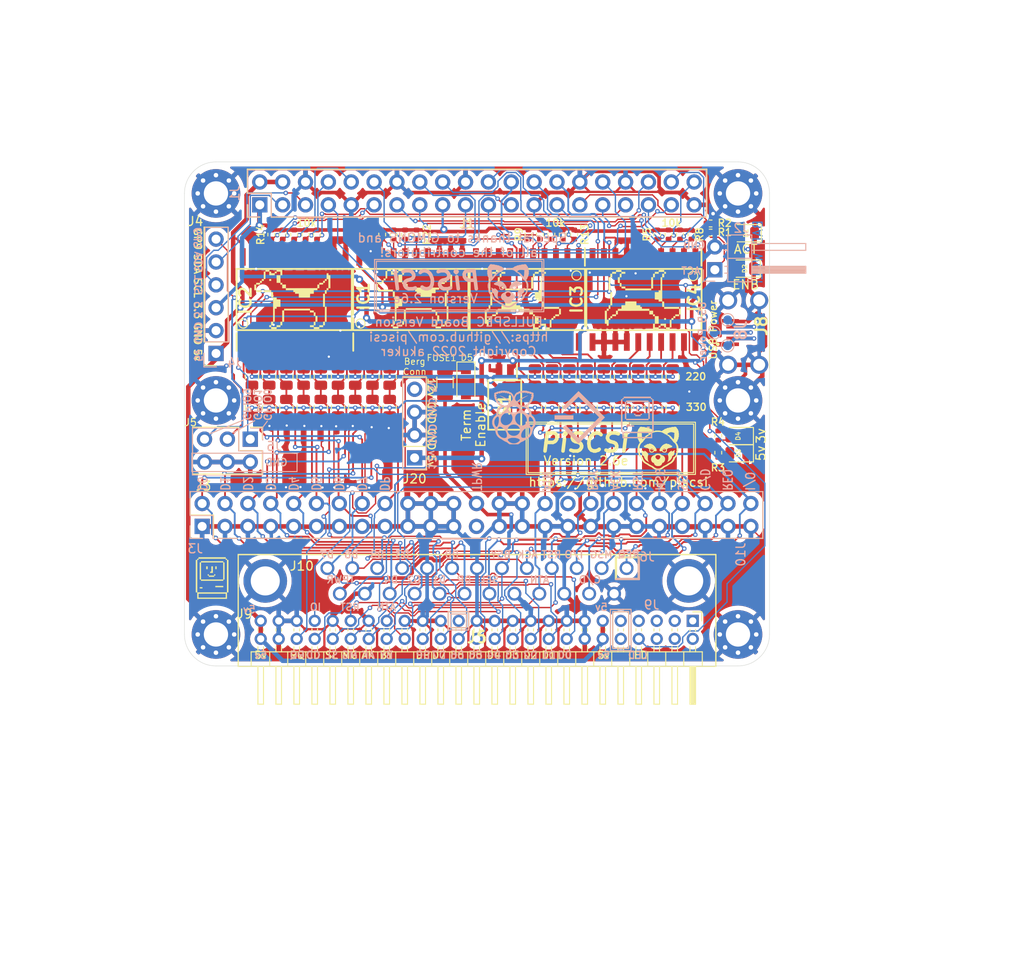
<source format=kicad_pcb>
(kicad_pcb (version 20211014) (generator pcbnew)
  (layers (0 "F.Cu" signal "Top") (31 "B.Cu" signal "Bottom") (34 "B.Paste" user) (35 "F.Paste" user) (36 "B.SilkS" user "B.Silkscreen") (37 "F.SilkS" user "F.Silkscreen") (38 "B.Mask" user) (39 "F.Mask" user) (44 "Edge.Cuts" user))
  (net 0 "")
  (net 1 "GND")
  (net 2 "+3V3")
  (net 3 "+5V")
  (net 4 "C-REQ")
  (net 5 "C-MSG")
  (net 6 "C-BSY")
  (net 7 "C-SEL")
  (net 8 "C-RST")
  (net 9 "C-ACK")
  (net 10 "C-ATN")
  (net 11 "C-DP")
  (net 12 "C-D0")
  (net 13 "C-D1")
  (net 14 "C-D2")
  (net 15 "C-D3")
  (net 16 "C-D4")
  (net 17 "C-D5")
  (net 18 "C-D6")
  (net 19 "C-D7")
  (net 20 "C-I_O")
  (net 21 "C-C_D")
  (net 22 "TERMPOW")
  (net 23 "PI-D7")
  (net 24 "PI-D6")
  (net 25 "PI-D5")
  (net 26 "PI-D4")
  (net 27 "PI-D3")
  (net 28 "PI-D2")
  (net 29 "PI-D1")
  (net 30 "PI-D0")
  (net 31 "PI-DP")
  (net 32 "PI-BSY")
  (net 33 "PI-MSG")
  (net 34 "PI-C_D")
  (net 35 "PI-REQ")
  (net 36 "PI-I_O")
  (net 37 "PI-ATN")
  (net 38 "PI-ACK")
  (net 39 "PI-RST")
  (net 40 "PI-SEL")
  (net 41 "Net-(D2-Pad2)")
  (net 42 "Net-(D3-Pad2)")
  (net 43 "Net-(D4-Pad2)")
  (net 44 "DBG_LED")
  (net 45 "PI_SCL")
  (net 46 "PI_SDA")
  (net 47 "/TERM_GND")
  (net 48 "/TERM_5v")
  (net 49 "PI-IND")
  (net 50 "PI-TAD")
  (net 51 "PI-DTD")
  (net 52 "Net-(D5-Pad1)")
  (net 53 "PI_GPIO1")
  (net 54 "PI_GPIO0")
  (net 55 "PI_GPIO9")
  (net 56 "USB_Pin_4")
  (net 57 "USB_Pin_3")
  (net 58 "USB_Pin_2")
  (net 59 "PI-ACT")
  (net 73 "Net-(D1-Pad2)")
  (footprint "LED_SMD:LED_0805_2012Metric" (layer "F.Cu") (at 236.0295 74.8665 180)
    (fp_text reference "D3")
    (fp_text value "Green")
  )
  (footprint "LED_SMD:LED_0805_2012Metric" (layer "F.Cu") (at 236.9035 50.419 180)
    (fp_text reference "D1")
    (fp_text value "Green")
  )
  (footprint "LED_SMD:LED_0805_2012Metric" (layer "F.Cu") (at 236.7915 54.356 180)
    (fp_text reference "D2")
    (fp_text value "Green")
  )
  (footprint "MountingHole:MountingHole_2.7mm_M2.5_Pad_Via" (layer "F.Cu") (at 178 46)
    (fp_text reference "H1" hide)
    (fp_text value "Hole1" hide)
  )
  (footprint "MountingHole:MountingHole_2.7mm_M2.5_Pad_Via" (layer "F.Cu") (at 178 69)
    (fp_text reference "H3" hide)
    (fp_text value "Hole3" hide)
  )
  (footprint "MountingHole:MountingHole_2.7mm_M2.5_Pad_Via" (layer "F.Cu") (at 178 95)
    (fp_text reference "H5" hide)
    (fp_text value "Hole4")
  )
  (footprint "Connector_PinSocket_2.54mm:PinSocket_1x06_P2.54mm_Vertical" (layer "F.Cu") (at 178.01 63.78 180)
    (fp_text reference "J4")
    (fp_text value "I2C Pinout")
  )
  (footprint "MountingHole:MountingHole_2.7mm_M2.5_Pad_Via" (layer "F.Cu") (at 236 69)
    (fp_text reference "H4" hide)
    (fp_text value "Hole5" hide)
  )
  (footprint "MountingHole:MountingHole_2.7mm_M2.5_Pad_Via" (layer "F.Cu") (at 236 95)
    (fp_text reference "H6" hide)
    (fp_text value "Hole6")
  )
  (footprint "MountingHole:MountingHole_2.7mm_M2.5_Pad_Via" (layer "F.Cu") (at 236 46)
    (fp_text reference "H2" hide)
    (fp_text value "Hole2" hide)
  )
  (footprint "Resistor_SMD:R_0805_2012Metric" (layer "F.Cu") (at 221.09 66.4 -90)
    (fp_text reference "R31")
    (fp_text value "220")
  )
  (footprint "Fuse:Fuse_1206_3216Metric" (layer "F.Cu") (at 203.45 67 -90)
    (fp_text reference "FUSE1")
    (fp_text value "1A")
  )
  (footprint "SamacSys_Parts:SOIC127P1030X265-20N" (layer "F.Cu") (at 199.644 57.785 90)
    (fp_text reference "IC1")
    (fp_text value "SN74LS641-1DW" hide)
  )
  (footprint "SamacSys_Parts:SOIC127P1030X265-20N" (layer "F.Cu") (at 212.598 57.785 -90)
    (fp_text reference "IC3")
    (fp_text value "SN74LS641-1DW" hide)
  )
  (footprint "Resistor_SMD:R_0402_1005Metric" (layer "F.Cu") (at 232.9585 49.3395)
    (fp_text reference "R2")
    (fp_text value "2k")
  )
  (footprint "Resistor_SMD:R_0402_1005Metric" (layer "F.Cu") (at 233.807 74.803 -90)
    (fp_text reference "R3")
    (fp_text value "5.1k")
  )
  (footprint "Resistor_SMD:R_0402_1005Metric" (layer "F.Cu") (at 227.0125 50.569 -90)
    (fp_text reference "R5")
    (fp_text value "10k")
  )
  (footprint "Resistor_SMD:R_0402_1005Metric" (layer "F.Cu") (at 228.2825 50.569 -90)
    (fp_text reference "R6" hide)
    (fp_text value "10k")
  )
  (footprint "Resistor_SMD:R_0402_1005Metric" (layer "F.Cu") (at 229.5525 50.569 -90)
    (fp_text reference "R7" hide)
    (fp_text value "10k")
  )
  (footprint "Resistor_SMD:R_0402_1005Metric" (layer "F.Cu") (at 212.725 50.569 -90)
    (fp_text reference "R9")
    (fp_text value "10k")
  )
  (footprint "Resistor_SMD:R_0402_1005Metric" (layer "F.Cu") (at 215.265 50.569 -90)
    (fp_text reference "R11" hide)
    (fp_text value "10k")
  )
  (footprint "Resistor_SMD:R_0402_1005Metric" (layer "F.Cu") (at 216.535 50.569 -90)
    (fp_text reference "R12" hide)
    (fp_text value "10k")
  )
  (footprint "Resistor_SMD:R_0402_1005Metric" (layer "F.Cu") (at 217.805 50.569 -90)
    (fp_text reference "R13")
    (fp_text value "10k")
  )
  (footprint "Resistor_SMD:R_0402_1005Metric" (layer "F.Cu") (at 185.42 50.569 -90)
    (fp_text reference "R15" hide)
    (fp_text value "10k")
  )
  (footprint "Resistor_SMD:R_0402_1005Metric" (layer "F.Cu") (at 186.69 50.569 -90)
    (fp_text reference "R16" hide)
    (fp_text value "10k")
  )
  (footprint "Resistor_SMD:R_0402_1005Metric" (layer "F.Cu") (at 196.469 50.569 -90)
    (fp_text reference "R19" hide)
    (fp_text value "10k")
  )
  (footprint "Resistor_SMD:R_0402_1005Metric" (layer "F.Cu") (at 197.739 50.569 -90)
    (fp_text reference "R20" hide)
    (fp_text value "10k")
  )
  (footprint "Resistor_SMD:R_0402_1005Metric" (layer "F.Cu") (at 199.009 50.569 -90)
    (fp_text reference "R21" hide)
    (fp_text value "10k")
  )
  (footprint "Resistor_SMD:R_0402_1005Metric" (layer "F.Cu") (at 200.279 50.569 -90)
    (fp_text reference "R22")
    (fp_text value "10k")
  )
  (footprint "Resistor_SMD:R_0805_2012Metric" (layer "F.Cu") (at 223.0025 66.4 -90)
    (fp_text reference "R23")
    (fp_text value "220")
  )
  (footprint "Resistor_SMD:R_0805_2012Metric" (layer "F.Cu") (at 224.915 66.4 -90)
    (fp_text reference "R24")
    (fp_text value "220")
  )
  (footprint "Resistor_SMD:R_0805_2012Metric" (layer "F.Cu") (at 226.8275 66.4 -90)
    (fp_text reference "R25")
    (fp_text value "220")
  )
  (footprint "Resistor_SMD:R_0805_2012Metric" (layer "F.Cu") (at 228.74 66.4 -90)
    (fp_text reference "R26")
    (fp_text value "220")
  )
  (footprint "Resistor_SMD:R_0805_2012Metric" (layer "F.Cu") (at 213.44 66.4 -90)
    (fp_text reference "R27")
    (fp_text value "220")
  )
  (footprint "Resistor_SMD:R_0805_2012Metric" (layer "F.Cu") (at 215.3525 66.4 -90)
    (fp_text reference "R28")
    (fp_text value "220")
  )
  (footprint "Resistor_SMD:R_0805_2012Metric" (layer "F.Cu") (at 217.265 66.4 -90)
    (fp_text reference "R29")
    (fp_text value "220")
  )
  (footprint "Resistor_SMD:R_0805_2012Metric" (layer "F.Cu") (at 219.1775 66.4 -90)
    (fp_text reference "R30")
    (fp_text value "220")
  )
  (footprint "Resistor_SMD:R_0805_2012Metric" (layer "F.Cu") (at 185.825 66.4 -90)
    (fp_text reference "R34")
    (fp_text value "220")
  )
  (footprint "Resistor_SMD:R_0805_2012Metric" (layer "F.Cu") (at 187.7375 66.4 -90)
    (fp_text reference "R35")
    (fp_text value "220")
  )
  (footprint "Resistor_SMD:R_0805_2012Metric" (layer "F.Cu") (at 189.65 66.4 -90)
    (fp_text reference "R36")
    (fp_text value "220")
  )
  (footprint "Resistor_SMD:R_0805_2012Metric" (layer "F.Cu") (at 191.5625 66.4 -90)
    (fp_text reference "R37")
    (fp_text value "220")
  )
  (footprint "Resistor_SMD:R_0805_2012Metric" (layer "F.Cu") (at 193.475 66.4 -90)
    (fp_text reference "R38")
    (fp_text value "220")
  )
  (footprint "Resistor_SMD:R_0805_2012Metric" (layer "F.Cu") (at 195.3875 66.4 -90)
    (fp_text reference "R39")
    (fp_text value "220")
  )
  (footprint "Resistor_SMD:R_0805_2012Metric" (layer "F.Cu") (at 197.3 66.4 -90)
    (fp_text reference "R40")
    (fp_text value "220")
  )
  (footprint "Resistor_SMD:R_0805_2012Metric" (layer "F.Cu") (at 223.0025 69.8 90)
    (fp_text reference "R41")
    (fp_text value "330")
  )
  (footprint "Resistor_SMD:R_0805_2012Metric" (layer "F.Cu") (at 224.915 69.8 90)
    (fp_text reference "R42")
    (fp_text value "330")
  )
  (footprint "Resistor_SMD:R_0805_2012Metric" (layer "F.Cu") (at 226.8275 69.8 90)
    (fp_text reference "R43")
    (fp_text value "330")
  )
  (footprint "Resistor_SMD:R_0805_2012Metric" (layer "F.Cu") (at 228.74 69.8 90)
    (fp_text reference "R44")
    (fp_text value "330")
  )
  (footprint "Resistor_SMD:R_0805_2012Metric" (layer "F.Cu") (at 213.44 69.8 90)
    (fp_text reference "R45")
    (fp_text value "330")
  )
  (footprint "Resistor_SMD:R_0805_2012Metric" (layer "F.Cu") (at 215.3525 69.8 90)
    (fp_text reference "R46")
    (fp_text value "330")
  )
  (footprint "Resistor_SMD:R_0805_2012Metric" (layer "F.Cu") (at 217.265 69.8 90)
    (fp_text reference "R47")
    (fp_text value "330")
  )
  (footprint "Resistor_SMD:R_0805_2012Metric" (layer "F.Cu") (at 219.1775 69.8 90)
    (fp_text reference "R48")
    (fp_text value "330")
  )
  (footprint "Resistor_SMD:R_0805_2012Metric" (layer "F.Cu") (at 221.09 69.8 90)
    (fp_text reference "R49")
    (fp_text value "330")
  )
  (footprint "Resistor_SMD:R_0805_2012Metric" (layer "F.Cu") (at 182 69.8 90)
    (fp_text reference "R50")
    (fp_text value "330")
  )
  (footprint "Resistor_SMD:R_0805_2012Metric" (layer "F.Cu") (at 183.9125 69.8 90)
    (fp_text reference "R51")
    (fp_text value "330")
  )
  (footprint "Resistor_SMD:R_0805_2012Metric" (layer "F.Cu") (at 185.825 69.8 90)
    (fp_text reference "R52")
    (fp_text value "330")
  )
  (footprint "Resistor_SMD:R_0805_2012Metric" (layer "F.Cu") (at 187.7375 69.8 90)
    (fp_text reference "R53")
    (fp_text value "330")
  )
  (footprint "Resistor_SMD:R_0805_2012Metric" (layer "F.Cu") (at 189.65 69.8 90)
    (fp_text reference "R54")
    (fp_text value "330")
  )
  (footprint "Resistor_SMD:R_0805_2012Metric" (layer "F.Cu") (at 191.5625 69.8 90)
    (fp_text reference "R55")
    (fp_text value "330")
  )
  (footprint "Resistor_SMD:R_0805_2012Metric" (layer "F.Cu") (at 193.475 69.8 90)
    (fp_text reference "R56")
    (fp_text value "330")
  )
  (footprint "Resistor_SMD:R_0805_2012Metric" (layer "F.Cu") (at 195.3875 69.8 90)
    (fp_text reference "R57")
    (fp_text value "330")
  )
  (footprint "Resistor_SMD:R_0805_2012Metric" (layer "F.Cu") (at 197.3 69.8 90)
    (fp_text reference "R58")
    (fp_text value "330")
  )
  (footprint "SamacSys_Parts:dogcow" (layer "F.Cu") (at 186.4995 57.785)
    (fp_text reference "X2" hide)
    (fp_text value "Dogcow" hide)
  )
  (footprint "SamacSys_Parts:dogcow" (layer "F.Cu") (at 225.425 57.785 180)
    (fp_text reference "X4" hide)
    (fp_text value "Dogcow" hide)
  )
  (footprint "SamacSys_Parts:dogcow" (layer "F.Cu") (at 212.09 57.785 180)
    (fp_text reference "X5" hide)
    (fp_text value "Dogcow" hide)
  )
  (footprint "SamacSys_Parts:dogcow" (layer "F.Cu") (at 200.025 57.7215)
    (fp_text reference "X6" hide)
    (fp_text value "Dogcow" hide)
  )
  (footprint "Resistor_SMD:R_0402_1005Metric" (layer "F.Cu") (at 189.23 50.569 -90)
    (fp_text reference "R18" hide)
    (fp_text value "10k")
  )
  (footprint "Resistor_SMD:R_0402_1005Metric" (layer "F.Cu") (at 184.15 50.569 -90)
    (fp_text reference "R14")
    (fp_text value "10k")
  )
  (footprint "Resistor_SMD:R_0402_1005Metric" (layer "F.Cu") (at 187.96 50.569 -90)
    (fp_text reference "R17" hide)
    (fp_text value "10k")
  )
  (footprint "Resistor_SMD:R_0805_2012Metric" (layer "F.Cu") (at 182 66.4 -90)
    (fp_text reference "R32")
    (fp_text value "220")
  )
  (footprint "Resistor_SMD:R_0805_2012Metric" (layer "F.Cu") (at 183.9125 66.4 -90)
    (fp_text reference "R33")
    (fp_text value "220")
  )
  (footprint "SamacSys_Parts:SOIC127P1030X265-20N" (layer "F.Cu") (at 225.552 57.785 -90)
    (fp_text reference "IC4")
    (fp_text value "SN74LS641-1DW" hide)
  )
  (footprint "Resistor_SMD:R_0402_1005Metric" (layer "F.Cu") (at 233.807 72.898 -90)
    (fp_text reference "R4")
    (fp_text value "2k")
  )
  (footprint "SamacSys_Parts:SOIC127P812X230-4N" (layer "F.Cu") (at 210.08 69.4995 -90)
    (fp_text reference "S1")
    (fp_text value "Switch x2" hide)
  )
  (footprint "Diode_SMD:D_SOD-123F" (layer "F.Cu") (at 205.77 66.925 -90)
    (fp_text reference "D5")
    (fp_text value "SM4007PL")
  )
  (footprint "SamacSys_Parts:SOIC127P1030X265-20N" (layer "F.Cu") (at 186.69 57.785 90)
    (fp_text reference "IC2")
    (fp_text value "SN74LS641-1DW" hide)
  )
  (footprint "SamacSys_Parts:L717SDB25PA4CH4F_Flipped" (layer "F.Cu") (at 190.38 87.63)
    (fp_text reference "J6")
    (fp_text value "CONNFLY DB-25" hide)
  )
  (footprint "LED_SMD:LED_0805_2012Metric" (layer "F.Cu") (at 236.0295 72.9615 180)
    (fp_text reference "D4")
    (fp_text value "Green")
  )
  (footprint "Resistor_SMD:R_0402_1005Metric" (layer "F.Cu") (at 232.9585 50.3555)
    (fp_text reference "R1")
    (fp_text value "2k")
  )
  (footprint "SamacSys_Parts:mac_happy_small" (layer "F.Cu") (at 177.6095 88.7095)
    (fp_text reference "X1" hide)
    (fp_text value "Mac" hide)
  )
  (footprint "SamacSys_Parts:U254051N4BH806" (layer "F.Cu") (at 237.39 61.46 90)
    (fp_text reference "J8")
    (fp_text value "USB_B_Micro" hide)
  )
  (footprint "Connector_PinHeader_2.54mm:PinHeader_2x25_P2.54mm_Vertical" (layer "F.Cu") (at 176.4665 82.9945 90)
    (fp_text reference "J3")
    (fp_text value "Conn_02x25_Odd_Even")
  )
  (footprint "Connector_PinHeader_2.00mm:PinHeader_2x25_P2.00mm_Horizontal" (layer "F.Cu") (at 230.972 93.488 -90)
    (fp_text reference "J9" hide)
    (fp_text value "Conn_02x25_Odd_Even")
  )
  (footprint "Resistor_SMD:R_0402_1005Metric" (layer "F.Cu") (at 230.8225 50.569 -90)
    (fp_text reference "R8")
    (fp_text value "10k")
  )
  (footprint "Resistor_SMD:R_0402_1005Metric" (layer "F.Cu") (at 213.995 50.569 -90)
    (fp_text reference "R10" hide)
    (fp_text value "10k")
  )
  (footprint "Connector_PinHeader_2.54mm:PinHeader_2x03_P2.54mm_Vertical" (layer "F.Cu") (at 181.81 73.3 -90)
    (fp_text reference "J5")
    (fp_text value "DNP")
  )
  (footprint "Connector_PinHeader_2.54mm:PinHeader_1x04_P2.54mm_Vertical" (layer "F.Cu") (at 200.07 75.38 180)
    (fp_text reference "J20")
    (fp_text value "171826-4")
  )
  (footprint "SamacSys_Parts:red_panda_6mm" (layer "F.Cu") (at 227.12 74.32)
    (fp_text reference "G***" hide)
    (fp_text value "LOGO" hide)
  )
  (footprint "Connector_PinSocket_2.54mm:PinSocket_2x20_P2.54mm_Vertical" (layer "B.Cu") (at 182.87 47.27 -90)
    (fp_text reference "J1")
    (fp_text value "Raspberry_Pi_2_3")
  )
  (footprint "SamacSys_Parts:pi_logo" (layer "B.Cu") (at 211.1 70.938684 180)
    (fp_text reference "X7" hide)
    (fp_text value "Pi" hide)
  )
  (footprint "SamacSys_Parts:mac_happy_small" (layer "B.Cu") (at 224.78 70.866909 180)
    (fp_text reference "X3" hide)
    (fp_text value "Mac" hide)
  )
  (footprint "SamacSys_Parts:scsi_logo" (layer "B.Cu") (at 218.411965 70.885 180)
    (fp_text reference "X8" hide)
    (fp_text value "Pi" hide)
  )
  (footprint "Connector_PinHeader_2.54mm:PinHeader_1x02_P2.54mm_Horizontal" (layer "B.Cu") (at 233.426 54.483)
    (fp_text reference "J2")
    (fp_text value "DNP")
  )
  (footprint "TestPoint:TestPoint_Pad_D1.0mm" (layer "B.Cu") (at 233.35 61.48 90)
    (fp_text reference "TP2" hide)
    (fp_text value "TestPoint" hide)
  )
  (footprint "TestPoint:TestPoint_Pad_D1.0mm" (layer "B.Cu") (at 234.85 62.91 90)
    (fp_text reference "TP3" hide)
    (fp_text value "TestPoint")
  )
  (footprint "TestPoint:TestPoint_Pad_D1.0mm" (layer "B.Cu") (at 234.85 60.05 90)
    (fp_text reference "TP1" hide)
    (fp_text value "TestPoint")
  )
  (footprint "SamacSys_Parts:red_panda_6mm" (layer "B.Cu") (at 210.45 56.26 180)
    (fp_text reference "G***" hide)
    (fp_text value "LOGO" hide)
  )
  (gr_line (start 175.3235 76.8985) (end 175.3235 76.7715) (layer "B.SilkS") (width 0.12))
  (gr_line (start 238.76 84.328) (end 177.673 84.328) (layer "B.SilkS") (width 0.12))
  (gr_line (start 225.044 88.9) (end 225.044 86.36) (layer "B.SilkS") (width 0.12))
  (gr_line (start 222.377 88.9) (end 225.044 88.9) (layer "B.SilkS") (width 0.12))
  (gr_line (start 224.917 88.773) (end 224.917 86.487) (layer "B.SilkS") (width 0.12))
  (gr_line (start 222.504 88.773) (end 224.917 88.773) (layer "B.SilkS") (width 0.12))
  (gr_line (start 183.1975 73.406) (end 183.1975 72.0725) (layer "B.SilkS") (width 0.12))
  (gr_rect (start 222.082 92.472) (end 223.86 96.536) (layer "B.SilkS") (width 0.12) (fill none))
  (gr_line (start 175.3235 76.7715) (end 175.3235 74.8665) (layer "B.SilkS") (width 0.12))
  (gr_line (start 203.937 57.954) (end 204.064 57.954) (layer "B.SilkS") (width 0.12))
  (gr_line (start 175.387 72.0725) (end 180.5305 72.0725) (layer "B.SilkS") (width 0.12))
  (gr_rect (start 195.62 59.14) (end 214.42 53.34) (layer "B.SilkS") (width 0.12) (fill none))
  (gr_line (start 183.1975 74.6125) (end 183.1975 77.2795) (layer "B.SilkS") (width 0.12))
  (gr_line (start 175.133 81.788) (end 175.133 79.121) (layer "B.SilkS") (width 0.12))
  (gr_line (start 175.133 82.931) (end 175.133 84.328) (layer "B.SilkS") (width 0.12))
  (gr_rect (start 204.048 92.726) (end 205.826 94.25) (layer "B.SilkS") (width 0.12) (fill none))
  (gr_line (start 183.7055 71.3105) (end 183.134 72.0725) (layer "B.SilkS") (width 0.12))
  (gr_line (start 180.5305 72.0725) (end 180.5305 74.6125) (layer "B.SilkS") (width 0.12))
  (gr_line (start 176.784 62.484) (end 179.3875 62.484) (layer "B.SilkS") (width 0.12))
  (gr_line (start 238.76 79.121) (end 238.76 84.328) (layer "B.SilkS") (width 0.12))
  (gr_rect (start 203.794 92.472) (end 206.08 94.504) (layer "B.SilkS") (width 0.12) (fill none))
  (gr_rect (start 221.828 92.218) (end 224.114 96.79) (layer "B.SilkS") (width 0.12) (fill none))
  (gr_line (start 175.133 84.328) (end 176.53 84.328) (layer "B.SilkS") (width 0.12))
  (gr_line (start 177.673 84.328) (end 177.673 81.788) (layer "B.SilkS") (width 0.12))
  (gr_line (start 179.3875 62.484) (end 179.37 49.78) (layer "B.SilkS") (width 0.12))
  (gr_line (start 179.3875 49.78) (end 176.784 49.78) (layer "B.SilkS") (width 0.12))
  (gr_line (start 175.133 79.121) (end 238.76 79.121) (layer "B.SilkS") (width 0.12))
  (gr_line (start 183.1975 77.2795) (end 175.387 77.2795) (layer "B.SilkS") (width 0.12))
  (gr_line (start 187.0075 74.8665) (end 187.0075 76.8985) (layer "B.SilkS") (width 0.12))
  (gr_rect (start 195.82 58.94) (end 214.22 53.54) (layer "B.SilkS") (width 0.12) (fill none))
  (gr_line (start 177.673 81.788) (end 175.133 81.788) (layer "B.SilkS") (width 0.12))
  (gr_line (start 187.0075 76.8985) (end 175.3235 76.8985) (layer "B.SilkS") (width 0.12))
  (gr_rect (start 198.76 66.33) (end 201.34 76.64) (layer "B.SilkS") (width 0.12) (fill none))
  (gr_line (start 175.387 77.2795) (end 175.387 72.0725) (layer "B.SilkS") (width 0.12))
  (gr_line (start 176.657 63.754) (end 176.657 65.278) (layer "B.SilkS") (width 0.12))
  (gr_line (start 176.657 65.278) (end 178.054 65.278) (layer "B.SilkS") (width 0.12))
  (gr_line (start 183.1975 72.0725) (end 181.864 72.0725) (layer "B.SilkS") (width 0.12))
  (gr_line (start 176.784 49.78) (end 176.784 62.484) (layer "B.SilkS") (width 0.12))
  (gr_line (start 181.0385 71.1835) (end 177.292 72.7075) (layer "B.SilkS") (width 0.12))
  (gr_line (start 175.3235 74.8665) (end 187.0075 74.8665) (layer "B.SilkS") (width 0.12))
  (gr_line (start 180.5305 74.6125) (end 183.1975 74.6125) (layer "B.SilkS") (width 0.12))
  (gr_line (start 182.3085 71.247) (end 179.959 72.5805) (layer "B.SilkS") (width 0.12))
  (gr_circle (center 181.0385 60.452) (end 181.483 60.198) (layer "F.SilkS") (width 0.12) (fill none))
  (gr_line (start 184.15 45.974) (end 181.483 45.974) (layer "F.SilkS") (width 0.12))
  (gr_circle (center 231.013 55.1815) (end 231.4575 54.9275) (layer "F.SilkS") (width 0.12) (fill none))
  (gr_rect (start 203.794 92.472) (end 206.08 94.504) (layer "F.SilkS") (width 0.12) (fill none))
  (gr_rect (start 222.377 86.36) (end 225.044 88.9) (layer "F.SilkS") (width 0.12) (fill none))
  (gr_line (start 182.88 48.641) (end 181.483 48.641) (layer "F.SilkS") (width 0.12))
  (gr_circle (center 218.059 55.118) (end 218.5035 54.864) (layer "F.SilkS") (width 0.12) (fill none))
  (gr_line (start 232.537 48.641) (end 184.15 48.641) (layer "F.SilkS") (width 0.12))
  (gr_line (start 181.483 43.307) (end 232.537 43.307) (layer "F.SilkS") (width 0.12))
  (gr_line (start 181.483 48.641) (end 181.483 47.244) (layer "F.SilkS") (width 0.12))
  (gr_rect (start 222.082 92.472) (end 223.86 96.536) (layer "F.SilkS") (width 0.12) (fill none))
  (gr_line (start 184.15 48.641) (end 184.15 45.974) (layer "F.SilkS") (width 0.12))
  (gr_rect (start 212.67 71.62) (end 231.07 77.02) (layer "F.SilkS") (width 0.12) (fill none))
  (gr_rect (start 212.47 71.42) (end 231.27 77.22) (layer "F.SilkS") (width 0.12) (fill none))
  (gr_rect (start 222.504 86.487) (end 224.917 88.773) (layer "F.SilkS") (width 0.12) (fill none))
  (gr_line (start 232.537 43.307) (end 232.537 48.641) (layer "F.SilkS") (width 0.12))
  (gr_rect (start 180.467 86.106) (end 233.553 98.552) (layer "F.SilkS") (width 0.12) (fill none))
  (gr_rect (start 204.048 92.726) (end 205.826 94.25) (layer "F.SilkS") (width 0.12) (fill none))
  (gr_line (start 181.483 45.974) (end 181.483 43.307) (layer "F.SilkS") (width 0.12))
  (gr_circle (center 194.056 60.452) (end 194.5005 60.198) (layer "F.SilkS") (width 0.12) (fill none))
  (gr_rect (start 221.828 92.218) (end 224.114 96.79) (layer "F.SilkS") (width 0.12) (fill none))
  (gr_line (start 178 42.5) (end 236 42.5) (layer "Edge.Cuts") (width 0.05))
  (gr_line (start 178 98.496) (end 236 98.496) (layer "Edge.Cuts") (width 0.05))
  (gr_arc (start 239.5 94.996) (mid 238.474874 97.470874) (end 236 98.496) (layer "Edge.Cuts") (width 0.05))
  (gr_line (start 174.5 46) (end 174.5 94.996) (layer "Edge.Cuts") (width 0.05))
  (gr_arc (start 236 42.5) (mid 238.474874 43.525126) (end 239.5 46) (layer "Edge.Cuts") (width 0.05))
  (gr_arc (start 174.5 46) (mid 175.525126 43.525126) (end 178 42.5) (layer "Edge.Cuts") (width 0.05))
  (gr_arc (start 178 98.496) (mid 175.525126 97.470874) (end 174.5 94.996) (layer "Edge.Cuts") (width 0.05))
  (gr_line (start 239.5 46) (end 239.5 94.996) (layer "Edge.Cuts") (width 0.05))
  (gr_text "BAD WOLF" (at 238.21 52.7 90) (layer "B.Cu") (effects (font (size 1 1)) (justify mirror)))
  (gr_text "GP9" (at 175.92 50.94 270) (layer "B.SilkS") (effects (font (size 0.8 0.8)) (justify mirror)))
  (gr_text "SDA" (at 176.022 53.594 270) (layer "B.SilkS") (effects (font (size 0.8 0.8)) (justify mirror)))
  (gr_text "SCL" (at 176.022 56.134 270) (layer "B.SilkS") (effects (font (size 0.8 0.8)) (justify mirror)))
  (gr_text "3.3" (at 176.022 58.928 270) (layer "B.SilkS") (effects (font (size 0.8 0.8)) (justify mirror)))
  (gr_text "GND\n" (at 176.022 61.468 270) (layer "B.SilkS") (effects (font (size 0.8 0.8)) (justify mirror)))
  (gr_text "5v" (at 176.022 64.008 270) (layer "B.SilkS") (effects (font (size 0.8 0.8)) (justify mirror)))
  (gr_text "GPIO9" (at 181.4195 69.4055 270) (layer "B.SilkS") (effects (font (size 0.8 0.8)) (justify mirror)))
  (gr_text "GND" (at 184.7215 75.8825) (layer "B.SilkS") (effects (font (size 0.8 0.8)) (justify mirror)))
  (gr_text "ACT" (at 230.759 54.61) (layer "B.SilkS") (effects (font (size 0.8 0.8)) (justify mirror)))
  (gr_text "USB Power" (at 232.03 61.28 90) (layer "B.SilkS") (effects (font (size 0.8 0.8)) (justify mirror)))
  (gr_text "GND" (at 231.14 51.7525) (layer "B.SilkS") (effects (font (size 0.8 0.8)) (justify mirror)))
  (gr_text "I/O" (at 237.2995 77.984381 270) (layer "B.SilkS") (effects (font (size 1 0.8)) (justify mirror)))
  (gr_text "RST" (at 224.826284 77.927238 270) (layer "B.SilkS") (effects (font (size 1 0.8)) (justify mirror)))
  (gr_text "SEL" (at 229.815568 77.946286 270) (layer "B.SilkS") (effects (font (size 1 0.8)) (justify mirror)))
  (gr_text "D0" (at 176.4665 78.232 270) (layer "B.SilkS") (effects (font (size 1 0.8)) (justify mirror)))
  (gr_text "D5" (at 189.12681 78.232 270) (layer "B.SilkS") (effects (font (size 1 0.8)) (justify mirror)))
  (gr_text "BSY" (at 219.837 77.889143 270) (layer "B.SilkS") (effects (font (size 1 0.8)) (justify mirror)))
  (gr_text "D6" (at 191.658872 78.232 270) (layer "B.SilkS") (effects (font (size 1 0.8)) (justify mirror)))
  (gr_text "D1" (at 178.998562 78.232 270) (layer "B.SilkS") (effects (font (size 1 0.8)) (justify mirror)))
  (gr_text "D4" (at 186.594748 78.232 270) (layer "B.SilkS") (effects (font (size 1 0.8)) (justify mirror)))
  (gr_text "D2" (at 181.530624 78.232 270) (layer "B.SilkS") (effects (font (size 1 0.8)) (justify mirror)))
  (gr_text "MSG" (at 227.320926 77.774858 270) (layer "B.SilkS") (effects (font (size 1 0.8)) (justify mirror)))
  (gr_text "TPWR" (at 206.9465 77.451048 270) (layer "B.SilkS") (effects (font (size 1 0.8)) (justify mirror)))
  (gr_text "D3" (at 184.062686 78.232 270) (layer "B.SilkS") (effects (font (size 1 0.8)) (justify mirror)))
  (gr_text "C/D" (at 232.31021 77.793905 270) (layer "B.SilkS") (effects (font (size 1 0.8)) (justify mirror)))
  (gr_text "ACK" (at 222.331642 77.870096 270) (layer "B.SilkS") (effects (font (size 1 0.8)) (justify mirror)))
  (gr_text "ATN" (at 214.757 77.946286 270) (layer "B.SilkS") (effects (font (size 1 0.8)) (justify mirror)))
  (gr_text "DP" (at 196.723 78.232 270) (layer "B.SilkS") (effects (font (size 1 0.8)) (justify mirror)))
  (gr_text "D7" (at 194.190934 78.232 270) (layer "B.SilkS") (effects (font (size 1 0.8)) (justify mirror)))
  (gr_text "REQ" (at 234.804852 77.832 270) (layer "B.SilkS") (effects (font (size 1 0.8)) (justify mirror)))
  (gr_text "REQ" (at 223.86 86.087) (layer "B.SilkS") (effects (font (size 0.8 0.8)) (justify mirror)))
  (gr_text "D7" (at 190.332 86.122) (layer "B.SilkS") (effects (font (size 0.8 0.8)) (justify mirror)))
  (gr_text "DP" (at 205.572 88.916) (layer "B.SilkS") (effects (font (size 0.8 0.8)) (justify mirror)))
  (gr_text "ATN" (at 213.954 88.916) (layer "B.SilkS") (effects (font (size 0.8 0.8)) (justify mirror)))
  (gr_text "ACK" (at 212.598 86.125096) (layer "B.SilkS") (effects (font (size 0.8 0.8)) (justify mirror)))
  (gr_text "C/D" (at 219.542 88.916) (layer "B.SilkS") (effects (font (size 0.8 0.8)) (justify mirror)))
  (gr_text "D3" (at 198.714 86.122) (layer "B.SilkS") (effects (font (size 0.8 0.8)) (justify mirror)))
  (gr_text "TPWR" (at 191.856 88.916) (layer "B.SilkS") (effects (font (size 0.8 0.8)) (justify mirror)))
  (gr_text "MSG" (at 220.812 86.122) (layer "B.SilkS") (effects (font (size 0.8 0.8)) (justify mirror)))
  (gr_text "D2" (at 199.984 88.916) (layer "B.SilkS") (effects (font (size 0.8 0.8)) (justify mirror)))
  (gr_text "D4" (at 197.444 88.916) (layer "B.SilkS") (effects (font (size 0.8 0.8)) (justify mirror)))
  (gr_text "D1" (at 202.778 88.916) (layer "B.SilkS") (effects (font (size 0.8 0.8)) (justify mirror)))
  (gr_text "D6" (at 193.04 86.122) (layer "B.SilkS") (effects (font (size 0.8 0.8)) (justify mirror)))
  (gr_text "BSY" (at 209.636 86.122) (layer "B.SilkS") (effects (font (size 0.8 0.8)) (justify mirror)))
  (gr_text "D5" (at 195.92 86.122) (layer "B.SilkS") (effects (font (size 0.8 0.8)) (justify mirror)))
  (gr_text "D0" (at 204.216 86.122) (layer "B.SilkS") (effects (font (size 0.8 0.8)) (justify mirror)))
  (gr_text "SEL" (at 208.366 88.916) (layer "B.SilkS") (effects (font (size 0.8 0.8)) (justify mirror)))
  (gr_text "RST" (at 215.265 86.122) (layer "B.SilkS") (effects (font (size 0.8 0.8)) (justify mirror)))
  (gr_text "I/O" (at 217.764 86.122) (layer "B.SilkS") (effects (font (size 0.8 0.8)) (justify mirror)))
  (gr_text "J6" (at 225.892 86.376) (layer "B.SilkS") (effects (font (size 1 1)) (justify mirror)))
  (gr_text "AK" (at 194.904 97.298) (layer "B.SilkS") (effects (font (size 0.8 0.8)) (justify mirror)))
  (gr_text "5v" (at 182.966 97.298) (layer "B.SilkS") (effects (font (size 0.8 0.8)) (justify mirror)))
  (gr_text "LED" (at 224.876 97.298) (layer "B.SilkS") (effects (font (size 0.8 0.8)) (justify mirror)))
  (gr_text "ATN" (at 196.936 91.964) (layer "B.SilkS") (effects (font (size 0.8 0.8)) (justify mirror)))
  (gr_text "J10" (at 236.306 86.122 90) (layer "B.SilkS") (effects (font (size 1 1)) (justify mirror)))
  (gr_text "MG" (at 192.872 97.298) (layer "B.SilkS") (effects (font (size 0.8 0.8)) (justify mirror)))
  (gr_text "D6" (at 204.81 97.298) (layer "B.SilkS") (effects (font (size 0.8 0.8)) (justify mirror)))
  (gr_text "5v" (at 181.696 92.218) (layer "B.SilkS") (effects (font (size 0.8 0.8)) (justify mirror)))
  (gr_text "D1" (at 214.97 97.298) (layer "B.SilkS") (effects (font (size 0.8 0.8)) (justify mirror)))
  (gr_text "D5" (at 206.842 97.298) (layer "B.SilkS") (effects (font (size 0.8 0.8)) (justify mirror)))
  (gr_text "IO" (at 189.062 91.964) (layer "B.SilkS") (effects (font (size 0.8 0.8)) (justify mirror)))
  (gr_text "D4" (at 208.874 97.298) (layer "B.SilkS") (effects (font (size 0.8 0.8)) (justify mirror)))
  (gr_text "J5" (at 184.4675 74.1045) (layer "B.SilkS") (effects (font (size 1 1)) (justify mirror)))
  (gr_text "5v" (at 220.812 91.964) (layer "B.SilkS") (effects (font (size 0.8 0.8)) (justify mirror)))
  (gr_text "J9" (at 226.4 91.71) (layer "B.SilkS") (effects (font (size 1 1)) (justify mirror)))
  (gr_text "GPIO0" (at 183.7055 69.469 270) (layer "B.SilkS") (effects (font (size 0.8 0.8)) (justify mirror)))
  (gr_text "D2" (at 212.938 97.298) (layer "B.SilkS") (effects (font (size 0.8 0.8)) (justify mirror)))
  (gr_text "GND\n" (at 202.04 69.868573 -90) (layer "B.SilkS") (effects (font (size 0.8 0.8)) (justify mirror)))
  (gr_text "J3" (at 175.7045 85.471) (layer "B.SilkS") (effects (font (size 1 1)) (justify mirror)))
  (gr_text "5v" (at 221.066 97.298) (layer "B.SilkS") (effects (font (size 0.8 0.8)) (justify mirror)))
  (gr_text "Special thanks to GIMONS and \nall of the contributors!" (at 205 51.74) (layer "B.SilkS") (effects (font (size 1 1)) (justify mirror)))
  (gr_text "12v" (at 202.04 75.6 -90) (layer "B.SilkS") (effects (font (size 0.8 0.8)) (justify mirror)))
  (gr_text "J1" (at 205.994 49.403) (layer "B.SilkS") (effects (font (size 1 1)) (justify mirror)))
  (gr_text "BY" (at 196.936 97.298) (layer "B.SilkS") (effects (font (size 0.8 0.8)) (justify mirror)))
  (gr_text "SL" (at 190.84 97.298) (layer "B.SilkS") (effects (font (size 0.8 0.8)) (justify mirror)))
  (gr_text "RST" (at 192.872 91.964) (layer "B.SilkS") (effects (font (size 0.8 0.8)) (justify mirror)))
  (gr_text "D0" (at 216.748 97.298) (layer "B.SilkS") (effects (font (size 0.8 0.8)) (justify mirror)))
  (gr_text "D7" (at 202.778 97.298) (layer "B.SilkS") (effects (font (size 0.8 0.8)) (justify mirror)))
  (gr_text "GPIO1" (at 182.626 69.4055 270) (layer "B.SilkS") (effects (font (size 0.8 0.8)) (justify mirror)))
  (gr_text "J8" (at 236.306 61.23 90) (layer "B.SilkS") (effects (font (size 1.27 1.27) (thickness 0.23)) (justify mirror)))
  (gr_text "GND\n" (at 202.04 72.810477 -90) (layer "B.SilkS") (effects (font (size 0.8 0.8)) (justify mirror)))
  (gr_text "RQ" (at 187.03 97.298) (layer "B.SilkS") (effects (font (size 0.8 0.8)) (justify mirror)))
  (gr_text "CD" (at 188.808 97.298) (layer "B.SilkS") (effects (font (size 0.8 0.8)) (justify mirror)))
  (gr_text "Version 2.6e" (at 202.37 57.68) (layer "B.SilkS") (effects (font (size 1 1)) (justify mirror)))
  (gr_text "DP" (at 201 97.298) (layer "B.SilkS") (effects (font (size 0.8 0.8)) (justify mirror)))
  (gr_text "https://github.com/piscsi\nCopyright 2022 akuker" (at 204.97 62.75) (layer "B.SilkS") (effects (font (size 1 1)) (justify mirror)))
  (gr_text "5v" (at 202.04 67.46 -90) (layer "B.SilkS") (effects (font (size 0.8 0.8)) (justify mirror)))
  (gr_text "FULLSPEC Board Version" (at 204.97 60.28) (layer "B.SilkS") (effects (font (size 1 1)) (justify mirror)))
  (gr_text "PiSCSI" (at 202.53 55.69) (layer "B.SilkS") (effects (font (size 2 2) (thickness 0.4) italic) (justify mirror)))
  (gr_text "D3" (at 210.906 97.298) (layer "B.SilkS") (effects (font (size 0.8 0.8)) (justify mirror)))
  (gr_text "J4" (at 180.086 64.8335) (layer "B.SilkS") (effects (font (size 1 1)) (justify mirror)))
  (gr_text "330" (at 231.36 69.74) (layer "F.SilkS") (effects (font (size 0.8 0.8))))
  (gr_text "SDA" (at 175.9712 53.826868 270) (layer "F.SilkS") (effects (font (size 0.8 0.8))))
  (gr_text "SCL" (at 175.9712 56.497546 270) (layer "F.SilkS") (effects (font (size 0.8 0.8))))
  (gr_text "10k" (at 228.6 49.276) (layer "F.SilkS") (effects (font (size 0.8 0.8))))
  (gr_text "3v" (at 238.56 72.93 90) (layer "F.SilkS") (effects (font (size 1 1))))
  (gr_text "https://github.com/piscsi" (at 222.71 78.08) (layer "F.SilkS") (effects (font (size 1 1))))
  (gr_text "ACT" (at 236.855 52.197) (layer "F.SilkS") (effects (font (size 1 1))))
  (gr_text "ENB" (at 236.855 56.134) (layer "F.SilkS") (effects (font (size 1 1))))
  (gr_text "J1" (at 205.867 49.3395) (layer "F.SilkS") (effects (font (size 1 1))))
  (gr_text "USB Power" (at 233.2355 61.1505 90) (layer "F.SilkS") (effects (font (size 0.8 0.8))))
  (gr_text "SL" (at 190.84 97.298) (layer "F.SilkS") (effects (font (size 0.8 0.8))))
  (gr_text "RQ" (at 187.03 97.298) (layer "F.SilkS") (effects (font (size 0.8 0.8))))
  (gr_text "CD" (at 188.808 97.298) (layer "F.SilkS") (effects (font (size 0.8 0.8))))
  (gr_text "5v" (at 182.966 97.298) (layer "F.SilkS") (effects (font (size 0.8 0.8))))
  (gr_text "MG" (at 192.872 97.298) (layer "F.SilkS") (effects (font (size 0.8 0.8))))
  (gr_text "5v" (at 221.066 97.298) (layer "F.SilkS") (effects (font (size 0.8 0.8))))
  (gr_text "AK" (at 194.904 97.298) (layer "F.SilkS") (effects (font (size 0.8 0.8))))
  (gr_text "BY" (at 196.936 97.298) (layer "F.SilkS") (effects (font (size 0.8 0.8))))
  (gr_text "D6" (at 204.81 97.298) (layer "F.SilkS") (effects (font (size 0.8 0.8))))
  (gr_text "D7" (at 202.778 97.298) (layer "F.SilkS") (effects (font (size 0.8 0.8))))
  (gr_text "D4" (at 208.874 97.298) (layer "F.SilkS") (effects (font (size 0.8 0.8))))
  (gr_text "D3" (at 210.906 97.298) (layer "F.SilkS") (effects (font (size 0.8 0.8))))
  (gr_text "D2" (at 212.938 97.298) (layer "F.SilkS") (effects (font (size 0.8 0.8))))
  (gr_text "D0" (at 216.748 97.298) (layer "F.SilkS") (effects (font (size 0.8 0.8))))
  (gr_text "D1" (at 214.97 97.298) (layer "F.SilkS") (effects (font (size 0.8 0.8))))
  (gr_text "D5" (at 206.842 97.298) (layer "F.SilkS") (effects (font (size 0.8 0.8))))
  (gr_text "DP" (at 201 97.298) (layer "F.SilkS") (effects (font (size 0.8 0.8))))
  (gr_text "LED" (at 224.876 97.298) (layer "F.SilkS") (effects (font (size 0.8 0.8))))
  (gr_text "J10" (at 187.538 87.392) (layer "F.SilkS") (effects (font (size 1 1))))
  (gr_text "Berg\nConn" (at 200.08 65.24) (layer "F.SilkS") (effects (font (size 0.7 0.7) (thickness 0.1))))
  (gr_text "3.3" (at 175.9712 58.996795 270) (layer "F.SilkS") (effects (font (size 0.8 0.8))))
  (gr_text "10k" (at 188.0616 49.276) (layer "F.SilkS") (effects (font (size 0.8 0.8))))
  (gr_text "5v" (at 175.9712 63.9572 270) (layer "F.SilkS") (effects (font (size 0.8 0.8))))
  (gr_text "J9" (at 181.188 92.726) (layer "F.SilkS") (effects (font (size 1 1))))
  (gr_text "Term\nEnable" (at 206.61 71.73 90) (layer "F.SilkS") (effects (font (size 1 1))))
  (gr_text "GND\n" (at 201.93 73.301427 270) (layer "F.SilkS") (effects (font (size 0.8 0.8))))
  (gr_text "12v" (at 201.93 67.57 270) (layer "F.SilkS") (effects (font (size 0.8 0.8))))
  (gr_text "GND\n" (at 175.9712 61.610329 270) (layer "F.SilkS") (effects (font (size 0.8 0.8))))
  (gr_text "GP9" (at 175.9712 51.08 -90) (layer "F.SilkS") (effects (font (size 0.8 0.8))))
  (gr_text "10k" (at 215.6968 49.276) (layer "F.SilkS") (effects (font (size 0.8 0.8))))
  (gr_text "PiSCSI" (at 218.95 73.71) (layer "F.SilkS") (effects (font (size 2 2) (thickness 0.4) italic)))
  (gr_text "GND\n" (at 201.93 70.359523 270) (layer "F.SilkS") (effects (font (size 0.8 0.8))))
  (gr_text "5v" (at 238.53 74.87 90) (layer "F.SilkS") (effects (font (size 1 1))))
  (gr_text "Version 2.6e" (at 219.11 75.7) (layer "F.SilkS") (effects (font (size 1 1))))
  (gr_text "220" (at 231.31 66.35) (layer "F.SilkS") (effects (font (size 0.8 0.8))))
  (gr_text "5v" (at 201.93 75.71 270) (layer "F.SilkS") (effects (font (size 0.8 0.8))))
  (segment (start 207.579999 54.370001) (end 210.099999 54.370001) (width 0.4) (layer "F.Cu") (net 1))
  (segment (start 218.78 97.298) (end 218.972 97.106) (width 0.5) (layer "F.Cu") (net 1))
  (segment (start 189.71 74.07) (end 189.9 74.26) (width 0.15) (layer "F.Cu") (net 1))
  (segment (start 235.479521 60.234521) (end 237.175479 60.234521) (width 0.4) (layer "F.Cu") (net 1))
  (segment (start 200.279 62.51) (end 200.279 64.911) (width 0.15) (layer "F.Cu") (net 1))
  (segment (start 192.405 61.825) (end 191.82 61.24) (width 0.4) (layer "F.Cu") (net 1))
  (segment (start 212.044999 97.175001) (end 211.922 97.298) (width 0.25) (layer "F.Cu") (net 1))
  (segment (start 218.469499 79.340999) (end 217.932 78.8035) (width 0.4) (layer "F.Cu") (net 1))
  (segment (start 190.972 93.488) (end 191.874001 94.390001) (width 0.2) (layer "F.Cu") (net 1))
  (segment (start 223.51 44.73) (end 222.407999 45.832001) (width 0.25) (layer "F.Cu") (net 1))
  (segment (start 190.972 93.488) (end 190.044999 94.415001) (width 0.25) (layer "F.Cu") (net 1))
  (segment (start 236.823 65.043) (end 234.878 65.043) (width 0.5) (layer "F.Cu") (net 1))
  (segment (start 200.279 54.61) (end 200.632553 54.61) (width 0.4) (layer "F.Cu") (net 1))
  (segment (start 238.355 65.035) (end 238.355 63.620787) (width 0.4) (layer "F.Cu") (net 1))
  (segment (start 189.71 71.85) (end 189.71 74.07) (width 0.15) (layer "F.Cu") (net 1))
  (segment (start 199.73 97.298) (end 201.762 97.298) (width 0.5) (layer "F.Cu") (net 1))
  (segment (start 210.044999 94.415001) (end 210.044999 97.198999) (width 0.25) (layer "F.Cu") (net 1))
  (segment (start 191.11 78.630043) (end 191.1435 78.663543) (width 0.15) (layer "F.Cu") (net 1))
  (segment (start 194.069999 94.390001) (end 194.972 93.488) (width 0.2) (layer "F.Cu") (net 1))
  (segment (start 210.144 97.298) (end 211.922 97.298) (width 0.5) (layer "F.Cu") (net 1))
  (segment (start 222.49 51.08) (end 222.377 51.193) (width 0.2) (layer "F.Cu") (net 1))
  (segment (start 238.355 59.299213) (end 238.355 57.885) (width 0.4) (layer "F.Cu") (net 1))
  (segment (start 200.972 93.488) (end 201.899001 94.415001) (width 0.25) (layer "F.Cu") (net 1))
  (segment (start 195.899001 94.415001) (end 195.899001 97.064999) (width 0.25) (layer "F.Cu") (net 1))
  (segment (start 208.698 53.06) (end 208.301994 52.663994) (width 0.4) (layer "F.Cu") (net 1))
  (segment (start 208.977702 45.907001) (end 209.011204 45.873499) (width 0.4) (layer "F.Cu") (net 1))
  (segment (start 221.107 53.06) (end 221.107 51.123) (width 0.2) (layer "F.Cu") (net 1))
  (segment (start 199.018489 72.711511) (end 199.018489 80.146489) (width 0.15) (layer "F.Cu") (net 1))
  (segment (start 219.53 54.8) (end 219.837 54.493) (width 0.15) (layer "F.Cu") (net 1))
  (segment (start 227.227001 45.294961) (end 227.839041 45.907001) (width 0.4) (layer "F.Cu") (net 1))
  (segment (start 239.047001 62.928786) (end 239.047001 59.991214) (width 0.4) (layer "F.Cu") (net 1))
  (segment (start 229.702 83.074) (end 227.162 83.074) (width 0.5) (layer "F.Cu") (net 1))
  (segment (start 189.062 83.074) (end 191.602 83.074) (width 0.5) (layer "F.Cu") (net 1))
  (segment (start 191.11 72.11) (end 191.11 78.630043) (width 0.15) (layer "F.Cu") (net 1))
  (segment (start 210.741204 59.716501) (end 212.498796 59.716501) (width 0.4) (layer "F.Cu") (net 1))
  (segment (start 193.2 71.99) (end 192.76 72.43) (width 0.15) (layer "F.Cu") (net 1))
  (segment (start 238.110787 59.299213) (end 238.355 59.299213) (width 0.4) (layer "F.Cu") (net 1))
  (segment (start 193.444121 90.47) (end 192.030061 91.884061) (width 0.5) (layer "F.Cu") (net 1))
  (segment (start 219.6465 82.9945) (end 218.469499 81.817499) (width 0.4) (layer "F.Cu") (net 1))
  (segment (start 204.044999 97.047001) (end 203.794 97.298) (width 0.25) (layer "F.Cu") (net 1))
  (segment (start 210.099999 54.370001) (end 210.099999 59.075296) (width 0.4) (layer "F.Cu") (net 1))
  (segment (start 219.542 83.074) (end 222.082 83.074) (width 0.5) (layer "F.Cu") (net 1))
  (segment (start 184.31 78.55) (end 184.11 78.75) (width 0.15) (layer "F.Cu") (net 1))
  (segment (start 239.047001 59.991214) (end 238.355 59.299213) (width 0.4) (layer "F.Cu") (net 1))
  (segment (start 216.972 93.488) (end 216.044999 94.415001) (width 0.25) (layer "F.Cu") (net 1))
  (segment (start 227.227001 44.165039) (end 227.227001 45.294961) (width 0.4) (layer "F.Cu") (net 1))
  (segment (start 221.32 50.91) (end 222.32 50.91) (width 0.2) (layer "F.Cu") (net 1))
  (segment (start 202.274 53.06) (end 201.549 53.06) (width 0.4) (layer "F.Cu") (net 1))
  (segment (start 214.787999 45.832001) (end 229.692001 45.832001) (width 0.25) (layer "F.Cu") (net 1))
  (segment (start 221.107 53.06) (end 221.107 62.51) (width 0.2) (layer "F.Cu") (net 1))
  (segment (start 201.899001 97.160999) (end 201.762 97.298) (width 0.25) (layer "F.Cu") (net 1))
  (segment (start 193.2 71.84) (end 193.2 71.99) (width 0.15) (layer "F.Cu") (net 1))
  (segment (start 229.767001 45.907001) (end 231.13 47.27) (width 0.4) (layer "F.Cu") (net 1))
  (segment (start 214.972 93.488) (end 214.044999 94.415001) (width 0.25) (layer "F.Cu") (net 1))
  (segment (start 212.498796 59.716501) (end 217.42 54.795297) (width 0.4) (layer "F.Cu") (net 1))
  (segment (start 212.972 93.488) (end 212.044999 94.415001) (width 0.25) (layer "F.Cu") (net 1))
  (segment (start 229.692001 45.832001) (end 230.280001 46.420001) (width 0.25) (layer "F.Cu") (net 1))
  (segment (start 238.328 65.043) (end 236.823 65.043) (width 0.5) (layer "F.Cu") (net 1))
  (segment (start 187.82 78.19) (end 187.39 78.62) (width 0.15) (layer "F.Cu") (net 1))
  (segment (start 195.3 71.97) (end 194.56 72.71) (width 0.15) (layer "F.Cu") (net 1))
  (segment (start 212.044999 94.415001) (end 212.044999 97.175001) (width 0.25) (layer "F.Cu") (net 1))
  (segment (start 236.823 66.097) (end 236.823 65.043) (width 0.4) (layer "F.Cu") (net 1))
  (segment (start 199.018489 66.171511) (end 199.018489 72.711511) (width 0.15) (layer "F.Cu") (net 1))
  (segment (start 230.280001 46.420001) (end 231.13 47.27) (width 0.25) (layer "F.Cu") (net 1))
  (segment (start 203.794 97.298) (end 206.334 97.298) (width 0.5) (layer "F.Cu") (net 1))
  (segment (start 208.153 53.06) (end 208.301994 52.911006) (width 0.4) (layer "F.Cu") (net 1))
  (segment (start 191.35 71.87) (end 191.11 72.11) (width 0.15) (layer "F.Cu") (net 1))
  (segment (start 206.044999 97.008999) (end 206.334 97.298) (width 0.25) (layer "F.Cu") (net 1))
  (segment (start 187.780499 83.074) (end 187.829543 83.024956) (width 0.5) (layer "F.Cu") (net 1))
  (segment (start 223.51 44.73) (end 224.612001 45.832001) (width 0.25) (layer "F.Cu") (net 1))
  (segment (start 185.86 78.56) (end 185.78 78.64) (width 0.15) (layer "F.Cu") (net 1))
  (segment (start 186.972 93.488) (end 187.899001 94.415001) (width 0.25) (layer "F.Cu") (net 1))
  (segment (start 233.6 60.16) (end 233.577 60.183) (width 0.4) (layer "F.Cu") (net 1))
  (segment (start 189.9 78.61) (end 189.84 78.67) (width 0.15) (layer "F.Cu") (net 1))
  (segment (start 218.43 44.73) (end 219.532001 45.832001) (width 0.25) (layer "F.Cu") (net 1))
  (segment (start 236 66.92) (end 236.823 66.097) (width 0.4) (layer "F.Cu") (net 1))
  (segment (start 217.42 54.795297) (end 217.42 54.58) (width 0.4) (layer "F.Cu") (net 1))
  (segment (start 200.279 64.911) (end 199.018489 66.171511) (width 0.15) (layer "F.Cu") (net 1))
  (segment (start 206.972 93.488) (end 207.899001 94.415001) (width 0.25) (layer "F.Cu") (net 1))
  (segment (start 213.35 47.27) (end 214.787999 45.832001) (width 0.25) (layer "F.Cu") (net 1))
  (segment (start 199.899001 97.128999) (end 199.73 97.298) (width 0.25) (layer "F.Cu") (net 1))
  (segment (start 192.76 72.43) (end 192.76 78.39) (width 0.15) (layer "F.Cu") (net 1))
  (segment (start 198.972 93.488) (end 199.899001 94.415001) (width 0.25) (layer "F.Cu") (net 1))
  (segment (start 196.932999 45.907001) (end 198.11 44.73) (width 0.4) (layer "F.Cu") (net 1))
  (segment (start 237.11 52.2) (end 237.51 51.8) (width 0.15) (layer "F.Cu") (net 1))
  (segment (start 238.699999 66.300001) (end 238.699999 65.414999) (width 0.5) (layer "F.Cu") (net 1))
  (segment (start 217.252999 45.907001) (end 219.607001 43.552999) (width 0.4) (layer "F.Cu") (net 1))
  (segment (start 184.31 72.21) (end 184.31 78.55) (width 0.15) (layer "F.Cu") (net 1))
  (segment (start 192.030061 91.884061) (end 190.972 92.942121) (width 0.5) (layer "F.Cu") (net 1))
  (segment (start 209.011204 45.873499) (end 209.488796 45.873499) (width 0.4) (layer "F.Cu") (net 1))
  (segment (start 194.392999 45.907001) (end 196.932999 45.907001) (width 0.4) (layer "F.Cu") (net 1))
  (segment (start 190.044999 94.415001) (end 190.044999 97.264999) (width 0.25) (layer "F.Cu") (net 1))
  (segment (start 202.972 93.488) (end 204.044999 94.560999) (width 0.25) (layer "F.Cu") (net 1))
  (segment (start 204.552999 45.907001) (end 205.73 44.73) (width 0.4) (layer "F.Cu") (net 1))
  (segment (start 185.76 97.298) (end 190.078 97.298) (width 0.5) (layer "F.Cu") (net 1))
  (segment (start 217.043 61.849) (end 216.1905 60.9965) (width 0.5) (layer "F.Cu") (net 1))
  (segment (start 198.972 93.488) (end 200.972 93.488) (width 0.4) (layer "F.Cu") (net 1))
  (segment (start 193.03 47.27) (end 194.392999 45.907001) (width 0.4) (layer "F.Cu") (net 1))
  (segment (start 209.522298 45.907001) (end 217.252999 45.907001) (width 0.4) (layer "F.Cu") (net 1))
  (segment (start 237.61 51.8) (end 237.841 51.569) (width 0.15) (layer "F.Cu") (net 1))
  (segment (start 183.443314 50.335989) (end 183.443314 51.243084) (width 0.4) (layer "F.Cu") (net 1))
  (segment (start 201.762 97.298) (end 203.794 97.298) (width 0.5) (layer "F.Cu") (net 1))
  (segment (start 193.919999 92.435999) (end 192.581999 92.435999) (width 0.5) (layer "F.Cu") (net 1))
  (segment (start 194.56 72.71) (end 194.56 78.24) (width 0.15) (layer "F.Cu") (net 1))
  (segment (start 207.858 97.298) (end 210.144 97.298) (width 0.5) (layer "F.Cu") (net 1))
  (segment (start 190.972 92.942121) (end 190.972 93.488) (width 0.5) (layer "F.Cu") (net 1))
  (segment (start 216.044999 94.415001) (end 216.044999 97.239001) (width 0.25) (layer "F.Cu") (net 1))
  (segment (start 199.287001 45.907001) (end 208.977702 45.907001) (width 0.4) (layer "F.Cu") (net 1))
  (segment (start 226.614961 43.552999) (end 227.227001 44.165039) (width 0.4) (layer "F.Cu") (net 1))
  (segment (start 200.872552 54.370001) (end 207.579999 54.370001) (width 0.4) (layer "F.Cu") (net 1))
  (segment (start 235.405 60.16) (end 235.479521 60.234521) (width 0.4) (layer "F.Cu") (net 1))
  (segment (start 206.972 93.488) (end 206.044999 94.415001) (width 0.25) (layer "F.Cu") (net 1))
  (segment (start 194.972 93.488) (end 195.899001 94.415001) (width 0.25) (layer "F.Cu") (net 1))
  (segment (start 236 95) (end 238.790001 92.209999) (width 0.15) (layer "F.Cu") (net 1))
  (segment (start 214.044999 94.415001) (end 214.044999 96.953001) (width 0.25) (layer "F.Cu") (net 1))
  (segment (start 200.07 72.84) (end 199.146978 72.84) (width 0.15) (layer "F.Cu") (net 1))
  (segment (start 189.127001 45.907001) (end 187.95 44.73) (width 0.4) (layer "F.Cu") (net 1))
  (segment (start 235.405 60.16) (end 233.6 60.16) (width 0.4) (layer "F.Cu") (net 1))
  (segment (start 213.7 97.298) (end 215.986 97.298) (width 0.5) (layer "F.Cu") (net 1))
  (segment (start 207.899001 94.415001) (end 207.899001 97.256999) (width 0.25) (layer "F.Cu") (net 1))
  (segment (start 195.666 97.298) (end 199.73 97.298) (width 0.5) (layer "F.Cu") (net 1))
  (segment (start 195.899001 97.064999) (end 195.666 97.298) (width 0.25) (layer "F.Cu") (net 1))
  (segment (start 214.712999 45.907001) (end 213.35 47.27) (width 0.4) (layer "F.Cu") (net 1))
  (segment (start 187.899001 94.415001) (end 190.044999 94.415001) (width 0.25) (layer "F.Cu") (net 1))
  (segment (start 194.56 78.24) (end 195.02 78.7) (width 0.15) (layer "F.Cu") (net 1))
  (segment (start 209.423 53.06) (end 208.698 53.06) (width 0.4) (layer "F.Cu") (net 1))
  (segment (start 206.334 97.298) (end 207.858 97.298) (width 0.5) (layer "F.Cu") (net 1))
  (segment (start 184.972 95.488) (end 184.972 96.51) (width 0.5) (layer "F.Cu") (net 1))
  (segment (start 201.899001 94.415001) (end 201.899001 97.160999) (width 0.25) (layer "F.Cu") (net 1))
  (segment (start 210.044999 97.198999) (end 210.144 97.298) (width 0.25) (layer "F.Cu") (net 1))
  (segment (start 189.9 74.26) (end 189.9 78.61) (width 0.15) (layer "F.Cu") (net 1))
  (segment (start 202.64 52.694) (end 202.274 53.06) (width 0.4) (layer "F.Cu") (net 1))
  (segment (start 206.044999 94.415001) (end 206.044999 97.008999) (width 0.25) (layer "F.Cu") (net 1))
  (segment (start 238.790001 92.209999) (end 238.790001 84.542001) (width 0.15) (layer "F.Cu") (net 1))
  (segment (start 204.044999 94.560999) (end 204.044999 97.047001) (width 0.25) (layer "F.Cu") (net 1))
  (segment (start 237.175479 60.234521) (end 238.110787 59.299213) (width 0.4) (layer "F.Cu") (net 1))
  (segment (start 219.607001 43.552999) (end 226.614961 43.552999) (width 0.4) (layer "F.Cu") (net 1))
  (segment (start 200.632553 54.61) (end 200.872552 54.370001) (width 0.4) (layer "F.Cu") (net 1))
  (segment (start 191.874001 94.390001) (end 194.069999 94.390001) (width 0.2) (layer "F.Cu") (net 1))
  (segment (start 183.94 71.84) (end 184.31 72.21) (width 0.15) (layer "F.Cu") (net 1))
  (segment (start 193.03 47.27) (end 191.667001 45.907001) (width 0.4) (layer "F.Cu") (net 1))
  (segment (start 190.078 97.298) (end 195.666 97.298) (width 0.5) (layer "F.Cu") (net 1))
  (segment (start 185.86 71.79) (end 185.86 78.56) (width 0.15) (layer "F.Cu") (net 1))
  (segment (start 191.667001 45.907001) (end 189.127001 45.907001) (width 0.4) (layer "F.Cu") (net 1))
  (segment (start 192.581999 92.435999) (end 192.030061 91.884061) (width 0.5) (layer "F.Cu") (net 1))
  (segment (start 219.542 83.074) (end 217.002 83.074) (width 0.5) (layer "F.Cu") (net 1))
  (segment (start 232.242 83.074) (end 229.702 83.074) (width 0.5) (layer "F.Cu") (net 1))
  (segment (start 194.972 93.488) (end 193.919999 92.435999) (width 0.5) (layer "F.Cu") (net 1))
  (segment (start 237.51 51.8) (end 237.61 51.8) (width 0.15) (layer "F.Cu") (net 1))
  (segment (start 214.044999 96.953001) (end 213.7 97.298) (width 0.25) (layer "F.Cu") (net 1))
  (segment (start 221.107 51.123) (end 221.32 50.91) (width 0.2) (layer "F.Cu") (net 1))
  (segment (start 209.488796 45.873499) (end 209.522298 45.907001) (width 0.4) (layer "F.Cu") (net 1))
  (segment (start 188.431465 83.024956) (end 188.480509 83.074) (width 0.5) (layer "F.Cu") (net 1))
  (segment (start 195.91 54.73) (end 195.199 54.019) (width 0.4) (layer "F.Cu") (net 1))
  (segment (start 184.972 96.51) (end 185.76 97.298) (width 0.5) (layer "F.Cu") (net 1))
  (segment (start 195.199 54.019) (end 195.199 53.06) (width 0.4) (layer "F.Cu") (net 1))
  (segment (start 216.1905 60.9965) (end 214.434902 60.9965) (width 0.5) (layer "F.Cu") (net 1))
  (segment (start 211.922 97.298) (end 213.7 97.298) (width 0.5) (layer "F.Cu") (net 1))
  (segment (start 183.443314 51.243084) (end 182.245 52.441398) (width 0.4) (layer "F.Cu") (net 1))
  (segment (start 210.099999 59.075296) (end 210.741204 59.716501) (width 0.4) (layer "F.Cu") (net 1))
  (segment (start 199.146978 72.84) (end 199.018489 72.711511) (width 0.15) (layer "F.Cu") (net 1))
  (segment (start 215.986 97.298) (end 218.78 97.298) (width 0.5) (layer "F.Cu") (net 1))
  (segment (start 187.82 71.83) (end 187.82 78.19) (width 0.15) (layer "F.Cu") (net 1))
  (segment (start 222.32 50.91) (end 222.49 51.08) (width 0.2) (layer "F.Cu") (net 1))
  (segment (start 219.837 53.06) (end 219.837 54.493) (width 0.15) (layer "F.Cu") (net 1))
  (segment (start 216.044999 97.239001) (end 215.986 97.298) (width 0.25) (layer "F.Cu") (net 1))
  (segment (start 187.829543 83.024956) (end 188.431465 83.024956) (width 0.5) (layer "F.Cu") (net 1))
  (segment (start 192.76 78.39) (end 192.64 78.51) (width 0.15) (layer "F.Cu") (net 1))
  (segment (start 207.899001 97.256999) (end 207.858 97.298) (width 0.25) (layer "F.Cu") (net 1))
  (segment (start 227.839041 45.907001) (end 229.767001 45.907001) (width 0.4) (layer "F.Cu") (net 1))
  (segment (start 238.790001 84.542001) (end 237.322 83.074) (width 0.15) (layer "F.Cu") (net 1))
  (segment (start 237.841 51.569) (end 237.841 50.419) (width 0.15) (layer "F.Cu") (net 1))
  (segment (start 236 69) (end 238.699999 66.300001) (width 0.5) (layer "F.Cu") (net 1))
  (segment (start 236.427 65.043) (end 234.878 65.043) (width 0.4) (layer "F.Cu") (net 1))
  (segment (start 218.469499 81.817499) (end 218.469499 79.340999) (width 0.4) (layer "F.Cu") (net 1))
  (segment (start 210.972 93.488) (end 210.044999 94.415001) (width 0.25) (layer "F.Cu") (net 1))
  (segment (start 194.5366 90.47) (end 193.444121 90.47) (width 0.5) (layer "F.Cu") (net 1))
  (segment (start 190.044999 97.264999) (end 190.078 97.298) (width 0.25) (layer "F.Cu") (net 1))
  (segment (start 198.11 44.73) (end 199.287001 45.907001) (width 0.4) (layer "F.Cu") (net 1))
  (segment (start 238.355 63.620787) (end 239.047001 62.928786) (width 0.4) (layer "F.Cu") (net 1))
  (segment (start 188.480509 83.074) (end 189.062 83.074) (width 0.5) (layer "F.Cu") (net 1))
  (segment (start 186.522 83.074) (end 187.780499 83.074) (width 0.5) (layer "F.Cu") (net 1))
  (segment (start 218.972 97.106) (end 218.972 95.488) (width 0.5) (layer "F.Cu") (net 1))
  (segment (start 222.377 51.193) (end 222.377 53.06) (width 0.2) (layer "F.Cu") (net 1))
  (segment (start 199.899001 94.415001) (end 199.899001 97.128999) (width 0.25) (layer "F.Cu") (net 1))
  (via (at 187.39 78.62) (size 0.5) (drill 0.25) (layers "F.Cu" "B.Cu") (net 1))
  (via (at 233.577 60.183) (size 0.5) (drill 0.25) (layers "F.Cu" "B.Cu") (net 1))
  (via (at 195.19 52.42) (size 0.5) (drill 0.25) (layers "F.Cu" "B.Cu") (net 1))
  (via (at 184.41 60.6) (size 0.5) (drill 0.25) (layers "F.Cu" "B.Cu") (net 1))
  (via (at 185.78 78.64) (size 0.5) (drill 0.25) (layers "F.Cu" "B.Cu") (net 1))
  (via (at 225.71 78.76) (size 0.5) (drill 0.25) (layers "F.Cu" "B.Cu") (net 1))
  (via (at 197.2 72.07) (size 0.5) (drill 0.25) (layers "F.Cu" "B.Cu") (net 1))
  (via (at 200.279 54.61) (size 0.5) (drill 0.25) (layers "F.Cu" "B.Cu") (net 1))
  (via (at 184.11 78.75) (size 0.5) (drill 0.25) (layers "F.Cu" "B.Cu") (net 1))
  (via (at 219.53 54.8) (size 0.5) (drill 0.25) (layers "F.Cu" "B.Cu") (net 1))
  (via (at 210.099999 54.370001) (size 0.5) (drill 0.25) (layers "F.Cu" "B.Cu") (net 1))
  (via (at 191.1435 78.663543) (size 0.5) (drill 0.25) (layers "F.Cu" "B.Cu") (net 1))
  (via (at 197.739 54.5465) (size 0.5) (drill 0.25) (layers "F.Cu" "B.Cu") (net 1))
  (via (at 217.359259 75.1485) (size 0.5) (drill 0.25) (layers "F.Cu" "B.Cu") (net 1))
  (via (at 195.3 71.97) (size 0.5) (drill 0.25) (layers "F.Cu" "B.Cu") (net 1))
  (via (at 185.86 71.79) (size 0.5) (drill 0.25) (layers "F.Cu" "B.Cu") (net 1))
  (via (at 220.95 78.44) (size 0.8) (drill 0.4) (layers "F.Cu" "B.Cu") (net 1))
  (via (at 189.84 78.67) (size 0.5) (drill 0.25) (layers "F.Cu" "B.Cu") (net 1))
  (via (at 183.94 71.84) (size 0.5) (drill 0.25) (layers "F.Cu" "B.Cu") (net 1))
  (via (at 192.64 78.51) (size 0.5) (drill 0.25) (layers "F.Cu" "B.Cu") (net 1))
  (via (at 191.82 61.24) (size 0.5) (drill 0.25) (layers "F.Cu" "B.Cu") (net 1))
  (via (at 214.434902 60.9965) (size 0.8) (drill 0.4) (layers "F.Cu" "B.Cu") (net 1))
  (via (at 191.35 71.87) (size 0.5) (drill 0.25) (layers "F.Cu" "B.Cu") (net 1))
  (via (at 182.458 54.372) (size 0.5) (drill 0.25) (layers "F.Cu" "B.Cu") (net 1))
  (via (at 230.59 68.01) (size 0.5) (drill 0.25) (layers "F.Cu" "B.Cu") (net 1))
  (via (at 224.622 54.88) (size 0.5) (drill 0.25) (layers "F.Cu" "B.Cu") (net 1))
  (via (at 217.42 54.58) (size 0.5) (drill 0.25) (layers "F.Cu" "B.Cu") (net 1))
  (via (at 187.82 71.83) (size 0.5) (drill 0.25) (layers "F.Cu" "B.Cu") (net 1))
  (via (at 237.11 52.2) (size 0.5) (drill 0.25) (layers "F.Cu" "B.Cu") (net 1))
  (via (at 228.67 78.54) (size 0.5) (drill 0.25) (layers "F.Cu" "B.Cu") (net 1))
  (via (at 179.1635 65.147757) (size 0.5) (drill 0.25) (layers "F.Cu" "B.Cu") (net 1))
  (via (at 207.579999 54.370001) (size 0.5) (drill 0.25) (layers "F.Cu" "B.Cu") (net 1))
  (via (at 195.02 78.7) (size 0.5) (drill 0.25) (layers "F.Cu" "B.Cu") (net 1))
  (via (at 193.9 60.81) (size 0.5) (drill 0.25) (layers "F.Cu" "B.Cu") (net 1))
  (via (at 195.91 54.73) (size 0.5) (drill 0.25) (layers "F.Cu" "B.Cu") (net 1))
  (via (at 223.606 57.42) (size 0.5) (drill 0.25) (layers "F.Cu" "B.Cu") (net 1))
  (via (at 190.54 64.14) (size 0.5) (drill 0.25) (layers "F.Cu" "B.Cu") (net 1))
  (via (at 217.932 78.8035) (size 0.5) (drill 0.25) (layers "F.Cu" "B.Cu") (net 1))
  (via (at 233.23 48.25) (size 0.8) (drill 0.4) (layers "F.Cu" "B.Cu") (net 1))
  (via (at 193.2 71.84) (size 0.5) (drill 0.25) (layers "F.Cu" "B.Cu") (net 1))
  (via (at 189.71 71.85) (size 0.5) (drill 0.25) (layers "F.Cu" "B.Cu") (net 1))
  (via (at 183.443314 50.335989) (size 0.5) (drill 0.25) (layers "F.Cu" "B.Cu") (net 1))
  (segment (start 192.880063 50.603626) (end 193.03 50.453689) (width 0.4) (layer "B.Cu") (net 1))
  (segment (start 220.95 80.892962) (end 220.95 78.44) (width 0.4) (layer "B.Cu") (net 1))
  (segment (start 183.974973 50.335989) (end 183.796867 50.335989) (width 0.25) (layer "B.Cu") (net 1))
  (segment (start 220.496499 81.346463) (end 220.95 80.892962) (width 0.4) (layer "B.Cu") (net 1))
  (segment (start 186.772999 45.907001) (end 186.772999 47.834961) (width 0.4) (layer "B.Cu") (net 1))
  (segment (start 217.1065 82.9945) (end 217.1065 84.196581) (width 0.4) (layer "B.Cu") (net 1))
  (segment (start 202.444071 83.542711) (end 204.819173 83.542711) (width 0.4) (layer "B.Cu") (net 1))
  (segment (start 216.6966 84.606481) (end 216.6966 90.47) (width 0.4) (layer "B.Cu") (net 1))
  (segment (start 198.11 44.73) (end 199.464437 46.084437) (width 0.4) (layer "B.Cu") (net 1))
  (segment (start 219.6465 82.9945) (end 220.496499 82.144501) (width 0.4) (layer "B.Cu") (net 1))
  (segment (start 223.54 78.44) (end 220.95 78.44) (width 0.4) (layer "B.Cu") (net 1))
  (segment (start 193.03 48.472081) (end 193.03 47.27) (width 0.4) (layer "B.Cu") (net 1))
  (segment (start 218.43 44.73) (end 219.859999 43.300001) (width 0.25) (layer "B.Cu") (net 1))
  (segment (start 187.95 44.73) (end 186.512001 46.167999) (width 0.25) (layer "B.Cu") (net 1))
  (segment (start 237.11 52.2) (end 235.818519 52.2) (width 0.15) (layer "B.Cu") (net 1))
  (segment (start 197.739 54.5465) (end 197.489001 54.296501) (width 0.4) (layer "B.Cu") (net 1))
  (segment (start 215.929499 79.889539) (end 217.015538 78.8035) (width 0.4) (layer "B.Cu") (net 1))
  (segment (start 223.549499 78.449499) (end 223.54 78.44) (width 0.4) (layer "B.Cu") (net 1))
  (segment (start 225.903501 79.889539) (end 224.453962 78.44) (width 0.4) (layer "B.Cu") (net 1))
  (segment (start 201.4616 83.3994) (end 201.4616 87.63) (width 0.4) (layer "B.Cu") (net 1))
  (segment (start 193.03 50.453689) (end 193.03 48.472081) (width 0.4) (layer "B.Cu") (net 1))
  (segment (start 217.1065 84.196581) (end 216.6966 84.606481) (width 0.4) (layer "B.Cu") (net 1))
  (segment (start 201.4616 84.525182) (end 202.444071 83.542711) (width 0.4) (layer "B.Cu") (net 1))
  (segment (start 233.300001 43.300001) (end 236 46) (width 0.25) (layer "B.Cu") (net 1))
  (segment (start 201.4616 87.63) (end 201.4616 92.9984) (width 0.4) (layer "B.Cu") (net 1))
  (segment (start 187.95 44.73) (end 186.772999 45.907001) (width 0.4) (layer "B.Cu") (net 1))
  (segment (start 224.453962 78.44) (end 223.54 78.44) (width 0.4) (layer "B.Cu") (net 1))
  (segment (start 220.496499 82.144501) (end 220.496499 81.346463) (width 0.4) (layer "B.Cu") (net 1))
  (segment (start 238.355 65.035) (end 238.355 57.885) (width 0.4) (layer "B.Cu") (net 1))
  (segment (start 219.859999 43.300001) (end 233.300001 43.300001) (width 0.25) (layer "B.Cu") (net 1))
  (segment (start 233.426 51.943) (end 230.489 54.88) (width 0.5) (layer "B.Cu") (net 1))
  (segment (start 196.019014 54.296501) (end 192.880063 51.15755) (width 0.4) (layer "B.Cu") (net 1))
  (segment (start 192.880063 51.15755) (end 192.880063 50.603626) (width 0.4) (layer "B.Cu") (net 1))
  (segment (start 230.489 54.88) (end 224.622 54.88) (width 0.5) (layer "B.Cu") (net 1))
  (segment (start 197.489001 54.296501) (end 196.066501 54.296501) (width 0.15) (layer "B.Cu") (net 1))
  (segment (start 223.549499 81.817499) (end 223.549499 78.449499) (width 0.4) (layer "B.Cu") (net 1))
  (segment (start 215.929499 81.817499) (end 215.929499 79.889539) (width 0.4) (layer "B.Cu") (net 1))
  (segment (start 186.512001 46.167999) (end 186.512001 47.798961) (width 0.25) (layer "B.Cu") (net 1))
  (segment (start 207.0016 84.854436) (end 207.0016 87.63) (width 0.4) (layer "B.Cu") (net 1))
  (segment (start 207.0016 87.63) (end 207.0016 93.4584) (width 0.4) (layer "B.Cu") (net 1))
  (segment (start 213.987919 49.11) (end 214.42 49.11) (width 0.2) (layer "B.Cu") (net 1))
  (segment (start 224.7265 82.9945) (end 223.549499 81.817499) (width 0.4) (layer "B.Cu") (net 1))
  (segment (start 214.42 49.11) (end 214.88 49.57) (width 0.2) (layer "B.Cu") (net 1))
  (segment (start 208.861536 82.9945) (end 207.0016 84.854436) (width 0.4) (layer "B.Cu") (net 1))
  (segment (start 183.796867 50.335989) (end 183.443314 50.335989) (width 0.25) (layer "B.Cu") (net 1))
  (segment (start 213.35 47.27) (end 213.35 48.472081) (width 0.2) (layer "B.Cu") (net 1))
  (segment (start 217.015538 78.8035) (end 217.932 78.8035) (width 0.4) (layer "B.Cu") (net 1))
  (segment (start 201.4616 92.9984) (end 200.972 93.488) (width 0.4) (layer "B.Cu") (net 1))
  (segment (start 204.819173 83.542711) (end 207.0016 85.725138) (width 0.4) (layer "B.Cu") (net 1))
  (segment (start 197.489001 54.296501) (end 196.019014 54.296501) (width 0.4) (layer "B.Cu") (net 1))
  (segment (start 186.512001 47.798961) (end 183.974973 50.335989) (width 0.25) (layer "B.Cu") (net 1))
  (segment (start 213.35 48.472081) (end 213.987919 49.11) (width 0.2) (layer "B.Cu") (net 1))
  (segment (start 217.1065 82.9945) (end 215.929499 81.817499) (width 0.4) (layer "B.Cu") (net 1))
  (segment (start 208.38 49.88) (end 214.35 49.88) (width 0.4) (layer "F.Cu") (net 2))
  (segment (start 231.48 50.18) (end 230.9435 50.18) (width 0.4) (layer "F.Cu") (net 2))
  (segment (start 201.17 50.24) (end 203.19 50.24) (width 0.4) (layer "F.Cu") (net 2))
  (segment (start 232.45 69.553357) (end 232.45 63.485296) (width 0.15) (layer "F.Cu") (net 2))
  (segment (start 232.45 63.485296) (end 232.111162 63.146458) (width 0.15) (layer "F.Cu") (net 2))
  (segment (start 231.77 50.94) (end 232.249489 51.419489) (width 0.4) (layer "F.Cu") (net 2))
  (segment (start 233.807 70.910357) (end 232.45 69.553357) (width 0.15) (layer "F.Cu") (net 2))
  (segment (start 182.8165 49.53) (end 182.8165 47.3583) (width 0.5) (layer "F.Cu") (net 2))
  (segment (start 217.928265 50.182265) (end 217.805 50.059) (width 0.4) (layer "F.Cu") (net 2))
  (segment (start 184.15 50.059) (end 185.42 50.059) (width 0.4) (layer "F.Cu") (net 2))
  (segment (start 214.392998 49.922998) (end 217.643998 49.922998) (width 0.4) (layer "F.Cu") (net 2))
  (segment (start 183.596 49.53) (end 184.15 50.084) (width 0.4) (layer "F.Cu") (net 2))
  (segment (start 182.8165 49.53) (end 183.596 49.53) (width 0.4) (layer "F.Cu") (net 2))
  (segment (start 203.32 50) (end 203.32 50.11) (width 0.25) (layer "F.Cu") (net 2))
  (segment (start 189.23 50.059) (end 185.42 50.059) (width 0.4) (layer "F.Cu") (net 2))
  (segment (start 200.989 50.059) (end 201.17 50.24) (width 0.4) (layer "F.Cu") (net 2))
  (segment (start 233.807 72.388) (end 233.807 70.910357) (width 0.15) (layer "F.Cu") (net 2))
  (segment (start 232.249489 56.620511) (end 230.85 58.02) (width 0.4) (layer "F.Cu") (net 2))
  (segment (start 230.204 50.084) (end 230.8225 50.084) (width 0.4) (layer "F.Cu") (net 2))
  (segment (start 231.48 50.18) (end 231.77 50.47) (width 0.4) (layer "F.Cu") (net 2))
  (segment (start 226.5925 50.084) (end 226.494235 50.182265) (width 0.4) (layer "F.Cu") (net 2))
  (segment (start 231.77 50.47) (end 231.77 50.94) (width 0.4) (layer "F.Cu") (net 2))
  (segment (start 203.32 50.11) (end 203.19 50.24) (width 0.25) (layer "F.Cu") (net 2))
  (segment (start 194.73 59.84) (end 194.73 56.33) (width 0.5) (layer "F.Cu") (net 2))
  (segment (start 230.204 50.084) (end 230.800187 50.084) (width 0.4) (layer "F.Cu") (net 2))
  (segment (start 208.02 50.24) (end 208.38 49.88) (width 0.4) (layer "F.Cu") (net 2))
  (segment (start 230.9435 50.18) (end 230.8225 50.059) (width 0.4) (layer "F.Cu") (net 2))
  (segment (start 200.279 50.059) (end 189.23 50.059) (width 0.4) (layer "F.Cu") (net 2))
  (segment (start 217.643998 49.922998) (end 217.805 50.084) (width 0.4) (layer "F.Cu") (net 2))
  (segment (start 200.279 50.059) (end 200.989 50.059) (width 0.4) (layer "F.Cu") (net 2))
  (segment (start 214.35 49.88) (end 214.392998 49.922998) (width 0.4) (layer "F.Cu") (net 2))
  (segment (start 230.204 50.084) (end 226.5925 50.084) (width 0.4) (layer "F.Cu") (net 2))
  (segment (start 226.494235 50.182265) (end 217.928265 50.182265) (width 0.4) (layer "F.Cu") (net 2))
  (segment (start 203.19 50.24) (end 208.02 50.24) (width 0.4) (layer "F.Cu") (net 2))
  (segment (start 232.249489 51.419489) (end 232.249489 56.620511) (width 0.4) (layer "F.Cu") (net 2))
  (segment (start 194.73 56.33) (end 193.95 55.55) (width 0.5) (layer "F.Cu") (net 2))
  (segment (start 230.85 58.02) (end 230.85 60.22) (width 0.4) (layer "F.Cu") (net 2))
  (via (at 182.8165 49.53) (size 0.8) (drill 0.4) (layers "F.Cu" "B.Cu") (net 2))
  (via (at 230.85 60.22) (size 0.8) (drill 0.4) (layers "F.Cu" "B.Cu") (net 2))
  (via (at 203.32 50) (size 0.8) (drill 0.4) (layers "F.Cu" "B.Cu") (net 2))
  (via (at 232.111162 63.146458) (size 0.5) (drill 0.25) (layers "F.Cu" "B.Cu") (net 2))
  (via (at 194.73 59.84) (size 0.8) (drill 0.4) (layers "F.Cu" "B.Cu") (net 2))
  (via (at 193.95 55.55) (size 0.8) (drill 0.4) (layers "F.Cu" "B.Cu") (net 2))
  (segment (start 203.19 49.87) (end 203.32 50) (width 0.25) (layer "B.Cu") (net 2))
  (segment (start 182.8165 49.53) (end 182.416501 49.929999) (width 0.5) (layer "B.Cu") (net 2))
  (segment (start 195.11 60.22) (end 230.85 60.22) (width 0.5) (layer "B.Cu") (net 2))
  (segment (start 180.901023 55.231023) (end 180.9 55.23) (width 0.4) (layer "B.Cu") (net 2))
  (segment (start 180.901023 50.961015) (end 180.901023 55.228977) (width 0.5) (layer "B.Cu") (net 2))
  (segment (start 180.901023 55.228977) (end 180.9 55.23) (width 0.5) (layer "B.Cu") (net 2))
  (segment (start 182.87 49.4765) (end 182.8165 49.53) (width 0.5) (layer "B.Cu") (net 2))
  (segment (start 182.416501 49.929999) (end 181.932039 49.929999) (width 0.5) (layer "B.Cu") (net 2))
  (segment (start 182.87 47.27) (end 182.87 49.4765) (width 0.5) (layer "B.Cu") (net 2))
  (segment (start 178.01 58.7) (end 180.901023 55.808977) (width 0.4) (layer "B.Cu") (net 2))
  (segment (start 180.901023 55.808977) (end 180.901023 55.231023) (width 0.4) (layer "B.Cu") (net 2))
  (segment (start 230.85 60.22) (end 230.85 61.885296) (width 0.15) (layer "B.Cu") (net 2))
  (segment (start 195.11 60.22) (end 194.73 59.84) (width 0.5) (layer "B.Cu") (net 2))
  (segment (start 203.19 47.27) (end 203.19 49.87) (width 0.25) (layer "B.Cu") (net 2))
  (segment (start 181.932039 49.929999) (end 180.901023 50.961015) (width 0.5) (layer "B.Cu") (net 2))
  (segment (start 180.9 55.23) (end 193.63 55.23) (width 0.4) (layer "B.Cu") (net 2))
  (segment (start 230.85 61.885296) (end 232.111162 63.146458) (width 0.15) (layer "B.Cu") (net 2))
  (segment (start 193.63 55.23) (end 193.95 55.55) (width 0.4) (layer "B.Cu") (net 2))
  (segment (start 207.52 75.48) (end 207.52 68.36) (width 0.5) (layer "F.Cu") (net 3))
  (segment (start 180.975 53.06) (end 180.975 51.715) (width 0.25) (layer "F.Cu") (net 3))
  (segment (start 211.18 65.1) (end 211.18 64.78) (width 0.5) (layer "F.Cu") (net 3))
  (segment (start 181.400699 48.869301) (end 179.91 50.36) (width 0.5) (layer "F.Cu") (net 3))
  (segment (start 178.01 63.78) (end 178.01 64.408) (width 0.5) (layer "F.Cu") (net 3))
  (segment (start 174.922999 91.032999) (end 175.346 91.456) (width 0.5) (layer "F.Cu") (net 3))
  (segment (start 220.972 93.488) (end 220.972 95.488) (width 0.5) (layer "F.Cu") (net 3))
  (segment (start 193.929 54.089) (end 196.5 56.66) (width 0.25) (layer "F.Cu") (net 3))
  (segment (start 231.78 72.266) (end 231.78 65.31) (width 0.15) (layer "F.Cu") (net 3))
  (segment (start 182.87 44.73) (end 181.400699 46.199301) (width 0.5) (layer "F.Cu") (net 3))
  (segment (start 207.52 64.59) (end 207.51 64.58) (width 0.5) (layer "F.Cu") (net 3))
  (segment (start 174.922999 67.495001) (end 174.922999 91.032999) (width 0.5) (layer "F.Cu") (net 3))
  (segment (start 178.01 63.78) (end 179.236511 62.553489) (width 0.5) (layer "F.Cu") (net 3))
  (segment (start 180.27 51.01) (end 179.91 51.01) (width 0.25) (layer "F.Cu") (net 3))
  (segment (start 196.5 56.66) (end 196.5 58.62) (width 0.25) (layer "F.Cu") (net 3))
  (segment (start 179.91 50.36) (end 179.91 51.01) (width 0.5) (layer "F.Cu") (net 3))
  (segment (start 179.91 55.78) (end 180.934 56.804) (width 0.5) (layer "F.Cu") (net 3))
  (segment (start 181.400699 46.199301) (end 181.400699 48.869301) (width 0.5) (layer "F.Cu") (net 3))
  (segment (start 233.601989 62.76) (end 232.242 61.400011) (width 0.5) (layer "F.Cu") (net 3))
  (segment (start 235.405 62.76) (end 233.601989 62.76) (width 0.5) (layer "F.Cu") (net 3))
  (segment (start 180.934 56.804) (end 180.934 58.436) (width 0.5) (layer "F.Cu") (net 3))
  (segment (start 231.78 65.31) (end 231.25 64.78) (width 0.15) (layer "F.Cu") (net 3))
  (segment (start 193.929 53.06) (end 193.929 54.089) (width 0.25) (layer "F.Cu") (net 3))
  (segment (start 232.242 61.400011) (end 232.242 59.706) (width 0.5) (layer "F.Cu") (net 3))
  (segment (start 179.236511 62.553489) (end 179.236511 60.133489) (width 0.5) (layer "F.Cu") (net 3))
  (segment (start 205.77 68.325) (end 207.485 68.325) (width 0.5) (layer "F.Cu") (net 3))
  (segment (start 179.236511 60.133489) (end 180.68 58.69) (width 0.5) (layer "F.Cu") (net 3))
  (segment (start 207.485 68.325) (end 207.52 68.36) (width 0.5) (layer "F.Cu") (net 3))
  (segment (start 211.18 64.78) (end 210.98 64.58) (width 0.5) (layer "F.Cu") (net 3))
  (segment (start 178.01 64.408) (end 174.922999 67.495001) (width 0.5) (layer "F.Cu") (net 3))
  (segment (start 180.94 91.456) (end 182.972 93.488) (width 0.5) (layer "F.Cu") (net 3))
  (segment (start 231.267 62.375011) (end 232.242 61.400011) (width 0.4) (layer "F.Cu") (net 3))
  (segment (start 182.972 93.488) (end 182.972 95.488) (width 0.5) (layer "F.Cu") (net 3))
  (segment (start 233.807 74.293) (end 231.78 72.266) (width 0.15) (layer "F.Cu") (net 3))
  (segment (start 180.934 58.436) (end 180.68 58.69) (width 0.5) (layer "F.Cu") (net 3))
  (segment (start 207.52 68.36) (end 207.52 64.59) (width 0.5) (layer "F.Cu") (net 3))
  (segment (start 218.313 62.51) (end 218.313 61.667) (width 0.4) (layer "F.Cu") (net 3))
  (segment (start 175.346 91.456) (end 180.94 91.456) (width 0.5) (layer "F.Cu") (net 3))
  (segment (start 210.715 65.565) (end 211.18 65.1) (width 0.5) (layer "F.Cu") (net 3))
  (segment (start 179.91 51.01) (end 179.91 55.78) (width 0.5) (layer "F.Cu") (net 3))
  (segment (start 180.975 51.715) (end 180.27 51.01) (width 0.25) (layer "F.Cu") (net 3))
  (segment (start 218.313 61.667) (end 218.98 61) (width 0.4) (layer "F.Cu") (net 3))
  (segment (start 182.87 44.73) (end 185.41 44.73) (width 0.5) (layer "F.Cu") (net 3))
  (via (at 210.98 64.58) (size 0.8) (drill 0.4) (layers "F.Cu" "B.Cu") (net 3))
  (via (at 196.5 58.62) (size 0.8) (drill 0.4) (layers "F.Cu" "B.Cu") (net 3))
  (via (at 231.25 64.78) (size 0.5) (drill 0.25) (layers "F.Cu" "B.Cu") (net 3))
  (via (at 232.242 59.706) (size 0.8) (drill 0.4) (layers "F.Cu" "B.Cu") (net 3))
  (via (at 218.98 61) (size 0.8) (drill 0.4) (layers "F.Cu" "B.Cu") (net 3))
  (via (at 207.52 75.48) (size 0.8) (drill 0.4) (layers "F.Cu" "B.Cu") (net 3))
  (via (at 207.51 64.58) (size 0.8) (drill 0.4) (layers "F.Cu" "B.Cu") (net 3))
  (via (at 180.68 58.69) (size 0.8) (drill 0.4) (layers "F.Cu" "B.Cu") (net 3))
  (segment (start 231.25 64.78) (end 231.56 64.78) (width 0.15) (layer "B.Cu") (net 3))
  (segment (start 231.76 64.58) (end 233.06 63.28) (width 0.4) (layer "B.Cu") (net 3))
  (segment (start 232.242 59.706) (end 232.242 62.462) (width 0.4) (layer "B.Cu") (net 3))
  (segment (start 231.56 64.78) (end 233.06 63.28) (width 0.15) (layer "B.Cu") (net 3))
  (segment (start 210.98 64.58) (end 218.44 64.58) (width 0.4) (layer "B.Cu") (net 3))
  (segment (start 218.98 61) (end 218.44 61.54) (width 0.4) (layer "B.Cu") (net 3))
  (segment (start 207.42 75.38) (end 207.52 75.48) (width 0.5) (layer "B.Cu") (net 3))
  (segment (start 230.929499 58.393499) (end 232.242 59.706) (width 0.4) (layer "B.Cu") (net 3))
  (segment (start 218.44 61.54) (end 218.44 64.58) (width 0.4) (layer "B.Cu") (net 3))
  (segment (start 180.68 58.69) (end 180.976501 58.393499) (width 0.4) (layer "B.Cu") (net 3))
  (segment (start 182.972 95.488) (end 185.409011 97.925011) (width 0.5) (layer "B.Cu") (net 3))
  (segment (start 185.409011 97.925011) (end 218.930286 97.925011) (width 0.5) (layer "B.Cu") (net 3))
  (segment (start 232.242 62.462) (end 233.06 63.28) (width 0.4) (layer "B.Cu") (net 3))
  (segment (start 207.51 64.58) (end 210.98 64.58) (width 0.4) (layer "B.Cu") (net 3))
  (segment (start 200.07 75.38) (end 207.42 75.38) (width 0.5) (layer "B.Cu") (net 3))
  (segment (start 180.976501 58.393499) (end 230.929499 58.393499) (width 0.4) (layer "B.Cu") (net 3))
  (segment (start 218.930286 97.925011) (end 220.972 95.883297) (width 0.5) (layer "B.Cu") (net 3))
  (segment (start 218.44 64.58) (end 231.76 64.58) (width 0.4) (layer "B.Cu") (net 3))
  (segment (start 233.101488 84.398512) (end 229.789026 84.398512) (width 0.2) (layer "F.Cu") (net 4))
  (segment (start 219.1775 67.3125) (end 219.1775 68.8875) (width 0.2) (layer "F.Cu") (net 4))
  (segment (start 218.19152 64.48152) (end 217.98 64.27) (width 0.2) (layer "F.Cu") (net 4))
  (segment (start 229.789026 84.398512) (end 229.135004 85.052534) (width 0.2) (layer "F.Cu") (net 4))
  (segment (start 219.1775 68.8875) (end 220.10402 69.81402) (width 0.2) (layer "F.Cu") (net 4))
  (segment (start 220.10402 69.81402) (end 220.10402 76.708022) (width 0.2) (layer "F.Cu") (net 4))
  (segment (start 220.10402 76.708022) (end 220.021021 76.791021) (width 0.2) (layer "F.Cu") (net 4))
  (segment (start 190.59 81.28) (end 190.59 76.68) (width 0.15) (layer "F.Cu") (net 4))
  (segment (start 219.1775 67.3125) (end 218.19152 66.32652) (width 0.2) (layer "F.Cu") (net 4))
  (segment (start 229.135004 85.052534) (end 225.13504 85.052534) (width 0.2) (layer "F.Cu") (net 4))
  (segment (start 217.98 64.27) (end 215.43 64.27) (width 0.2) (layer "F.Cu") (net 4))
  (segment (start 215.43 64.27) (end 214.503 63.343) (width 0.2) (layer "F.Cu") (net 4))
  (segment (start 218.19152 66.32652) (end 218.19152 64.48152) (width 0.2) (layer "F.Cu") (net 4))
  (segment (start 189.97 81.9) (end 190.59 81.28) (width 0.15) (layer "F.Cu") (net 4))
  (segment (start 233.55 83.95) (end 233.101488 84.398512) (width 0.2) (layer "F.Cu") (net 4))
  (segment (start 224.972861 85.214713) (end 224.619308 85.214713) (width 0.2) (layer "F.Cu") (net 4))
  (segment (start 225.13504 85.052534) (end 224.972861 85.214713) (width 0.2) (layer "F.Cu") (net 4))
  (via (at 189.97 81.9) (size 0.5) (drill 0.25) (layers "F.Cu" "B.Cu") (net 4))
  (via (at 224.619308 85.214713) (size 0.5) (drill 0.25) (layers "F.Cu" "B.Cu") (net 4))
  (via (at 233.55 83.95) (size 0.5) (drill 0.25) (layers "F.Cu" "B.Cu") (net 4))
  (via (at 190.59 76.68) (size 0.5) (drill 0.25) (layers "F.Cu" "B.Cu") (net 4))
  (via (at 220.021021 76.791021) (size 0.5) (drill 0.25) (layers "F.Cu" "B.Cu") (net 4))
  (segment (start 190.218011 82.148011) (end 189.97 81.9) (width 0.15) (layer "B.Cu") (net 4))
  (segment (start 231.21 78.65) (end 229.351021 76.791021) (width 0.25) (layer "B.Cu") (net 4))
  (segment (start 233.55 81.791) (end 234.8865 80.4545) (width 0.2) (layer "B.Cu") (net 4))
  (segment (start 223.6216 86.212421) (end 224.619308 85.214713) (width 0.2) (layer "B.Cu") (net 4))
  (segment (start 190.218011 83.681989) (end 190.218011 82.148011) (width 0.15) (layer "B.Cu") (net 4))
  (segment (start 190.61 76.66) (end 193.03 76.66) (width 0.15) (layer "B.Cu") (net 4))
  (segment (start 188.095489 85.804511) (end 190.218011 83.681989) (width 0.15) (layer "B.Cu") (net 4))
  (segment (start 229.351021 76.791021) (end 220.021021 76.791021) (width 0.25) (layer "B.Cu") (net 4))
  (segment (start 186.972 95.488) (end 188.095489 94.364511) (width 0.15) (layer "B.Cu") (net 4))
  (segment (start 234.721326 80.4545) (end 232.916827 78.650001) (width 0.25) (layer "B.Cu") (net 4))
  (segment (start 188.095489 94.364511) (end 188.095489 85.804511) (width 0.15) (layer "B.Cu") (net 4))
  (segment (start 196.18 77.21) (end 215.23 77.21) (width 0.15) (layer "B.Cu") (net 4))
  (segment (start 223.6216 87.63) (end 223.6216 86.212421) (width 0.2) (layer "B.Cu") (net 4))
  (segment (start 215.648979 76.791021) (end 220.021021 76.791021) (width 0.15) (layer "B.Cu") (net 4))
  (segment (start 195.54 76.57) (end 196.18 77.21) (width 0.15) (layer "B.Cu") (net 4))
  (segment (start 233.55 83.95) (end 233.55 81.791) (width 0.2) (layer "B.Cu") (net 4))
  (segment (start 190.59 76.68) (end 190.61 76.66) (width 0.15) (layer "B.Cu") (net 4))
  (segment (start 215.23 77.21) (end 215.648979 76.791021) (width 0.15) (layer "B.Cu") (net 4))
  (segment (start 193.03 76.66) (end 193.12 76.57) (width 0.15) (layer "B.Cu") (net 4))
  (segment (start 193.12 76.57) (end 195.54 76.57) (width 0.15) (layer "B.Cu") (net 4))
  (segment (start 232.916827 78.650001) (end 231.21 78.65) (width 0.25) (layer "B.Cu") (net 4))
  (segment (start 227.934535 84.208967) (end 225.568458 84.208967) (width 0.2) (layer "F.Cu") (net 5))
  (segment (start 215.3525 67.3125) (end 214.36652 66.32652) (width 0.2) (layer "F.Cu") (net 5))
  (segment (start 214.36652 66.32652) (end 214.36652 65.027619) (width 0.2) (layer "F.Cu") (net 5))
  (segment (start 216.27902 69.81402) (end 216.27902 77.718066) (width 0.2) (layer "F.Cu") (net 5))
  (segment (start 223.40315 84.398512) (end 223.371503 84.430159) (width 0.2) (layer "F.Cu") (net 5))
  (segment (start 223.371503 84.430159) (end 223.01795 84.430159) (width 0.2) (layer "F.Cu") (net 5))
  (segment (start 216.27902 77.718066) (end 216.355477 77.794523) (width 0.2) (layer "F.Cu") (net 5))
  (segment (start 215.3525 68.8875) (end 216.27902 69.81402) (width 0.2) (layer "F.Cu") (net 5))
  (segment (start 213.050412 63.711511) (end 212.801511 63.711511) (width 0.2) (layer "F.Cu") (net 5))
  (segment (start 214.36652 65.027619) (end 213.050412 63.711511) (width 0.2) (layer "F.Cu") (net 5))
  (segment (start 212.801511 63.711511) (end 211.963 62.873) (width 0.2) (layer "F.Cu") (net 5))
  (segment (start 225.568458 84.208967) (end 225.378913 84.398512) (width 0.2) (layer "F.Cu") (net 5))
  (segment (start 215.3525 67.3125) (end 215.3525 68.8875) (width 0.2) (layer "F.Cu") (net 5))
  (segment (start 225.378913 84.398512) (end 223.40315 84.398512) (width 0.2) (layer "F.Cu") (net 5))
  (segment (start 228.193502 83.95) (end 227.934535 84.208967) (width 0.2) (layer "F.Cu") (net 5))
  (via (at 216.355477 77.794523) (size 0.5) (drill 0.25) (layers "F.Cu" "B.Cu") (net 5))
  (via (at 223.01795 84.430159) (size 0.5) (drill 0.25) (layers "F.Cu" "B.Cu") (net 5))
  (via (at 228.193502 83.95) (size 0.5) (drill 0.25) (layers "F.Cu" "B.Cu") (net 5))
  (segment (start 218.545243 77.670032) (end 218.420752 77.794523) (width 0.25) (layer "B.Cu") (net 5))
  (segment (start 215.52511 78.62489) (end 216.355477 77.794523) (width 0.15) (layer "B.Cu") (net 5))
  (segment (start 199.666101 88.097761) (end 199.666101 87.162239) (width 0.15) (layer "B.Cu") (net 5))
  (segment (start 199.666101 87.162239) (end 198.968 86.464138) (width 0.15) (layer "B.Cu") (net 5))
  (segment (start 220.8516 87.63) (end 223.01795 85.46365) (width 0.2) (layer "B.Cu") (net 5))
  (segment (start 198.690989 89.072873) (end 199.666101 88.097761) (width 0.15) (layer "B.Cu") (net 5))
  (segment (start 228.343501 83.446448) (end 228.193502 83.596447) (width 0.2) (layer "B.Cu") (net 5))
  (segment (start 195.146963 94.610999) (end 196.094999 93.662963) (width 0.15) (layer "B.Cu") (net 5))
  (segment (start 226.260032 77.670032) (end 218.545243 77.670032) (width 0.25) (layer "B.Cu") (net 5))
  (segment (start 227.2665 80.4545) (end 228.343501 81.531501) (width 0.2) (layer "B.Cu") (net 5))
  (segment (start 198.194499 79.371901) (end 198.94151 78.62489) (width 0.15) (layer "B.Cu") (net 5))
  (segment (start 198.968 86.464138) (end 198.968 84.318364) (width 0.15) (layer "B.Cu") (net 5))
  (segment (start 227.2665 78.6765) (end 226.260032 77.670032) (width 0.25) (layer "B.Cu") (net 5))
  (segment (start 228.343501 81.531501) (end 228.343501 83.446448) (width 0.2) (layer "B.Cu") (net 5))
  (segment (start 218.420752 77.794523) (end 216.355477 77.794523) (width 0.25) (layer "B.Cu") (net 5))
  (segment (start 198.94151 78.62489) (end 215.52511 78.62489) (width 0.15) (layer "B.Cu") (net 5))
  (segment (start 192.972 95.488) (end 193.849001 94.610999) (width 0.15) (layer "B.Cu") (net 5))
  (segment (start 228.193502 83.596447) (end 228.193502 83.95) (width 0.2) (layer "B.Cu") (net 5))
  (segment (start 227.2665 80.4545) (end 227.2665 78.6765) (width 0.25) (layer "B.Cu") (net 5))
  (segment (start 193.849001 94.610999) (end 195.146963 94.610999) (width 0.15) (layer "B.Cu") (net 5))
  (segment (start 196.094999 93.662963) (end 196.094999 93.123863) (width 0.15) (layer "B.Cu") (net 5))
  (segment (start 198.690989 90.527873) (end 198.690989 89.072873) (width 0.15) (layer "B.Cu") (net 5))
  (segment (start 223.01795 85.46365) (end 223.01795 84.430159) (width 0.2) (layer "B.Cu") (net 5))
  (segment (start 198.968 84.318364) (end 198.194499 83.544863) (width 0.15) (layer "B.Cu") (net 5))
  (segment (start 196.094999 93.123863) (end 198.690989 90.527873) (width 0.15) (layer "B.Cu") (net 5))
  (segment (start 198.194499 83.544863) (end 198.194499 79.371901) (width 0.15) (layer "B.Cu") (net 5))
  (segment (start 213.44 67.3125) (end 211.656511 65.529011) (width 0.2) (layer "F.Cu") (net 6))
  (segment (start 219.44 72.69) (end 219.44 80.248) (width 0.2) (layer "F.Cu") (net 6))
  (segment (start 211.656511 64.123511) (end 210.693 63.16) (width 0.2) (layer "F.Cu") (net 6))
  (segment (start 199.58 91.6) (end 199.724 91.456) (width 0.15) (layer "F.Cu") (net 6))
  (segment (start 213.44 67.3125) (end 213.44 68.8875) (width 0.2) (layer "F.Cu") (net 6))
  (segment (start 209.347983 91.456) (end 209.788392 91.015591) (width 0.15) (layer "F.Cu") (net 6))
  (segment (start 216.485039 84.151001) (end 218.017644 84.151001) (width 0.2) (layer "F.Cu") (net 6))
  (segment (start 211.38701 84.484832) (end 214.909206 84.484832) (width 0.2) (layer "F.Cu") (net 6))
  (segment (start 199.724 91.456) (end 209.347983 91.456) (width 0.15) (layer "F.Cu") (net 6))
  (segment (start 214.909206 84.484832) (end 215.571049 83.822989) (width 0.2) (layer "F.Cu") (net 6))
  (segment (start 214.36652 69.81402) (end 214.36652 72.23348) (width 0.2) (layer "F.Cu") (net 6))
  (segment (start 215.571049 83.822989) (end 216.157027 83.822989) (width 0.2) (layer "F.Cu") (net 6))
  (segment (start 214.36652 72.23348) (end 214.03 72.57) (width 0.2) (layer "F.Cu") (net 6))
  (segment (start 218.017644 84.151001) (end 218.467635 83.70101) (width 0.2) (layer "F.Cu") (net 6))
  (segment (start 211.656511 65.529011) (end 211.656511 64.123511) (width 0.2) (layer "F.Cu") (net 6))
  (segment (start 216.157027 83.822989) (end 216.485039 84.151001) (width 0.2) (layer "F.Cu") (net 6))
  (segment (start 213.44 68.8875) (end 214.36652 69.81402) (width 0.2) (layer "F.Cu") (net 6))
  (via (at 211.38701 84.484832) (size 0.5) (drill 0.25) (layers "F.Cu" "B.Cu") (net 6))
  (via (at 218.467635 83.70101) (size 0.5) (drill 0.25) (layers "F.Cu" "B.Cu") (net 6))
  (via (at 199.58 91.6) (size 0.5) (drill 0.25) (layers "F.Cu" "B.Cu") (net 6))
  (via (at 214.03 72.57) (size 0.5) (drill 0.25) (layers "F.Cu" "B.Cu") (net 6))
  (via (at 209.788392 91.015591) (size 0.5) (drill 0.25) (layers "F.Cu" "B.Cu") (net 6))
  (via (at 219.44 72.69) (size 0.5) (drill 0.25) (layers "F.Cu" "B.Cu") (net 6))
  (segment (start 209.7716 90.998799) (end 209.788392 91.015591) (width 0.15) (layer "B.Cu") (net 6))
  (segment (start 219.6465 80.4545) (end 218.217636 81.883364) (width 0.2) (layer "B.Cu") (net 6))
  (segment (start 210.987012 84.88483) (end 211.38701 84.484832) (width 0.2) (layer "B.Cu") (net 6))
  (segment (start 209.7716 87.63) (end 209.7716 90.998799) (width 0.15) (layer "B.Cu") (net 6))
  (segment (start 209.7716 87.63) (end 210.544099 86.857501) (width 0.2) (layer "B.Cu") (net 6))
  (segment (start 210.544099 86.857501) (end 210.544099 86.182344) (width 0.2) (layer "B.Cu") (net 6))
  (segment (start 199.849001 91.869001) (end 199.58 91.6) (width 0.15) (layer "B.Cu") (net 6))
  (segment (start 198.094999 94.365001) (end 199.392961 94.365001) (width 0.15) (layer "B.Cu") (net 6))
  (segment (start 199.849001 93.908961) (end 199.849001 91.869001) (width 0.15) (layer "B.Cu") (net 6))
  (segment (start 210.544099 86.182344) (end 210.987012 85.739431) (width 0.2) (layer "B.Cu") (net 6))
  (segment (start 218.217636 83.451011) (end 218.467635 83.70101) (width 0.2) (layer "B.Cu") (net 6))
  (segment (start 199.392961 94.365001) (end 199.849001 93.908961) (width 0.15) (layer "B.Cu") (net 6))
  (segment (start 196.972 95.488) (end 198.094999 94.365001) (width 0.15) (layer "B.Cu") (net 6))
  (segment (start 214.03 72.57) (end 219.32 72.57) (width 0.2) (layer "B.Cu") (net 6))
  (segment (start 218.217636 81.883364) (end 218.217636 83.451011) (width 0.2) (layer "B.Cu") (net 6))
  (segment (start 210.987012 85.739431) (end 210.987012 84.88483) (width 0.2) (layer "B.Cu") (net 6))
  (segment (start 219.32 72.57) (end 219.44 72.69) (width 0.2) (layer "B.Cu") (net 6))
  (segment (start 196.939712 91.765998) (end 197.784713 92.610999) (width 0.15) (layer "F.Cu") (net 7))
  (segment (start 199.392961 92.610999) (end 199.695994 92.914032) (width 0.15) (layer "F.Cu") (net 7))
  (segment (start 197.784713 92.610999) (end 199.392961 92.610999) (width 0.15) (layer "F.Cu") (net 7))
  (segment (start 229.8065 69.954) (end 229.8065 80.4545) (width 0.2) (layer "F.Cu") (net 7))
  (segment (start 228.74 67.3125) (end 228.74 68.8875) (width 0.2) (layer "F.Cu") (net 7))
  (segment (start 209.961731 84.978607) (end 209.435886 84.452762) (width 0.2) (layer "F.Cu") (net 7))
  (segment (start 221.445335 85.189373) (end 219.171145 85.189373) (width 0.2) (layer "F.Cu") (net 7))
  (segment (start 195.390916 91.765998) (end 196.939712 91.765998) (width 0.15) (layer "F.Cu") (net 7))
  (segment (start 227.75402 66.32652) (end 227.75402 65.087079) (width 0.2) (layer "F.Cu") (net 7))
  (segment (start 199.695994 92.914032) (end 200.040783 92.914031) (width 0.15) (layer "F.Cu") (net 7))
  (segment (start 229.473573 86.021022) (end 222.276984 86.021022) (width 0.2) (layer "F.Cu") (net 7))
  (segment (start 228.74 67.3125) (end 227.75402 66.32652) (width 0.2) (layer "F.Cu") (net 7))
  (segment (start 228.74 68.8875) (end 229.8065 69.954) (width 0.2) (layer "F.Cu") (net 7))
  (segment (start 230.028947 85.465648) (end 229.473573 86.021022) (width 0.2) (layer "F.Cu") (net 7))
  (segment (start 228.57 64.49) (end 228.727 64.333) (width 0.2) (layer "F.Cu") (net 7))
  (segment (start 228.351099 64.49) (end 228.57 64.49) (width 0.2) (layer "F.Cu") (net 7))
  (segment (start 195.109837 92.047077) (end 195.390916 91.765998) (width 0.15) (layer "F.Cu") (net 7))
  (segment (start 200.040783 92.914031) (end 200.492783 92.462031) (width 0.15) (layer "F.Cu") (net 7))
  (segment (start 200.492783 92.462031) (end 209.382 92.462031) (width 0.15) (layer "F.Cu") (net 7))
  (segment (start 228.727 64.333) (end 228.727 62.51) (width 0.2) (layer "F.Cu") (net 7))
  (segment (start 219.171145 85.189373) (end 218.960379 84.978607) (width 0.2) (layer "F.Cu") (net 7))
  (segment (start 222.276984 86.021022) (end 221.445335 85.189373) (width 0.2) (layer "F.Cu") (net 7))
  (segment (start 227.75402 65.087079) (end 228.351099 64.49) (width 0.2) (layer "F.Cu") (net 7))
  (segment (start 218.960379 84.978607) (end 209.961731 84.978607) (width 0.2) (layer "F.Cu") (net 7))
  (via (at 195.109837 92.047077) (size 0.5) (drill 0.25) (layers "F.Cu" "B.Cu") (net 7))
  (via (at 230.028947 85.465648) (size 0.5) (drill 0.25) (layers "F.Cu" "B.Cu") (net 7))
  (via (at 209.435886 84.452762) (size 0.5) (drill 0.25) (layers "F.Cu" "B.Cu") (net 7))
  (via (at 209.382 92.462031) (size 0.5) (drill 0.25) (layers "F.Cu" "B.Cu") (net 7))
  (segment (start 208.331686 85.556962) (end 209.435886 84.452762) (width 0.2) (layer "B.Cu") (net 7))
  (segment (start 193.849001 93.307913) (end 195.109837 92.047077) (width 0.15) (layer "B.Cu") (net 7))
  (segment (start 228.670512 84.107213) (end 230.028947 85.465648) (width 0.2) (layer "B.Cu") (net 7))
  (segment (start 229.8065 80.4545) (end 228.670512 81.590488) (width 0.2) (layer "B.Cu") (net 7))
  (segment (start 208.331686 90.415086) (end 208.331686 85.556962) (width 0.2) (layer "B.Cu") (net 7))
  (segment (start 208.3866 91.466631) (end 209.382 92.462031) (width 0.15) (layer "B.Cu") (net 7))
  (segment (start 193.392961 94.365001) (end 193.849001 93.908961) (width 0.15) (layer "B.Cu") (net 7))
  (segment (start 190.972 95.488) (end 192.094999 94.365001) (width 0.15) (layer "B.Cu") (net 7))
  (segment (start 193.849001 93.908961) (end 193.849001 93.307913) (width 0.15) (layer "B.Cu") (net 7))
  (segment (start 228.670512 81.590488) (end 228.670512 84.107213) (width 0.2) (layer "B.Cu") (net 7))
  (segment (start 192.094999 94.365001) (end 193.392961 94.365001) (width 0.15) (layer "B.Cu") (net 7))
  (segment (start 208.3866 90.47) (end 208.3866 91.466631) (width 0.15) (layer "B.Cu") (net 7))
  (segment (start 226.8275 67.3125) (end 225.84152 66.32652) (width 0.2) (layer "F.Cu") (net 8))
  (segment (start 227.81348 69.87348) (end 227.81348 71.112921) (width 0.2) (layer "F.Cu") (net 8))
  (segment (start 218.440016 84.609999) (end 218.978514 84.071501) (width 0.2) (layer "F.Cu") (net 8))
  (segment (start 226.8275 67.3125) (end 226.8275 68.8875) (width 0.2) (layer "F.Cu") (net 8))
  (segment (start 225.803501 83.474903) (end 225.803501 81.878191) (width 0.2) (layer "F.Cu") (net 8))
  (segment (start 199.926041 92.637021) (end 200.553041 92.010021) (width 0.15) (layer "F.Cu") (net 8))
  (segment (start 226.836401 72.09) (end 226.58 72.09) (width 0.2) (layer "F.Cu") (net 8))
  (segment (start 225.206903 84.071501) (end 225.803501 83.474903) (width 0.2) (layer "F.Cu") (net 8))
  (segment (start 199.810735 92.637021) (end 199.926041 92.637021) (width 0.15) (layer "F.Cu") (net 8))
  (segment (start 225.84152 66.32652) (end 225.84152 65.087079) (width 0.2) (layer "F.Cu") (net 8))
  (segment (start 215.989999 84.609999) (end 218.440016 84.609999) (width 0.2) (layer "F.Cu") (net 8))
  (segment (start 221.669539 84.071501) (end 222.703461 84.071501) (width 0.2) (layer "F.Cu") (net 8))
  (segment (start 193.634 91.456) (end 198.081614 91.456) (width 0.15) (layer "F.Cu") (net 8))
  (segment (start 226.58 72.09) (end 224.7265 73.9435) (width 0.2) (layer "F.Cu") (net 8))
  (segment (start 225.803501 81.878191) (end 225.702655 81.777345) (width 0.2) (layer "F.Cu") (net 8))
  (segment (start 227.37 64.6) (end 227.457 64.513) (width 0.2) (layer "F.Cu") (net 8))
  (segment (start 227.457 64.513) (end 227.457 62.51) (width 0.2) (layer "F.Cu") (net 8))
  (segment (start 224.7265 73.9435) (end 224.7265 80.4545) (width 0.2) (layer "F.Cu") (net 8))
  (segment (start 224.107254 84.071501) (end 225.206903 84.071501) (width 0.2) (layer "F.Cu") (net 8))
  (segment (start 215.177979 92.010021) (end 215.732 91.456) (width 0.15) (layer "F.Cu") (net 8))
  (segment (start 215.74 84.36) (end 215.989999 84.609999) (width 0.2) (layer "F.Cu") (net 8))
  (segment (start 220.582489 83.736334) (end 220.832626 83.986471) (width 0.2) (layer "F.Cu") (net 8))
  (segment (start 222.703461 84.071501) (end 222.897065 83.877897) (width 0.2) (layer "F.Cu") (net 8))
  (segment (start 218.978514 84.071501) (end 220.163461 84.071501) (width 0.2) (layer "F.Cu") (net 8))
  (segment (start 220.498628 83.736334) (end 220.582489 83.736334) (width 0.2) (layer "F.Cu") (net 8))
  (segment (start 220.832626 83.986471) (end 221.584509 83.986471) (width 0.2) (layer "F.Cu") (net 8))
  (segment (start 227.81348 71.112921) (end 226.836401 72.09) (width 0.2) (layer "F.Cu") (net 8))
  (segment (start 198.081614 91.456) (end 198.959602 92.333988) (width 0.15) (layer "F.Cu") (net 8))
  (segment (start 225.84152 65.087079) (end 226.328599 64.6) (width 0.2) (layer "F.Cu") (net 8))
  (segment (start 200.553041 92.010021) (end 215.177979 92.010021) (width 0.15) (layer "F.Cu") (net 8))
  (segment (start 220.163461 84.071501) (end 220.498628 83.736334) (width 0.2) (layer "F.Cu") (net 8))
  (segment (start 226.8275 68.8875) (end 227.81348 69.87348) (width 0.2) (layer "F.Cu") (net 8))
  (segment (start 199.507703 92.333989) (end 199.810735 92.637021) (width 0.15) (layer "F.Cu") (net 8))
  (segment (start 222.897065 83.877897) (end 223.91365 83.877897) (width 0.2) (layer "F.Cu") (net 8))
  (segment (start 226.328599 64.6) (end 227.37 64.6) (width 0.2) (layer "F.Cu") (net 8))
  (segment (start 198.959602 92.333988) (end 199.507703 92.333989) (width 0.15) (layer "F.Cu") (net 8))
  (segment (start 221.584509 83.986471) (end 221.669539 84.071501) (width 0.2) (layer "F.Cu") (net 8))
  (segment (start 223.91365 83.877897) (end 224.107254 84.071501) (width 0.2) (layer "F.Cu") (net 8))
  (via (at 215.74 84.36) (size 0.5) (drill 0.25) (layers "F.Cu" "B.Cu") (net 8))
  (via (at 225.702655 81.777345) (size 0.5) (drill 0.25) (layers "F.Cu" "B.Cu") (net 8))
  (via (at 215.732 91.456) (size 0.5) (drill 0.25) (layers "F.Cu" "B.Cu") (net 8))
  (via (at 193.634 91.456) (size 0.5) (drill 0.25) (layers "F.Cu" "B.Cu") (net 8))
  (segment (start 215.3116 84.7884) (end 215.74 84.36) (width 0.2) (layer "B.Cu") (net 8))
  (segment (start 215.3116 87.63) (end 215.3116 84.7884) (width 0.2) (layer "B.Cu") (net 8))
  (segment (start 215.7 91.424) (end 215.7 88.062598) (width 0.15) (layer "B.Cu") (net 8))
  (segment (start 225.702655 81.430655) (end 225.702655 81.777345) (width 0.15) (layer "B.Cu") (net 8))
  (segment (start 224.7265 80.4545) (end 225.702655 81.430655) (width 0.15) (layer "B.Cu") (net 8))
  (segment (start 215.7 88.062598) (end 215.722099 88.040499) (width 0.15) (layer "B.Cu") (net 8))
  (segment (start 192.972 93.488) (end 192.972 92.118) (width 0.15) (layer "B.Cu") (net 8))
  (segment (start 215.732 91.456) (end 215.7 91.424) (width 0.15) (layer "B.Cu") (net 8))
  (segment (start 192.972 92.118) (end 193.634 91.456) (width 0.15) (layer "B.Cu") (net 8))
  (segment (start 203.257099 87.276763) (end 203.257099 87.117672) (width 0.15) (layer "F.Cu") (net 9))
  (segment (start 223.98848 64.96152) (end 224.31 64.64) (width 0.2) (layer "F.Cu") (net 9))
  (segment (start 201.929361 88.604501) (end 203.257099 87.276763) (width 0.15) (layer "F.Cu") (net 9))
  (segment (start 213.273425 85.75) (end 213.012489 85.489064) (width 0.2) (layer "F.Cu") (net 9))
  (segment (start 224.915 68.8875) (end 225.84152 69.81402) (width 0.2) (layer "F.Cu") (net 9))
  (segment (start 203.257099 87.117672) (end 203.719272 86.655499) (width 0.15) (layer "F.Cu") (net 9))
  (segment (start 224.31 64.64) (end 225.65 64.64) (width 0.2) (layer "F.Cu") (net 9))
  (segment (start 200.238 88.662) (end 200.295499 88.604501) (width 0.15) (layer "F.Cu") (net 9))
  (segment (start 222.1865 75.9035) (end 222.1865 80.4545) (width 0.2) (layer "F.Cu") (net 9))
  (segment (start 226.187 64.103) (end 226.187 62.51) (width 0.2) (layer "F.Cu") (net 9))
  (segment (start 225.84152 69.81402) (end 225.84152 72.24848) (width 0.2) (layer "F.Cu") (net 9))
  (segment (start 224.915 67.3125) (end 224.915 68.8875) (width 0.2) (layer "F.Cu") (net 9))
  (segment (start 224.915 67.3125) (end 223.98848 66.38598) (width 0.2) (layer "F.Cu") (net 9))
  (segment (start 225.65 64.64) (end 226.187 64.103) (width 0.2) (layer "F.Cu") (net 9))
  (segment (start 220.93 85.75) (end 213.273425 85.75) (width 0.2) (layer "F.Cu") (net 9))
  (segment (start 225.84152 72.24848) (end 222.1865 75.9035) (width 0.2) (layer "F.Cu") (net 9))
  (segment (start 211.567099 86.655499) (end 212.5416 87.63) (width 0.15) (layer "F.Cu") (net 9))
  (segment (start 223.98848 66.38598) (end 223.98848 64.96152) (width 0.2) (layer "F.Cu") (net 9))
  (segment (start 200.295499 88.604501) (end 201.929361 88.604501) (width 0.15) (layer "F.Cu") (net 9))
  (segment (start 203.719272 86.655499) (end 211.567099 86.655499) (width 0.15) (layer "F.Cu") (net 9))
  (via (at 200.238 88.662) (size 0.5) (drill 0.25) (layers "F.Cu" "B.Cu") (net 9))
  (via (at 220.93 85.75) (size 0.5) (drill 0.25) (layers "F.Cu" "B.Cu") (net 9))
  (via (at 213.012489 85.489064) (size 0.5) (drill 0.25) (layers "F.Cu" "B.Cu") (net 9))
  (segment (start 199.128499 91.531877) (end 199.128499 91.402981) (width 0.15) (layer "B.Cu") (net 9))
  (segment (start 221.109499 81.531501) (end 221.109499 85.570501) (width 0.2) (layer "B.Cu") (net 9))
  (segment (start 199.142328 91.389152) (end 199.142328 90.816942) (width 0.15) (layer "B.Cu") (net 9))
  (segment (start 194.972 95.488) (end 196.094999 94.365001) (width 0.15) (layer "B.Cu") (net 9))
  (segment (start 198.968 89.932) (end 200.238 88.662) (width 0.15) (layer "B.Cu") (net 9))
  (segment (start 199.142328 90.816942) (end 198.968 90.642614) (width 0.15) (layer "B.Cu") (net 9))
  (segment (start 198.968 90.642614) (end 198.968 89.932) (width 0.15) (layer "B.Cu") (net 9))
  (segment (start 222.1865 80.4545) (end 221.109499 81.531501) (width 0.2) (layer "B.Cu") (net 9))
  (segment (start 221.109499 85.570501) (end 220.93 85.75) (width 0.2) (layer "B.Cu") (net 9))
  (segment (start 212.5416 85.959953) (end 213.012489 85.489064) (width 0.2) (layer "B.Cu") (net 9))
  (segment (start 197.392961 94.365001) (end 197.915629 93.842333) (width 0.15) (layer "B.Cu") (net 9))
  (segment (start 196.094999 94.365001) (end 197.392961 94.365001) (width 0.15) (layer "B.Cu") (net 9))
  (segment (start 197.915629 92.744747) (end 199.128499 91.531877) (width 0.15) (layer "B.Cu") (net 9))
  (segment (start 197.915629 93.842333) (end 197.915629 92.744747) (width 0.15) (layer "B.Cu") (net 9))
  (segment (start 199.128499 91.402981) (end 199.142328 91.389152) (width 0.15) (layer "B.Cu") (net 9))
  (segment (start 212.5416 87.63) (end 212.5416 85.959953) (width 0.2) (layer "B.Cu") (net 9))
  (segment (start 223.0025 67.3125) (end 222.01652 66.32652) (width 0.2) (layer "F.Cu") (net 10))
  (segment (start 215.34 72.02) (end 214.5665 72.7935) (width 0.2) (layer "F.Cu") (net 10))
  (segment (start 212.66359 91.73301) (end 200.08551 91.73301) (width 0.15) (layer "F.Cu") (net 10))
  (segment (start 224.917 63.423) (end 224.917 62.51) (width 0.2) (layer "F.Cu") (net 10))
  (segment (start 223.0025 67.3125) (end 223.0025 68.8875) (width 0.2) (layer "F.Cu") (net 10))
  (segment (start 223.575 69.46) (end 223.89 69.46) (width 0.2) (layer "F.Cu") (net 10))
  (segment (start 222.463599 64.64) (end 223.7 64.64) (width 0.2) (layer "F.Cu") (net 10))
  (segment (start 200.08551 91.73301) (end 199.767019 92.051501) (width 0.15) (layer "F.Cu") (net 10))
  (segment (start 222.01652 65.087079) (end 222.463599 64.64) (width 0.2) (layer "F.Cu") (net 10))
  (segment (start 199.767019 92.051501) (end 199.392981 92.051501) (width 0.15) (layer "F.Cu") (net 10))
  (segment (start 223.0025 68.8875) (end 223.575 69.46) (width 0.2) (layer "F.Cu") (net 10))
  (segment (start 223.89 69.46) (end 223.98848 69.55848) (width 0.2) (layer "F.Cu") (net 10))
  (segment (start 222.01652 66.32652) (end 222.01652 65.087079) (width 0.2) (layer "F.Cu") (net 10))
  (segment (start 198.688733 91.347253) (end 198.688733 91.300715) (width 0.15) (layer "F.Cu") (net 10))
  (segment (start 223.98848 71.57152) (end 223.47 72.09) (width 0.2) (layer "F.Cu") (net 10))
  (segment (start 213.9266 90.47) (end 212.66359 91.73301) (width 0.15) (layer "F.Cu") (net 10))
  (segment (start 223.7 64.64) (end 224.917 63.423) (width 0.2) (layer "F.Cu") (net 10))
  (segment (start 214.5665 72.7935) (end 214.5665 80.4545) (width 0.2) (layer "F.Cu") (net 10))
  (segment (start 223.98848 69.55848) (end 223.98848 71.57152) (width 0.2) (layer "F.Cu") (net 10))
  (segment (start 199.392981 92.051501) (end 198.688733 91.347253) (width 0.15) (layer "F.Cu") (net 10))
  (via (at 223.47 72.09) (size 0.5) (drill 0.25) (layers "F.Cu" "B.Cu") (net 10))
  (via (at 198.688733 91.300715) (size 0.5) (drill 0.25) (layers "F.Cu" "B.Cu") (net 10))
  (via (at 215.34 72.02) (size 0.5) (drill 0.25) (layers "F.Cu" "B.Cu") (net 10))
  (segment (start 198.688733 91.302679) (end 198.688733 91.300715) (width 0.15) (layer "B.Cu") (net 10))
  (segment (start 196.972 93.019412) (end 198.688733 91.302679) (width 0.15) (layer "B.Cu") (net 10))
  (segment (start 214.5665 80.4545) (end 213.489499 81.531501) (width 0.2) (layer "B.Cu") (net 10))
  (segment (start 223.47 72.09) (end 215.41 72.09) (width 0.2) (layer "B.Cu") (net 10))
  (segment (start 213.489499 81.531501) (end 213.489499 87.287161) (width 0.2) (layer "B.Cu") (net 10))
  (segment (start 213.489499 87.287161) (end 213.9266 87.724262) (width 0.2) (layer "B.Cu") (net 10))
  (segment (start 215.41 72.09) (end 215.34 72.02) (width 0.2) (layer "B.Cu") (net 10))
  (segment (start 213.9266 87.724262) (end 213.9266 90.47) (width 0.2) (layer "B.Cu") (net 10))
  (segment (start 195.049273 86.353488) (end 194.844714 86.558047) (width 0.2) (layer "F.Cu") (net 11))
  (segment (start 203.112219 85.433896) (end 203.085446 85.460669) (width 0.2) (layer "F.Cu") (net 11))
  (segment (start 199.009 63.521) (end 199.009 62.51) (width 0.2) (layer "F.Cu") (net 11))
  (segment (start 197.3 68.8875) (end 198.22652 69.81402) (width 0.2) (layer "F.Cu") (net 11))
  (segment (start 198.09 66.23) (end 198.22652 66.09348) (width 0.2) (layer "F.Cu") (net 11))
  (segment (start 204.580624 85.433896) (end 203.112219 85.433896) (width 0.2) (layer "F.Cu") (net 11))
  (segment (start 198.22652 66.09348) (end 198.22652 64.30348) (width 0.2) (layer "F.Cu") (net 11))
  (segment (start 198.22652 64.30348) (end 199.009 63.521) (width 0.2) (layer "F.Cu") (net 11))
  (segment (start 198.22652 79.01448) (end 196.7865 80.4545) (width 0.2) (layer "F.Cu") (net 11))
  (segment (start 197.3 67.3125) (end 197.3 68.8875) (width 0.2) (layer "F.Cu") (net 11))
  (segment (start 205.17558 90.91102) (end 204.003211 90.91102) (width 0.15) (layer "F.Cu") (net 11))
  (segment (start 200.61628 85.460669) (end 199.723461 86.353488) (width 0.2) (layer "F.Cu") (net 11))
  (segment (start 205.21851 84.79601) (end 204.580624 85.433896) (width 0.2) (layer "F.Cu") (net 11))
  (segment (start 198.09 66.5225) (end 198.09 66.23) (width 0.2) (layer "F.Cu") (net 11))
  (segment (start 203.085446 85.460669) (end 200.61628 85.460669) (width 0.2) (layer "F.Cu") (net 11))
  (segment (start 199.723461 86.353488) (end 195.049273 86.353488) (width 0.2) (layer "F.Cu") (net 11))
  (segment (start 197.3 67.3125) (end 198.09 66.5225) (width 0.2) (layer "F.Cu") (net 11))
  (segment (start 204.003211 90.91102) (end 203.912856 91.001375) (width 0.15) (layer "F.Cu") (net 11))
  (segment (start 198.22652 69.81402) (end 198.22652 79.01448) (width 0.2) (layer "F.Cu") (net 11))
  (via (at 194.844714 86.558047) (size 0.5) (drill 0.25) (layers "F.Cu" "B.Cu") (net 11))
  (via (at 205.21851 84.79601) (size 0.5) (drill 0.25) (layers "F.Cu" "B.Cu") (net 11))
  (via (at 203.912856 91.001375) (size 0.5) (drill 0.25) (layers "F.Cu" "B.Cu") (net 11))
  (segment (start 201.849001 94.610999) (end 201.849001 93.146999) (width 0.15) (layer "B.Cu") (net 11))
  (segment (start 203.912856 91.083144) (end 203.912856 91.001375) (width 0.15) (layer "B.Cu") (net 11))
  (segment (start 195.575512 82.094401) (end 195.625503 82.04441) (width 0.15) (layer "B.Cu") (net 11))
  (segment (start 194.844714 86.558047) (end 195.575512 85.827249) (width 0.15) (layer "B.Cu") (net 11))
  (segment (start 201.849001 93.146999) (end 203.912856 91.083144) (width 0.15) (layer "B.Cu") (net 11))
  (segment (start 205.6166 85.1941) (end 205.21851 84.79601) (width 0.2) (layer "B.Cu") (net 11))
  (segment (start 205.6166 90.47) (end 205.6166 85.1941) (width 0.2) (layer "B.Cu") (net 11))
  (segment (start 200.972 95.488) (end 201.849001 94.610999) (width 0.15) (layer "B.Cu") (net 11))
  (segment (start 195.625503 82.04441) (end 195.625503 81.615497) (width 0.15) (layer "B.Cu") (net 11))
  (segment (start 195.575512 85.827249) (end 195.575512 82.094401) (width 0.15) (layer "B.Cu") (net 11))
  (segment (start 195.625503 81.615497) (end 196.7865 80.4545) (width 0.15) (layer "B.Cu") (net 11))
  (segment (start 196.37348 64.76652) (end 197.739 63.401) (width 0.2) (layer "F.Cu") (net 12))
  (segment (start 217.452501 88.604501) (end 209.303839 88.604501) (width 0.15) (layer "F.Cu") (net 12))
  (segment (start 177.98 84.28) (end 179.719999 86.019999) (width 0.2) (layer "F.Cu") (net 12))
  (segment (start 195.26 73) (end 195.26 77.58) (width 0.2) (layer "F.Cu") (net 12))
  (segment (start 209.303839 88.604501) (end 208.909337 88.209999) (width 0.15) (layer "F.Cu") (net 12))
  (segment (start 199.594488 86.019999) (end 200.480829 85.133658) (width 0.2) (layer "F.Cu") (net 12))
  (segment (start 196.37348 66.32652) (end 196.37348 64.76652) (width 0.2) (layer "F.Cu") (net 12))
  (segment (start 205.206101 88.604501) (end 204.2316 87.63) (width 0.15) (layer "F.Cu") (net 12))
  (segment (start 195.3875 68.8875) (end 196.37348 69.87348) (width 0.2) (layer "F.Cu") (net 12))
  (segment (start 208.657039 88.209999) (end 208.262537 88.604501) (width 0.15) (layer "F.Cu") (net 12))
  (segment (start 195.3875 68.8875) (end 195.3875 67.3125) (width 0.2) (layer "F.Cu") (net 12))
  (segment (start 176.73 77.58) (end 176.4665 77.8435) (width 0.2) (layer "F.Cu") (net 12))
  (segment (start 196.37348 69.87348) (end 196.37348 71.88652) (width 0.2) (layer "F.Cu") (net 12))
  (segment (start 208.262537 88.604501) (end 205.206101 88.604501) (width 0.15) (layer "F.Cu") (net 12))
  (segment (start 195.26 73) (end 196.37348 71.88652) (width 0.2) (layer "F.Cu") (net 12))
  (segment (start 217.764 88.916) (end 217.452501 88.604501) (width 0.15) (layer "F.Cu") (net 12))
  (segment (start 176.4665 77.8435) (end 176.4665 80.4545) (width 0.2) (layer "F.Cu") (net 12))
  (segment (start 202.949994 85.133658) (end 203.287642 84.79601) (width 0.2) (layer "F.Cu") (net 12))
  (segment (start 200.480829 85.133658) (end 202.949994 85.133658) (width 0.2) (layer "F.Cu") (net 12))
  (segment (start 195.3875 67.3125) (end 196.37348 66.32652) (width 0.2) (layer "F.Cu") (net 12))
  (segment (start 179.719999 86.019999) (end 199.594488 86.019999) (width 0.2) (layer "F.Cu") (net 12))
  (segment (start 203.287642 84.79601) (end 204.32 84.79601) (width 0.2) (layer "F.Cu") (net 12))
  (segment (start 208.909337 88.209999) (end 208.657039 88.209999) (width 0.15) (layer "F.Cu") (net 12))
  (segment (start 197.739 63.401) (end 197.739 62.51) (width 0.2) (layer "F.Cu") (net 12))
  (via (at 176.73 77.58) (size 0.5) (drill 0.25) (layers "F.Cu" "B.Cu") (net 12))
  (via (at 195.26 77.58) (size 0.5) (drill 0.25) (layers "F.Cu" "B.Cu") (net 12))
  (via (at 177.98 84.28) (size 0.5) (drill 0.25) (layers "F.Cu" "B.Cu") (net 12))
  (via (at 204.32 84.79601) (size 0.5) (drill 0.25) (layers "F.Cu" "B.Cu") (net 12))
  (via (at 217.764 88.916) (size 0.5) (drill 0.25) (layers "F.Cu" "B.Cu") (net 12))
  (segment (start 217.849001 89.001001) (end 217.764 88.916) (width 0.15) (layer "B.Cu") (net 12))
  (segment (start 216.972 95.488) (end 217.849001 94.610999) (width 0.15) (layer "B.Cu") (net 12))
  (segment (start 195.26 77.58) (end 176.73 77.58) (width 0.2) (layer "B.Cu") (net 12))
  (segment (start 217.849001 94.610999) (end 217.849001 89.001001) (width 0.15) (layer "B.Cu") (net 12))
  (segment (start 177.543501 81.531501) (end 177.543501 83.843501) (width 0.2) (layer "B.Cu") (net 12))
  (segment (start 177.543501 83.843501) (end 177.98 84.28) (width 0.2) (layer "B.Cu") (net 12))
  (segment (start 204.2316 84.88441) (end 204.32 84.79601) (width 0.2) (layer "B.Cu") (net 12))
  (segment (start 204.2316 87.63) (end 204.2316 84.88441) (width 0.2) (layer "B.Cu") (net 12))
  (segment (start 176.4665 80.4545) (end 177.543501 81.531501) (width 0.2) (layer "B.Cu") (net 12))
  (segment (start 193.475 68.8875) (end 194.40152 69.81402) (width 0.2) (layer "F.Cu") (net 13))
  (segment (start 181.932988 85.692988) (end 199.459037 85.692988) (width 0.2) (layer "F.Cu") (net 13))
  (segment (start 196.18 64) (end 196.469 63.711) (width 0.2) (layer "F.Cu") (net 13))
  (segment (start 194.46098 64.93902) (end 195.4 64) (width 0.2) (layer "F.Cu") (net 13))
  (segment (start 179.0065 77.165639) (end 178.944361 77.1035) (width 0.2) (layer "F.Cu") (net 13))
  (segment (start 194.40152 69.81402) (end 194.40152 71.53848) (width 0.2) (layer "F.Cu") (net 13))
  (segment (start 204.185319 90.459019) (end 202.857581 90.459019) (width 0.15) (layer "F.Cu") (net 13))
  (segment (start 193.475 67.3125) (end 194.46098 66.32652) (width 0.2) (layer "F.Cu") (net 13))
  (segment (start 194.46098 66.32652) (end 194.46098 64.93902) (width 0.2) (layer "F.Cu") (net 13))
  (segment (start 196.469 63.711) (end 196.469 62.51) (width 0.2) (layer "F.Cu") (net 13))
  (segment (start 212.200026 89.495499) (end 205.148839 89.495499) (width 0.15) (layer "F.Cu") (net 13))
  (segment (start 193.23 72.71) (end 193.23 77.1035) (width 0.2) (layer "F.Cu") (net 13))
  (segment (start 194.40152 71.53848) (end 193.23 72.71) (width 0.2) (layer "F.Cu") (net 13))
  (segment (start 179.0065 80.4545) (end 179.0065 77.165639) (width 0.2) (layer "F.Cu") (net 13))
  (segment (start 212.213039 89.508512) (end 212.200026 89.495499) (width 0.15) (layer "F.Cu") (net 13))
  (segment (start 200.495368 84.656657) (end 202.721033 84.656657) (width 0.2) (layer "F.Cu") (net 13))
  (segment (start 215.224 89.424) (end 212.731473 89.424) (width 0.15) (layer "F.Cu") (net 13))
  (segment (start 193.475 68.8875) (end 193.475 67.3125) (width 0.2) (layer "F.Cu") (net 13))
  (segment (start 180.57 84.33) (end 181.932988 85.692988) (width 0.2) (layer "F.Cu") (net 13))
  (segment (start 212.731473 89.424) (end 212.646961 89.508512) (width 0.15) (layer "F.Cu") (net 13))
  (segment (start 212.646961 89.508512) (end 212.213039 89.508512) (width 0.15) (layer "F.Cu") (net 13))
  (segment (start 195.4 64) (end 196.18 64) (width 0.2) (layer "F.Cu") (net 13))
  (segment (start 199.459037 85.692988) (end 200.495368 84.656657) (width 0.2) (layer "F.Cu") (net 13))
  (segment (start 205.148839 89.495499) (end 204.185319 90.459019) (width 0.15) (layer "F.Cu") (net 13))
  (via (at 193.23 77.1035) (size 0.5) (drill 0.25) (layers "F.Cu" "B.Cu") (net 13))
  (via (at 178.944361 77.1035) (size 0.5) (drill 0.25) (layers "F.Cu" "B.Cu") (net 13))
  (via (at 215.224 89.424) (size 0.5) (drill 0.25) (layers "F.Cu" "B.Cu") (net 13))
  (via (at 202.721033 84.656657) (size 0.5) (drill 0.25) (layers "F.Cu" "B.Cu") (net 13))
  (via (at 180.57 84.33) (size 0.5) (drill 0.25) (layers "F.Cu" "B.Cu") (net 13))
  (segment (start 214.972 95.488) (end 215.849001 94.610999) (width 0.15) (layer "B.Cu") (net 13))
  (segment (start 193.176999 77.156501) (end 178.997362 77.156501) (width 0.2) (layer "B.Cu") (net 13))
  (segment (start 180.083501 81.531501) (end 180.083501 83.843501) (width 0.2) (layer "B.Cu") (net 13))
  (segment (start 202.503047 86.488838) (end 202.154068 86.139859) (width 0.2) (layer "B.Cu") (net 13))
  (segment (start 215.224 92.442038) (end 215.224 89.424) (width 0.15) (layer "B.Cu") (net 13))
  (segment (start 202.074101 88.659935) (end 202.503047 88.230989) (width 0.2) (layer "B.Cu") (net 13))
  (segment (start 215.849001 94.610999) (end 215.849001 93.067039) (width 0.15) (layer "B.Cu") (net 13))
  (segment (start 202.503047 88.230989) (end 202.503047 86.488838) (width 0.2) (layer "B.Cu") (net 13))
  (segment (start 202.154068 86.139859) (end 202.154068 85.223622) (width 0.2) (layer "B.Cu") (net 13))
  (segment (start 202.8466 90.47) (end 202.074101 89.697501) (width 0.2) (layer "B.Cu") (net 13))
  (segment (start 179.0065 80.4545) (end 180.083501 81.531501) (width 0.2) (layer "B.Cu") (net 13))
  (segment (start 215.849001 93.067039) (end 215.224 92.442038) (width 0.15) (layer "B.Cu") (net 13))
  (segment (start 193.23 77.1035) (end 193.176999 77.156501) (width 0.2) (layer "B.Cu") (net 13))
  (segment (start 180.083501 83.843501) (end 180.57 84.33) (width 0.2) (layer "B.Cu") (net 13))
  (segment (start 178.997362 77.156501) (end 178.944361 77.1035) (width 0.2) (layer "B.Cu") (net 13))
  (segment (start 202.074101 89.697501) (end 202.074101 88.659935) (width 0.2) (layer "B.Cu") (net 13))
  (segment (start 202.154068 85.223622) (end 202.721033 84.656657) (width 0.2) (layer "B.Cu") (net 13))
  (segment (start 199.111451 85.365977) (end 199.719686 84.757742) (width 0.2) (layer "F.Cu") (net 14))
  (segment (start 183.69 75.78) (end 183.69 78.311) (width 0.2) (layer "F.Cu") (net 14))
  (segment (start 193.236099 64.34) (end 194.23 64.34) (width 0.2) (layer "F.Cu") (net 14))
  (segment (start 183.202424 84.102989) (end 184.465412 85.365977) (width 0.2) (layer "F.Cu") (net 14))
  (segment (start 191.5625 67.3125) (end 192.54848 66.32652) (width 0.2) (layer "F.Cu") (net 14))
  (segment (start 191.5625 68.8875) (end 192.48902 69.81402) (width 0.2) (layer "F.Cu") (net 14))
  (segment (start 192.338489 75.040011) (end 192.1885 75.19) (width 0.2) (layer "F.Cu") (net 14))
  (segment (start 192.48902 72.27458) (end 192.338489 72.425111) (width 0.2) (layer "F.Cu") (net 14))
  (segment (start 204.757088 89.495499) (end 201.051101 89.495499) (width 0.15) (layer "F.Cu") (net 14))
  (segment (start 191.5625 68.8875) (end 191.5625 67.3125) (width 0.2) (layer "F.Cu") (net 14))
  (segment (start 205.034098 89.218489) (end 204.757088 89.495499) (width 0.15) (layer "F.Cu") (net 14))
  (segment (start 192.54848 65.027619) (end 193.236099 64.34) (width 0.2) (layer "F.Cu") (net 14))
  (segment (start 212.268022 89.218489) (end 205.034098 89.218489) (width 0.15) (layer "F.Cu") (net 14))
  (segment (start 192.338489 75.040011) (end 192.338489 72.425111) (width 0.2) (layer "F.Cu") (net 14))
  (segment (start 192.48902 69.81402) (end 192.48902 72.27458) (width 0.2) (layer "F.Cu") (net 14))
  (segment (start 201.051101 89.495499) (end 200.0766 90.47) (width 0.15) (layer "F.Cu") (net 14))
  (segment (start 194.23 64.34) (end 195.199 63.371) (width 0.2) (layer "F.Cu") (net 14))
  (segment (start 184.465412 85.365977) (end 199.111451 85.365977) (width 0.2) (layer "F.Cu") (net 14))
  (segment (start 212.43 89.056511) (end 212.268022 89.218489) (width 0.15) (layer "F.Cu") (net 14))
  (segment (start 192.54848 66.32652) (end 192.54848 65.027619) (width 0.2) (layer "F.Cu") (net 14))
  (segment (start 183.69 78.311) (end 181.5465 80.4545) (width 0.2) (layer "F.Cu") (net 14))
  (via (at 212.43 89.056511) (size 0.5) (drill 0.25) (layers "F.Cu" "B.Cu") (net 14))
  (via (at 183.202424 84.102989) (size 0.5) (drill 0.25) (layers "F.Cu" "B.Cu") (net 14))
  (via (at 183.69 75.78) (size 0.5) (drill 0.25) (layers "F.Cu" "B.Cu") (net 14))
  (via (at 199.719686 84.757742) (size 0.5) (drill 0.25) (layers "F.Cu" "B.Cu") (net 14))
  (via (at 192.1885 75.19) (size 0.5) (drill 0.25) (layers "F.Cu" "B.Cu") (net 14))
  (segment (start 183.69 75.78) (end 191.5985 75.78) (width 0.2) (layer "B.Cu") (net 14))
  (segment (start 199.969685 85.007741) (end 199.719686 84.757742) (width 0.2) (layer "B.Cu") (net 14))
  (segment (start 200.0766 90.47) (end 200.849099 89.697501) (width 0.2) (layer "B.Cu") (net 14))
  (segment (start 199.969685 87.573532) (end 199.969685 85.007741) (width 0.2) (layer "B.Cu") (net 14))
  (segment (start 213.849001 91.834663) (end 212.43 90.415662) (width 0.15) (layer "B.Cu") (net 14))
  (segment (start 213.849001 94.610999) (end 213.849001 91.834663) (width 0.15) (layer "B.Cu") (net 14))
  (segment (start 212.43 90.415662) (end 212.43 89.056511) (width 0.15) (layer "B.Cu") (net 14))
  (segment (start 182.623501 81.531501) (end 182.623501 83.524066) (width 0.2) (layer "B.Cu") (net 14))
  (segment (start 212.972 95.488) (end 213.849001 94.610999) (width 0.15) (layer "B.Cu") (net 14))
  (segment (start 181.5465 80.4545) (end 182.623501 81.531501) (width 0.2) (layer "B.Cu") (net 14))
  (segment (start 200.849099 88.452946) (end 199.969685 87.573532) (width 0.2) (layer "B.Cu") (net 14))
  (segment (start 191.5985 75.78) (end 192.1885 75.19) (width 0.2) (layer "B.Cu") (net 14))
  (segment (start 200.849099 89.697501) (end 200.849099 88.452946) (width 0.2) (layer "B.Cu") (net 14))
  (segment (start 182.623501 83.524066) (end 183.202424 84.102989) (width 0.2) (layer "B.Cu") (net 14))
  (segment (start 187.325 64.275) (end 187.325 62.51) (width 0.2) (layer "F.Cu") (net 15))
  (segment (start 187.66 64.61) (end 187.325 64.275) (width 0.2) (layer "F.Cu") (net 15))
  (segment (start 189.15454 85.038967) (end 198.273033 85.038967) (width 0.2) (layer "F.Cu") (net 15))
  (segment (start 188.66402 64.88402) (end 188.39 64.61) (width 0.2) (layer "F.Cu") (net 15))
  (segment (start 189.15454 85.038967) (end 188.244544 84.128967) (width 0.2) (layer "F.Cu") (net 15))
  (segment (start 188.66402 66.32652) (end 188.66402 64.88402) (width 0.2) (layer "F.Cu") (net 15))
  (segment (start 200.767321 86.128488) (end 202.152915 86.128488) (width 0.15) (layer "F.Cu") (net 15))
  (segment (start 186.043528 84.128967) (end 185.893529 83.978968) (width 0.2) (layer "F.Cu") (net 15))
  (segment (start 188.39 64.61) (end 187.66 64.61) (width 0.2) (layer "F.Cu") (net 15))
  (segment (start 211.31829 85.751487) (end 211.443766 85.876963) (width 0.15) (layer "F.Cu") (net 15))
  (segment (start 198.46 84.852) (end 198.273033 85.038967) (width 0.2) (layer "F.Cu") (net 15))
  (segment (start 184.0865 80.4545) (end 184.7615 79.7795) (width 0.2) (layer "F.Cu") (net 15))
  (segment (start 202.152915 86.128488) (end 202.414108 86.389681) (width 0.15) (layer "F.Cu") (net 15))
  (segment (start 188.244544 84.128967) (end 186.043528 84.128967) (width 0.2) (layer "F.Cu") (net 15))
  (segment (start 203.486226 85.751487) (end 211.31829 85.751487) (width 0.15) (layer "F.Cu") (net 15))
  (segment (start 189.65 68.8875) (end 190.57652 69.81402) (width 0.2) (layer "F.Cu") (net 15))
  (segment (start 184.7615 79.7795) (end 184.7615 74.785885) (width 0.2) (layer "F.Cu") (net 15))
  (segment (start 189.65 68.8875) (end 189.65 67.3125) (width 0.2) (layer "F.Cu") (net 15))
  (segment (start 202.848032 86.389681) (end 203.486226 85.751487) (width 0.15) (layer "F.Cu") (net 15))
  (segment (start 202.414108 86.389681) (end 202.848032 86.389681) (width 0.15) (layer "F.Cu") (net 15))
  (segment (start 190.57652 74.65348) (end 190.52 74.71) (width 0.2) (layer "F.Cu") (net 15))
  (segment (start 189.65 67.3125) (end 188.66402 66.32652) (width 0.2) (layer "F.Cu") (net 15))
  (segment (start 199.265809 87.63) (end 200.767321 86.128488) (width 0.15) (layer "F.Cu") (net 15))
  (segment (start 190.57652 69.81402) (end 190.57652 74.65348) (width 0.2) (layer "F.Cu") (net 15))
  (via (at 184.7615 74.785885) (size 0.5) (drill 0.25) (layers "F.Cu" "B.Cu") (net 15))
  (via (at 190.52 74.71) (size 0.5) (drill 0.25) (layers "F.Cu" "B.Cu") (net 15))
  (via (at 211.443766 85.876963) (size 0.5) (drill 0.25) (layers "F.Cu" "B.Cu") (net 15))
  (via (at 185.893529 83.978968) (size 0.5) (drill 0.25) (layers "F.Cu" "B.Cu") (net 15))
  (via (at 198.48 84.852) (size 0.5) (drill 0.25) (layers "F.Cu" "B.Cu") (net 15))
  (segment (start 211.849001 94.610999) (end 211.849001 92.604663) (width 0.15) (layer "B.Cu") (net 15))
  (segment (start 211.443766 88.740572) (end 211.443766 85.876963) (width 0.15) (layer "B.Cu") (net 15))
  (segment (start 211.849001 92.604663) (end 210.249584 91.005246) (width 0.15) (layer "B.Cu") (net 15))
  (segment (start 190.52 74.71) (end 184.837385 74.71) (width 0.2) (layer "B.Cu") (net 15))
  (segment (start 210.08 90.668681) (end 210.08 90.104338) (width 0.15) (layer "B.Cu") (net 15))
  (segment (start 184.837385 74.71) (end 184.7615 74.785885) (width 0.2) (layer "B.Cu") (net 15))
  (segment (start 185.163501 81.531501) (end 185.163501 83.24894) (width 0.2) (layer "B.Cu") (net 15))
  (segment (start 210.249584 91.005246) (end 210.249584 90.838265) (width 0.15) (layer "B.Cu") (net 15))
  (segment (start 185.163501 83.24894) (end 185.893529 83.978968) (width 0.2) (layer "B.Cu") (net 15))
  (segment (start 210.249584 90.838265) (end 210.08 90.668681) (width 0.15) (layer "B.Cu") (net 15))
  (segment (start 198.48 87.4184) (end 198.48 84.852) (width 0.15) (layer "B.Cu") (net 15))
  (segment (start 184.0865 80.4545) (end 185.163501 81.531501) (width 0.2) (layer "B.Cu") (net 15))
  (segment (start 210.08 90.104338) (end 211.443766 88.740572) (width 0.15) (layer "B.Cu") (net 15))
  (segment (start 210.972 95.488) (end 211.849001 94.610999) (width 0.15) (layer "B.Cu") (net 15))
  (segment (start 188.229993 83.651957) (end 189.289992 84.711956) (width 0.2) (layer "F.Cu") (net 16))
  (segment (start 203.675484 88.941478) (end 203.398474 89.218488) (width 0.15) (layer "F.Cu") (net 16))
  (segment (start 186.75152 66.32652) (end 186.75152 64.87152) (width 0.2) (layer "F.Cu") (net 16))
  (segment (start 200.510264 89.45045) (end 198.32615 89.45045) (width 0.15) (layer "F.Cu") (net 16))
  (segment (start 203.398474 89.218488) (end 200.742226 89.218488) (width 0.15) (layer "F.Cu") (net 16))
  (segment (start 208.615798 88.941478) (end 203.675484 88.941478) (width 0.15) (layer "F.Cu") (net 16))
  (segment (start 187.7375 68.8875) (end 188.66402 69.81402) (width 0.2) (layer "F.Cu") (net 16))
  (segment (start 188.66402 69.81402) (end 188.66402 78.41698) (width 0.2) (layer "F.Cu") (net 16))
  (segment (start 188.130504 83.651957) (end 188.229993 83.651957) (width 0.2) (layer "F.Cu") (net 16))
  (segment (start 186.055 64.175) (end 186.055 62.51) (width 0.2) (layer "F.Cu") (net 16))
  (segment (start 187.7375 67.3125) (end 186.75152 66.32652) (width 0.2) (layer "F.Cu") (net 16))
  (segment (start 186.75152 64.87152) (end 186.055 64.175) (width 0.2) (layer "F.Cu") (net 16))
  (segment (start 188.66402 78.41698) (end 186.6265 80.4545) (width 0.2) (layer "F.Cu") (net 16))
  (segment (start 208.808688 88.748588) (end 208.615798 88.941478) (width 0.15) (layer "F.Cu") (net 16))
  (segment (start 187.7375 68.8875) (end 187.7375 67.3125) (width 0.2) (layer "F.Cu") (net 16))
  (segment (start 197.536044 84.711956) (end 197.698 84.55) (width 0.2) (layer "F.Cu") (net 16))
  (segment (start 198.32615 89.45045) (end 197.3066 90.47) (width 0.15) (layer "F.Cu") (net 16))
  (segment (start 200.742226 89.218488) (end 200.510264 89.45045) (width 0.15) (layer "F.Cu") (net 16))
  (segment (start 189.289992 84.711956) (end 197.536044 84.711956) (width 0.2) (layer "F.Cu") (net 16))
  (via (at 197.698 84.55) (size 0.5) (drill 0.25) (layers "F.Cu" "B.Cu") (net 16))
  (via (at 208.808688 88.748588) (size 0.5) (drill 0.25) (layers "F.Cu" "B.Cu") (net 16))
  (via (at 188.130504 83.651957) (size 0.5) (drill 0.25) (layers "F.Cu" "B.Cu") (net 16))
  (segment (start 187.703501 81.531501) (end 187.703501 83.224954) (width 0.2) (layer "B.Cu") (net 16))
  (segment (start 209.336432 90.798586) (end 209.361101 90.773917) (width 0.15) (layer "B.Cu") (net 16))
  (segment (start 209.361101 89.301001) (end 208.808688 88.748588) (width 0.15) (layer "B.Cu") (net 16))
  (segment (start 197.698 84.903553) (end 197.698 84.55) (width 0.2) (layer "B.Cu") (net 16))
  (segment (start 209.336432 91.27268) (end 209.336432 90.798586) (width 0.15) (layer "B.Cu") (net 16))
  (segment (start 197.480503 85.12105) (end 197.698 84.903553) (width 0.2) (layer "B.Cu") (net 16))
  (segment (start 209.849001 91.785249) (end 209.336432 91.27268) (width 0.15) (layer "B.Cu") (net 16))
  (segment (start 187.703501 83.224954) (end 188.130504 83.651957) (width 0.2) (layer "B.Cu") (net 16))
  (segment (start 186.6265 80.4545) (end 187.703501 81.531501) (width 0.2) (layer "B.Cu") (net 16))
  (segment (start 208.972 95.488) (end 209.849001 94.610999) (width 0.15) (layer "B.Cu") (net 16))
  (segment (start 209.361101 90.773917) (end 209.361101 89.301001) (width 0.15) (layer "B.Cu") (net 16))
  (segment (start 209.849001 94.610999) (end 209.849001 91.785249) (width 0.15) (layer "B.Cu") (net 16))
  (segment (start 197.480503 90.296097) (end 197.480503 85.12105) (width 0.2) (layer "B.Cu") (net 16))
  (segment (start 185.825 68.8875) (end 185.825 67.3125) (width 0.2) (layer "F.Cu") (net 17))
  (segment (start 196.71 84.234946) (end 190.934944 84.234946) (width 0.2) (layer "F.Cu") (net 17))
  (segment (start 197.344092 84.234946) (end 197.481039 84.097999) (width 0.15) (layer "F.Cu") (net 17))
  (segment (start 186.81098 69.87348) (end 186.81098 74.15902) (width 0.2) (layer "F.Cu") (net 17))
  (segment (start 189.1665 74.2635) (end 189.25 74.18) (width 0.2) (layer "F.Cu") (net 17))
  (segment (start 202.883485 84.097999) (end 203.129486 84.344) (width 0.15) (layer "F.Cu") (net 17))
  (segment (start 185.825 68.8875) (end 186.81098 69.87348) (width 0.2) (layer "F.Cu") (net 17))
  (segment (start 184.83902 66.32652) (end 184.83902 62.56402) (width 0.2) (layer "F.Cu") (net 17))
  (segment (start 189.1665 80.4545) (end 189.1665 74.2635) (width 0.2) (layer "F.Cu") (net 17))
  (segment (start 197.481039 84.097999) (end 202.883485 84.097999) (width 0.15) (layer "F.Cu") (net 17))
  (segment (start 203.129486 84.344) (end 208.366 84.344) (width 0.15) (layer "F.Cu") (net 17))
  (segment (start 186.81098 74.15902) (end 186.8 74.17) (width 0.2) (layer "F.Cu") (net 17))
  (segment (start 185.825 67.3125) (end 184.83902 66.32652) (width 0.2) (layer "F.Cu") (net 17))
  (segment (start 196.71 84.234946) (end 197.344092 84.234946) (width 0.15) (layer "F.Cu") (net 17))
  (segment (start 190.934944 84.234946) (end 190.608551 83.908553) (width 0.2) (layer "F.Cu") (net 17))
  (via (at 208.366 84.344) (size 0.5) (drill 0.25) (layers "F.Cu" "B.Cu") (net 17))
  (via (at 186.8 74.17) (size 0.5) (drill 0.25) (layers "F.Cu" "B.Cu") (net 17))
  (via (at 196.71 84.234946) (size 0.5) (drill 0.25) (layers "F.Cu" "B.Cu") (net 17))
  (via (at 190.608551 83.908553) (size 0.5) (drill 0.25) (layers "F.Cu" "B.Cu") (net 17))
  (via (at 189.25 74.18) (size 0.5) (drill 0.25) (layers "F.Cu" "B.Cu") (net 17))
  (segment (start 207.976101 88.097761) (end 207.976101 84.733899) (width 0.15) (layer "B.Cu") (net 17))
  (segment (start 196.460001 87.091599) (end 196.460001 84.484945) (width 0.2) (layer "B.Cu") (net 17))
  (segment (start 207.849001 93.067039) (end 207.403611 92.621649) (width 0.15) (layer "B.Cu") (net 17))
  (segment (start 195.9216 87.63) (end 196.460001 87.091599) (width 0.2) (layer "B.Cu") (net 17))
  (segment (start 206.972 95.488) (end 207.849001 94.610999) (width 0.15) (layer "B.Cu") (net 17))
  (segment (start 189.24 74.17) (end 189.25 74.18) (width 0.2) (layer "B.Cu") (net 17))
  (segment (start 207.849001 94.610999) (end 207.849001 93.067039) (width 0.15) (layer "B.Cu") (net 17))
  (segment (start 189.1665 80.4545) (end 190.368581 80.4545) (width 0.2) (layer "B.Cu") (net 17))
  (segment (start 190.368581 80.4545) (end 190.608551 80.69447) (width 0.2) (layer "B.Cu") (net 17))
  (segment (start 196.460001 84.484945) (end 196.71 84.234946) (width 0.2) (layer "B.Cu") (net 17))
  (segment (start 207.403611 92.621649) (end 207.403611 88.670251) (width 0.15) (layer "B.Cu") (net 17))
  (segment (start 190.608551 80.69447) (end 190.608551 83.908553) (width 0.2) (layer "B.Cu") (net 17))
  (segment (start 207.403611 88.670251) (end 207.976101 88.097761) (width 0.15) (layer "B.Cu") (net 17))
  (segment (start 186.8 74.17) (end 189.24 74.17) (width 0.2) (layer "B.Cu") (net 17))
  (segment (start 207.976101 84.733899) (end 208.366 84.344) (width 0.15) (layer "B.Cu") (net 17))
  (segment (start 182.92652 66.32652) (end 182.92652 63.09848) (width 0.2) (layer "F.Cu") (net 18))
  (segment (start 199.848558 86.655499) (end 200.65258 85.851477) (width 0.15) (layer "F.Cu") (net 18))
  (segment (start 191.62 80.368) (end 191.7065 80.4545) (width 0.2) (layer "F.Cu") (net 18))
  (segment (start 194.441723 87.63) (end 195.416224 86.655499) (width 0.15) (layer "F.Cu") (net 18))
  (segment (start 193.079449 81.827449) (end 195.173502 81.827449) (width 0.2) (layer "F.Cu") (net 18))
  (segment (start 195.416224 86.655499) (end 199.848558 86.655499) (width 0.15) (layer "F.Cu") (net 18))
  (segment (start 183.9125 67.3125) (end 182.92652 66.32652) (width 0.2) (layer "F.Cu") (net 18))
  (segment (start 184.89848 73.42152) (end 184.88 73.44) (width 0.2) (layer "F.Cu") (net 18))
  (segment (start 182.92652 63.09848) (end 183.515 62.51) (width 0.2) (layer "F.Cu") (net 18))
  (segment (start 191.7065 80.4545) (end 193.079449 81.827449) (width 0.2) (layer "F.Cu") (net 18))
  (segment (start 202.544868 85.851477) (end 202.63107 85.937679) (width 0.15) (layer "F.Cu") (net 18))
  (segment (start 191.62 73.52) (end 191.62 80.368) (width 0.2) (layer "F.Cu") (net 18))
  (segment (start 183.9125 68.8875) (end 184.89848 69.87348) (width 0.2) (layer "F.Cu") (net 18))
  (segment (start 184.89848 69.87348) (end 184.89848 73.42152) (width 0.2) (layer "F.Cu") (net 18))
  (segment (start 183.9125 68.8875) (end 183.9125 67.3125) (width 0.2) (layer "F.Cu") (net 18))
  (segment (start 200.65258 85.851477) (end 202.544868 85.851477) (width 0.15) (layer "F.Cu") (net 18))
  (segment (start 193.1516 87.63) (end 194.441723 87.63) (width 0.15) (layer "F.Cu") (net 18))
  (via (at 202.63107 85.937679) (size 0.5) (drill 0.25) (layers "F.Cu" "B.Cu") (net 18))
  (via (at 184.88 73.44) (size 0.5) (drill 0.25) (layers "F.Cu" "B.Cu") (net 18))
  (via (at 195.173502 81.827449) (size 0.5) (drill 0.25) (layers "F.Cu" "B.Cu") (net 18))
  (via (at 191.62 73.52) (size 0.5) (drill 0.25) (layers "F.Cu" "B.Cu") (net 18))
  (segment (start 202.881069 87.821069) (end 202.881069 86.187678) (width 0.15) (layer "B.Cu") (net 18))
  (segment (start 205.849001 94.610999) (end 205.849001 92.081462) (width 0.15) (layer "B.Cu") (net 18))
  (segment (start 202.881069 86.187678) (end 202.63107 85.937679) (width 0.15) (layer "B.Cu") (net 18))
  (segment (start 195.298501 81.952448) (end 195.173502 81.827449) (width 0.15) (layer "B.Cu") (net 18))
  (segment (start 204.972 95.488) (end 205.849001 94.610999) (width 0.15) (layer "B.Cu") (net 18))
  (segment (start 193.1516 87.63) (end 193.1516 85.646362) (width 0.15) (layer "B.Cu") (net 18))
  (segment (start 195.277988 81.931935) (end 195.173502 81.827449) (width 0.2) (layer "B.Cu") (net 18))
  (segment (start 191.54 73.44) (end 191.62 73.52) (width 0.2) (layer "B.Cu") (net 18))
  (segment (start 204.640989 89.580989) (end 202.881069 87.821069) (width 0.15) (layer "B.Cu") (net 18))
  (segment (start 193.1516 85.646362) (end 195.298501 83.499461) (width 0.15) (layer "B.Cu") (net 18))
  (segment (start 184.88 73.44) (end 191.54 73.44) (width 0.2) (layer "B.Cu") (net 18))
  (segment (start 195.298501 83.499461) (end 195.298501 81.952448) (width 0.15) (layer "B.Cu") (net 18))
  (segment (start 205.849001 92.081462) (end 204.640989 90.87345) (width 0.15) (layer "B.Cu") (net 18))
  (segment (start 204.640989 90.87345) (end 204.640989 89.580989) (width 0.15) (layer "B.Cu") (net 18))
  (segment (start 182.245 63.4714) (end 182.245 63.16) (width 0.2) (layer "F.Cu") (net 19))
  (segment (start 181.07348 64.64292) (end 182.245 63.4714) (width 0.2) (layer "F.Cu") (net 19))
  (segment (start 202.596482 88.938402) (end 200.63056 88.938402) (width 0.15) (layer "F.Cu") (net 19))
  (segment (start 197.008227 89.293836) (end 193.631263 89.293836) (width 0.15) (layer "F.Cu") (net 19))
  (segment (start 182.92652 72.35652) (end 183.67 73.1) (width 0.2) (layer "F.Cu") (net 19))
  (segment (start 200.63056 88.938402) (end 200.39552 89.173442) (width 0.15) (layer "F.Cu") (net 19))
  (segment (start 182 68.8875) (end 182.92652 69.81402) (width 0.2) (layer "F.Cu") (net 19))
  (segment (start 200.39552 89.173442) (end 197.128621 89.173442) (width 0.15) (layer "F.Cu") (net 19))
  (segment (start 197.128621 89.173442) (end 197.008227 89.293836) (width 0.15) (layer "F.Cu") (net 19))
  (segment (start 182 67.3125) (end 181.07348 66.38598) (width 0.2) (layer "F.Cu") (net 19))
  (segment (start 194.2465 73.3465) (end 194.2465 80.4545) (width 0.2) (layer "F.Cu") (net 19))
  (segment (start 182.92652 69.81402) (end 182.92652 72.35652) (width 0.2) (layer "F.Cu") (net 19))
  (segment (start 181.07348 66.38598) (end 181.07348 64.64292) (width 0.2) (layer "F.Cu") (net 19))
  (segment (start 193.97 73.07) (end 194.2465 73.3465) (width 0.2) (layer "F.Cu") (net 19))
  (segment (start 202.952442 88.582442) (end 202.596482 88.938402) (width 0.15) (layer "F.Cu") (net 19))
  (segment (start 182 68.8875) (end 182 67.3125) (width 0.2) (layer "F.Cu") (net 19))
  (via (at 202.952442 88.582442) (size 0.5) (drill 0.25) (layers "F.Cu" "B.Cu") (net 19))
  (via (at 193.631263 89.293836) (size 0.5) (drill 0.25) (layers "F.Cu" "B.Cu") (net 19))
  (via (at 193.97 73.07) (size 0.5) (drill 0.25) (layers "F.Cu" "B.Cu") (net 19))
  (via (at 183.67 73.1) (size 0.5) (drill 0.25) (layers "F.Cu" "B.Cu") (net 19))
  (segment (start 203.24845 89.495989) (end 203.045989 89.495989) (width 0.15) (layer "B.Cu") (net 19))
  (segment (start 203.045989 89.495989) (end 202.952442 89.402442) (width 0.15) (layer "B.Cu") (net 19))
  (segment (start 204.089838 91.498686) (end 204.401505 91.187019) (width 0.15) (layer "B.Cu") (net 19))
  (segment (start 183.67 73.1) (end 183.806501 72.963499) (width 0.2) (layer "B.Cu") (net 19))
  (segment (start 204.401505 91.025012) (end 204.364478 90.987984) (width 0.15) (layer "B.Cu") (net 19))
  (segment (start 193.169989 81.531011) (end 193.169989 84.841611) (width 0.2) (layer "B.Cu") (net 19))
  (segment (start 194.2465 80.4545) (end 193.169989 81.531011) (width 0.2) (layer "B.Cu") (net 19))
  (segment (start 204.089838 94.370162) (end 204.089838 91.498686) (width 0.15) (layer "B.Cu") (net 19))
  (segment (start 192.045436 89.293836) (end 193.631263 89.293836) (width 0.15) (layer "B.Cu") (net 19))
  (segment (start 203.819011 90.269011) (end 203.819011 90.06655) (width 0.15) (layer "B.Cu") (net 19))
  (segment (start 204.401505 91.187019) (end 204.401505 91.025012) (width 0.15) (layer "B.Cu") (net 19))
  (segment (start 202.952442 89.402442) (end 202.952442 88.582442) (width 0.15) (layer "B.Cu") (net 19))
  (segment (start 203.819011 90.06655) (end 203.24845 89.495989) (width 0.15) (layer "B.Cu") (net 19))
  (segment (start 190.3816 87.63) (end 192.045436 89.293836) (width 0.15) (layer "B.Cu") (net 19))
  (segment (start 204.364478 90.987984) (end 204.364478 90.814478) (width 0.15) (layer "B.Cu") (net 19))
  (segment (start 193.863499 72.963499) (end 193.97 73.07) (width 0.2) (layer "B.Cu") (net 19))
  (segment (start 202.972 95.488) (end 204.089838 94.370162) (width 0.15) (layer "B.Cu") (net 19))
  (segment (start 204.364478 90.814478) (end 203.819011 90.269011) (width 0.15) (layer "B.Cu") (net 19))
  (segment (start 183.806501 72.963499) (end 193.863499 72.963499) (width 0.2) (layer "B.Cu") (net 19))
  (segment (start 193.169989 84.841611) (end 190.3816 87.63) (width 0.2) (layer "B.Cu") (net 19))
  (segment (start 222.01652 74.88052) (end 222.082 74.946) (width 0.2) (layer "F.Cu") (net 20))
  (segment (start 225.663901 85.379545) (end 225.351732 85.691714) (width 0.2) (layer "F.Cu") (net 20))
  (segment (start 229.934477 84.725523) (end 229.280455 85.379545) (width 0.2) (layer "F.Cu") (net 20))
  (segment (start 236.2 84.02) (end 235.494477 84.725523) (width 0.2) (layer "F.Cu") (net 20))
  (segment (start 220.10402 66.32652) (end 220.10402 64.68402) (width 0.2) (layer "F.Cu") (net 20))
  (segment (start 225.351732 85.691714) (end 222.480139 85.691714) (width 0.2) (layer "F.Cu") (net 20))
  (segment (start 220.028229 84.548511) (end 219.236247 84.548511) (width 0.2) (layer "F.Cu") (net 20))
  (segment (start 221.09 67.3125) (end 221.09 68.8875) (width 0.2) (layer "F.Cu") (net 20))
  (segment (start 221.09 68.8875) (end 222.01652 69.81402) (width 0.2) (layer "F.Cu") (net 20))
  (segment (start 193.16 79.25) (end 193.194989 79.284989) (width 0.15) (layer "F.Cu") (net 20))
  (segment (start 221.650787 84.862362) (end 220.34208 84.862362) (width 0.2) (layer "F.Cu") (net 20))
  (segment (start 195.734989 79.265011) (end 195.886769 79.113231) (width 0.15) (layer "F.Cu") (net 20))
  (segment (start 195.734989 80.453073) (end 195.734989 79.265011) (width 0.15) (layer "F.Cu") (net 20))
  (segment (start 216.493 63.88) (end 215.773 63.16) (width 0.2) (layer "F.Cu") (net 20))
  (segment (start 220.34208 84.862362) (end 220.028229 84.548511) (width 0.2) (layer "F.Cu") (net 20))
  (segment (start 219.3 63.88) (end 216.493 63.88) (width 0.2) (layer "F.Cu") (net 20))
  (segment (start 220.10402 64.68402) (end 219.3 63.88) (width 0.2) (layer "F.Cu") (net 20))
  (segment (start 221.09 67.3125) (end 220.10402 66.32652) (width 0.2) (layer "F.Cu") (net 20))
  (segment (start 229.280455 85.379545) (end 225.663901 85.379545) (width 0.2) (layer "F.Cu") (net 20))
  (segment (start 193.194989 80.890051) (end 193.810949 81.506011) (width 0.15) (layer "F.Cu") (net 20))
  (segment (start 193.194989 79.284989) (end 193.194989 80.890051) (width 0.15) (layer "F.Cu") (net 20))
  (segment (start 222.480139 85.691714) (end 221.650787 84.862362) (width 0.2) (layer "F.Cu") (net 20))
  (segment (start 195.886769 79.113231) (end 195.886769 76.278251) (width 0.15) (layer "F.Cu") (net 20))
  (segment (start 194.682051 81.506011) (end 195.734989 80.453073) (width 0.15) (layer "F.Cu") (net 20))
  (segment (start 235.494477 84.725523) (end 229.934477 84.725523) (width 0.2) (layer "F.Cu") (net 20))
  (segment (start 193.810949 81.506011) (end 194.682051 81.506011) (width 0.15) (layer "F.Cu") (net 20))
  (segment (start 222.01652 69.81402) (end 222.01652 74.88052) (width 0.2) (layer "F.Cu") (net 20))
  (via (at 222.082 74.946) (size 0.5) (drill 0.25) (layers "F.Cu" "B.Cu") (net 20))
  (via (at 195.886769 76.278251) (size 0.5) (drill 0.25) (layers "F.Cu" "B.Cu") (net 20))
  (via (at 219.236247 84.548511) (size 0.5) (drill 0.25) (layers "F.Cu" "B.Cu") (net 20))
  (via (at 236.2 84.02) (size 0.5) (drill 0.25) (layers "F.Cu" "B.Cu") (net 20))
  (via (at 193.16 79.25) (size 0.5) (drill 0.25) (layers "F.Cu" "B.Cu") (net 20))
  (segment (start 218.0816 85.703158) (end 219.236247 84.548511) (width 0.2) (layer "B.Cu") (net 20))
  (segment (start 201.171511 76.481511) (end 201.343022 76.31) (width 0.15) (layer "B.Cu") (net 20))
  (segment (start 192.868478 83.521522) (end 192.868478 79.541522) (width 0.15) (layer "B.Cu") (net 20))
  (segment (start 195.886769 76.278251) (end 196.090029 76.481511) (width 0.15) (layer "B.Cu") (net 20))
  (segment (start 192.868478 79.541522) (end 193.16 79.25) (width 0.15) (layer "B.Cu") (net 20))
  (segment (start 236.2 81.681) (end 237.4265 80.4545) (width 0.2) (layer "B.Cu") (net 20))
  (segment (start 236.2 84.02) (end 236.2 81.681) (width 0.2) (layer "B.Cu") (net 20))
  (segment (start 201.343022 76.31) (end 220.718 76.31) (width 0.15) (layer "B.Cu") (net 20))
  (segment (start 188.972 87.418) (end 192.868478 83.521522) (width 0.15) (layer "B.Cu") (net 20))
  (segment (start 237.4265 80.1565) (end 232.216 74.946) (width 0.25) (layer "B.Cu") (net 20))
  (segment (start 232.216 74.946) (end 222.082 74.946) (width 0.25) (layer "B.Cu") (net 20))
  (segment (start 188.972 93.488) (end 188.972 87.418) (width 0.15) (layer "B.Cu") (net 20))
  (segment (start 196.090029 76.481511) (end 201.171511 76.481511) (width 0.15) (layer "B.Cu") (net 20))
  (segment (start 218.0816 87.63) (end 218.0816 85.703158) (width 0.2) (layer "B.Cu") (net 20))
  (segment (start 220.718 76.31) (end 222.082 74.946) (width 0.15) (layer "B.Cu") (net 20))
  (segment (start 221.665448 84.41456) (end 220.953795 84.41456) (width 0.2) (layer "F.Cu") (net 21))
  (segment (start 216.27902 65.027619) (end 215.999881 64.74848) (width 0.2) (layer "F.Cu") (net 21))
  (segment (start 228.900073 84.071501) (end 228.246051 84.725523) (width 0.2) (layer "F.Cu") (net 21))
  (segment (start 215.999881 64.74848) (end 214.74848 64.74848) (width 0.2) (layer "F.Cu") (net 21))
  (segment (start 217.265 67.3125) (end 216.27902 66.32652) (width 0.2) (layer "F.Cu") (net 21))
  (segment (start 217.265 68.8875) (end 218.213022 69.835522) (width 0.2) (layer "F.Cu") (net 21))
  (segment (start 228.246051 84.725523) (end 223.737449 84.725523) (width 0.2) (layer "F.Cu") (net 21))
  (segment (start 218.213022 69.835522) (end 218.213022 77.293022) (width 0.2) (layer "F.Cu") (net 21))
  (segment (start 230.751388 84.071501) (end 228.900073 84.071501) (width 0.2) (layer "F.Cu") (net 21))
  (segment (start 217.265 67.3125) (end 217.265 68.8875) (width 0.2) (layer "F.Cu") (net 21))
  (segment (start 216.27902 66.32652) (end 216.27902 65.027619) (width 0.2) (layer "F.Cu") (net 21))
  (segment (start 223.555812 84.90716) (end 222.158048 84.90716) (width 0.2) (layer "F.Cu") (net 21))
  (segment (start 222.158048 84.90716) (end 221.665448 84.41456) (width 0.2) (layer "F.Cu") (net 21))
  (segment (start 214.74848 64.74848) (end 213.233 63.233) (width 0.2) (layer "F.Cu") (net 21))
  (segment (start 230.901387 83.921502) (end 230.751388 84.071501) (width 0.2) (layer "F.Cu") (net 21))
  (segment (start 220.953795 84.41456) (end 220.924595 84.38536) (width 0.2) (layer "F.Cu") (net 21))
  (segment (start 223.737449 84.725523) (end 223.555812 84.90716) (width 0.2) (layer "F.Cu") (net 21))
  (segment (start 231.25494 83.921502) (end 230.901387 83.921502) (width 0.2) (layer "F.Cu") (net 21))
  (segment (start 220.924595 84.38536) (end 220.571042 84.38536) (width 0.2) (layer "F.Cu") (net 21))
  (via (at 231.25494 83.921502) (size 0.5) (drill 0.25) (layers "F.Cu" "B.Cu") (net 21))
  (via (at 220.571042 84.38536) (size 0.5) (drill 0.25) (layers "F.Cu" "B.Cu") (net 21))
  (via (at 218.213022 77.293022) (size 0.5) (drill 0.25) (layers "F.Cu" "B.Cu") (net 21))
  (segment (start 194.959837 88.604501) (end 193.374 90.190338) (width 0.15) (layer "B.Cu") (net 21))
  (segment (start 196.936 88.057862) (end 196.389361 88.604501) (width 0.15) (layer "B.Cu") (net 21))
  (segment (start 197.186961 84.855039) (end 196.936 85.106) (width 0.15) (layer "B.Cu") (net 21))
  (segment (start 191.717001 92.610999) (end 193.374 90.954) (width 0.15) (layer "B.Cu") (net 21))
  (segment (start 190.551039 92.610999) (end 191.717001 92.610999) (width 0.15) (layer "B.Cu") (net 21))
  (segment (start 219.4666 85.404208) (end 220.50183 84.368978) (width 0.2) (layer "B.Cu") (net 21))
  (segment (start 197.892988 83.419974) (end 197.186961 84.126001) (width 0.15) (layer "B.Cu") (net 21))
  (segment (start 196.936 85.106) (end 196.936 88.057862) (width 0.15) (layer "B.Cu") (net 21))
  (segment (start 220.55466 84.368978) (end 220.571042 84.38536) (width 0.2) (layer "B.Cu") (net 21))
  (segment (start 215.573378 77.293022) (end 215.354889 77.511511) (width 0.2) (layer "B.Cu") (net 21))
  (segment (start 190.094999 93.067039) (end 190.551039 92.610999) (width 0.15) (layer "B.Cu") (net 21))
  (segment (start 229.185022 77.293022) (end 218.213022 77.293022) (width 0.25) (layer "B.Cu") (net 21))
  (segment (start 232.3465 80.4545) (end 229.185022 77.293022) (width 0.25) (layer "B.Cu") (net 21))
  (segment (start 231.25494 81.54606) (end 231.25494 83.921502) (width 0.2) (layer "B.Cu") (net 21))
  (segment (start 196.389361 88.604501) (end 194.959837 88.604501) (width 0.15) (layer "B.Cu") (net 21))
  (segment (start 193.374 90.190338) (end 193.374 90.954) (width 0.15) (layer "B.Cu") (net 21))
  (segment (start 188.972 95.488) (end 190.094999 94.365001) (width 0.15) (layer "B.Cu") (net 21))
  (segment (start 190.094999 94.365001) (end 190.094999 93.067039) (width 0.15) (layer "B.Cu") (net 21))
  (segment (start 197.186961 84.126001) (end 197.186961 84.855039) (width 0.15) (layer "B.Cu") (net 21))
  (segment (start 218.213022 77.293022) (end 215.573378 77.293022) (width 0.2) (layer "B.Cu") (net 21))
  (segment (start 220.50183 84.368978) (end 220.55466 84.368978) (width 0.2) (layer "B.Cu") (net 21))
  (segment (start 219.4666 90.47) (end 219.4666 85.404208) (width 0.2) (layer "B.Cu") (net 21))
  (segment (start 198.754889 77.511511) (end 197.892988 78.373412) (width 0.2) (layer "B.Cu") (net 21))
  (segment (start 197.892988 78.373412) (end 197.892988 83.419974) (width 0.2) (layer "B.Cu") (net 21))
  (segment (start 215.354889 77.511511) (end 198.754889 77.511511) (width 0.2) (layer "B.Cu") (net 21))
  (segment (start 232.3465 80.4545) (end 231.25494 81.54606) (width 0.2) (layer "B.Cu") (net 21))
  (segment (start 198.972 95.488) (end 197.849001 94.365001) (width 0.15) (layer "F.Cu") (net 22))
  (segment (start 196.999962 92.218) (end 196.174 92.218) (width 0.15) (layer "F.Cu") (net 22))
  (segment (start 206.9465 80.4545) (end 208.172 81.68) (width 0.4) (layer "F.Cu") (net 22))
  (segment (start 193.92089 88.729501) (end 199.219361 88.729501) (width 0.4) (layer "F.Cu") (net 22))
  (segment (start 203.01455 86.791692) (end 203.602753 86.203489) (width 0.4) (layer "F.Cu") (net 22))
  (segment (start 208.172 81.68) (end 210.81 81.68) (width 0.4) (layer "F.Cu") (net 22))
  (segment (start 193.908224 88.716835) (end 193.92089 88.729501) (width 0.4) (layer "F.Cu") (net 22))
  (segment (start 199.791101 87.673237) (end 200.933839 86.530499) (width 0.4) (layer "F.Cu") (net 22))
  (segment (start 203.602753 86.203489) (end 209.679033 86.203489) (width 0.4) (layer "F.Cu") (net 22))
  (segment (start 203.45 76.958) (end 206.9465 80.4545) (width 0.4) (layer "F.Cu") (net 22))
  (segment (start 197.849001 93.067039) (end 196.999962 92.218) (width 0.15) (layer "F.Cu") (net 22))
  (segment (start 199.219361 88.729501) (end 199.791101 88.157761) (width 0.4) (layer "F.Cu") (net 22))
  (segment (start 201.986397 86.530499) (end 202.24759 86.791692) (width 0.4) (layer "F.Cu") (net 22))
  (segment (start 203.45 68.4) (end 203.45 76.958) (width 0.4) (layer "F.Cu") (net 22))
  (segment (start 202.24759 86.791692) (end 203.01455 86.791692) (width 0.4) (layer "F.Cu") (net 22))
  (segment (start 200.933839 86.530499) (end 201.986397 86.530499) (width 0.4) (layer "F.Cu") (net 22))
  (segment (start 193.354302 88.716835) (end 193.908224 88.716835) (width 0.4) (layer "F.Cu") (net 22))
  (segment (start 197.849001 94.365001) (end 197.849001 93.067039) (width 0.15) (layer "F.Cu") (net 22))
  (segment (start 191.7666 90.304537) (end 193.354302 88.716835) (width 0.4) (layer "F.Cu") (net 22))
  (segment (start 199.791101 88.157761) (end 199.791101 87.673237) (width 0.4) (layer "F.Cu") (net 22))
  (via (at 196.174 92.218) (size 0.5) (drill 0.25) (layers "F.Cu" "B.Cu") (net 22))
  (via (at 210.81 81.68) (size 0.5) (drill 0.25) (layers "F.Cu" "B.Cu") (net 22))
  (via (at 209.679033 86.203489) (size 0.5) (drill 0.25) (layers "F.Cu" "B.Cu") (net 22))
  (via (at 196.886051 88.747053) (size 0.5) (drill 0.25) (layers "F.Cu" "B.Cu") (net 22))
  (segment (start 210.560001 85.322521) (end 210.560001 83.662961) (width 0.4) (layer "B.Cu") (net 22))
  (segment (start 210.560001 83.662961) (end 210.81 83.412962) (width 0.4) (layer "B.Cu") (net 22))
  (segment (start 210.81 83.412962) (end 210.81 81.68) (width 0.4) (layer "B.Cu") (net 22))
  (segment (start 196.174 92.218) (end 196.174 89.459104) (width 0.15) (layer "B.Cu") (net 22))
  (segment (start 196.174 89.459104) (end 196.886051 88.747053) (width 0.15) (layer "B.Cu") (net 22))
  (segment (start 210.560001 85.322521) (end 209.679033 86.203489) (width 0.4) (layer "B.Cu") (net 22))
  (segment (start 183.515 51.935) (end 184.15 51.3) (width 0.15) (layer "F.Cu") (net 23))
  (segment (start 187.159563 48.68399) (end 186.80601 48.68399) (width 0.15) (layer "F.Cu") (net 23))
  (segment (start 189.995968 48.722023) (end 187.197596 48.722023) (width 0.15) (layer "F.Cu") (net 23))
  (segment (start 193.840304 48.599011) (end 190.118979 48.599012) (width 0.15) (layer "F.Cu") (net 23))
  (segment (start 184.15 51.3) (end 184.15 51.054) (width 0.15) (layer "F.Cu") (net 23))
  (segment (start 187.197596 48.722023) (end 187.159563 48.68399) (width 0.15) (layer "F.Cu") (net 23))
  (segment (start 194.271557 48.167758) (end 193.840304 48.599011) (width 0.15) (layer "F.Cu") (net 23))
  (segment (start 190.118979 48.599012) (end 189.995968 48.722023) (width 0.15) (layer "F.Cu") (net 23))
  (segment (start 183.515 53.06) (end 183.515 51.935) (width 0.15) (layer "F.Cu") (net 23))
  (segment (start 184.709117 50.6355) (end 184.811321 50.6355) (width 0.15) (layer "F.Cu") (net 23))
  (segment (start 184.290617 51.054) (end 184.709117 50.6355) (width 0.15) (layer "F.Cu") (net 23))
  (via (at 184.811321 50.6355) (size 0.5) (drill 0.25) (layers "F.Cu" "B.Cu") (net 23))
  (via (at 186.80601 48.68399) (size 0.5) (drill 0.25) (layers "F.Cu" "B.Cu") (net 23))
  (via (at 194.271557 48.167758) (size 0.5) (drill 0.25) (layers "F.Cu" "B.Cu") (net 23))
  (segment (start 186.80601 48.68399) (end 186.762831 48.68399) (width 0.15) (layer "B.Cu") (net 23))
  (segment (start 186.762831 48.68399) (end 184.811321 50.6355) (width 0.15) (layer "B.Cu") (net 23))
  (segment (start 195.169315 47.27) (end 194.271557 48.167758) (width 0.15) (layer "B.Cu") (net 23))
  (segment (start 187.06999 49.327763) (end 187.398719 48.999034) (width 0.15) (layer "F.Cu") (net 24))
  (segment (start 224.266352 48.599009) (end 219.530991 48.599009) (width 0.15) (layer "F.Cu") (net 24))
  (segment (start 187.398719 48.999034) (end 190.110709 48.999034) (width 0.15) (layer "F.Cu") (net 24))
  (segment (start 194.213518 48.876022) (end 194.490529 48.599011) (width 0.15) (layer "F.Cu") (net 24))
  (segment (start 184.785 51.689) (end 185.42 51.054) (width 0.15) (layer "F.Cu") (net 24))
  (segment (start 219.53 48.6) (end 210.4 48.6) (width 0.15) (layer "F.Cu") (net 24))
  (segment (start 210.4 48.6) (end 210.399011 48.599011) (width 0.15) (layer "F.Cu") (net 24))
  (segment (start 219.530991 48.599009) (end 219.53 48.6) (width 0.15) (layer "F.Cu") (net 24))
  (segment (start 184.785 53.06) (end 184.785 51.689) (width 0.15) (layer "F.Cu") (net 24))
  (segment (start 185.547 51.054) (end 185.928 50.673) (width 0.15) (layer "F.Cu") (net 24))
  (segment (start 224.985361 47.88) (end 224.266352 48.599009) (width 0.15) (layer "F.Cu") (net 24))
  (segment (start 186.757577 49.327763) (end 187.06999 49.327763) (width 0.15) (layer "F.Cu") (net 24))
  (segment (start 190.110709 48.999034) (end 190.233721 48.876022) (width 0.15) (layer "F.Cu") (net 24))
  (segment (start 194.490529 48.599011) (end 210.399011 48.599011) (width 0.15) (layer "F.Cu") (net 24))
  (segment (start 190.233721 48.876022) (end 194.213518 48.876022) (width 0.15) (layer "F.Cu") (net 24))
  (via (at 185.928 50.673) (size 0.5) (drill 0.25) (layers "F.Cu" "B.Cu") (net 24))
  (via (at 186.757577 49.327763) (size 0.5) (drill 0.25) (layers "F.Cu" "B.Cu") (net 24))
  (via (at 224.985361 47.88) (size 0.5) (drill 0.25) (layers "F.Cu" "B.Cu") (net 24))
  (segment (start 185.928 50.673) (end 185.928 50.15734) (width 0.15) (layer "B.Cu") (net 24))
  (segment (start 224.985361 45.794639) (end 224.985361 47.88) (width 0.15) (layer "B.Cu") (net 24))
  (segment (start 185.928 50.15734) (end 186.757577 49.327763) (width 0.15) (layer "B.Cu") (net 24))
  (segment (start 226.05 44.73) (end 224.985361 45.794639) (width 0.15) (layer "B.Cu") (net 24))
  (segment (start 186.055 53.06) (end 186.055 51.689) (width 0.15) (layer "F.Cu") (net 25))
  (segment (start 186.817 51.054) (end 187.2355 50.6355) (width 0.15) (layer "F.Cu") (net 25))
  (segment (start 187.2355 50.6355) (end 187.251254 50.6355) (width 0.15) (layer "F.Cu") (net 25))
  (segment (start 186.055 51.689) (end 186.69 51.054) (width 0.15) (layer "F.Cu") (net 25))
  (via (at 187.251254 50.6355) (size 0.5) (drill 0.25) (layers "F.Cu" "B.Cu") (net 25))
  (segment (start 191.5 43.2) (end 189.294002 43.2) (width 0.15) (layer "B.Cu") (net 25))
  (segment (start 189 47.776962) (end 189 48.886754) (width 0.15) (layer "B.Cu") (net 25))
  (segment (start 189 48.886754) (end 187.251254 50.6355) (width 0.15) (layer "B.Cu") (net 25))
  (segment (start 193.03 44.73) (end 191.5 43.2) (width 0.15) (layer "B.Cu") (net 25))
  (segment (start 189.002001 43.492001) (end 189.002001 47.774961) (width 0.15) (layer "B.Cu") (net 25))
  (segment (start 189.294002 43.2) (end 189.002001 43.492001) (width 0.15) (layer "B.Cu") (net 25))
  (segment (start 189.002001 47.774961) (end 189 47.776962) (width 0.15) (layer "B.Cu") (net 25))
  (segment (start 187.325 51.689) (end 187.96 51.054) (width 0.15) (layer "F.Cu") (net 26))
  (segment (start 188.56 50.63) (end 188.409 50.63) (width 0.15) (layer "F.Cu") (net 26))
  (segment (start 187.325 53.06) (end 187.325 51.689) (width 0.15) (layer "F.Cu") (net 26))
  (segment (start 188.409 50.63) (end 187.96 51.079) (width 0.15) (layer "F.Cu") (net 26))
  (via (at 188.6 50.66) (size 0.5) (drill 0.25) (layers "F.Cu" "B.Cu") (net 26))
  (segment (start 189.327011 50.112989) (end 189.077011 50.112989) (width 0.15) (layer "B.Cu") (net 26))
  (segment (start 189.327011 45.892989) (end 189.327011 50.112989) (width 0.15) (layer "B.Cu") (net 26))
  (segment (start 190.49 44.73) (end 189.327011 45.892989) (width 0.15) (layer "B.Cu") (net 26))
  (segment (start 189.077011 50.112989) (end 188.56 50.63) (width 0.15) (layer "B.Cu") (net 26))
  (segment (start 189.357 51.054) (end 189.7755 50.6355) (width 0.15) (layer "F.Cu") (net 27))
  (segment (start 190.184551 48.322) (end 190.132574 48.270023) (width 0.15) (layer "F.Cu") (net 27))
  (segment (start 195.113909 48.322) (end 222.457999 48.322001) (width 0.15) (layer "F.Cu") (net 27))
  (segment (start 194.086611 47.702856) (end 193.467467 48.322) (width 0.15) (layer "F.Cu") (net 27))
  (segment (start 189.7755 50.6355) (end 189.783143 50.6355) (width 0.15) (layer "F.Cu") (net 27))
  (segment (start 193.467467 48.322) (end 190.184551 48.322) (width 0.15) (layer "F.Cu") (net 27))
  (segment (start 194.494765 47.702856) (end 194.086611 47.702856) (width 0.15) (layer "F.Cu") (net 27))
  (segment (start 189.23 51.775) (end 189.23 51.054) (width 0.15) (layer "F.Cu") (net 27))
  (segment (start 190.132574 48.270023) (end 189.779021 48.270023) (width 0.15) (layer "F.Cu") (net 27))
  (segment (start 195.113909 48.322) (end 194.494765 47.702856) (width 0.15) (layer "F.Cu") (net 27))
  (segment (start 223.51 47.27) (end 222.457999 48.322001) (width 0.15) (layer "F.Cu") (net 27))
  (segment (start 188.595 52.41) (end 189.23 51.775) (width 0.15) (layer "F.Cu") (net 27))
  (via (at 189.783143 50.6355) (size 0.5) (drill 0.25) (layers "F.Cu" "B.Cu") (net 27))
  (via (at 189.779021 48.270023) (size 0.5) (drill 0.25) (layers "F.Cu" "B.Cu") (net 27))
  (segment (start 189.779021 48.270023) (end 189.783143 48.274145) (width 0.15) (layer "B.Cu") (net 27))
  (segment (start 189.783143 48.274145) (end 189.783143 50.6355) (width 0.15) (layer "B.Cu") (net 27))
  (segment (start 196.569 51.079) (end 197.18 51.69) (width 0.15) (layer "F.Cu") (net 28))
  (segment (start 196.469 53.06) (end 196.469 51.079) (width 0.15) (layer "F.Cu") (net 28))
  (via (at 197.18 51.69) (size 0.5) (drill 0.25) (layers "F.Cu" "B.Cu") (net 28))
  (segment (start 198.1 52.61) (end 222.81 52.61) (width 0.15) (layer "B.Cu") (net 28))
  (segment (start 197.18 51.69) (end 198.1 52.61) (width 0.15) (layer "B.Cu") (net 28))
  (segment (start 222.81 52.61) (end 223.49 51.93) (width 0.15) (layer "B.Cu") (net 28))
  (segment (start 223.49 51.93) (end 223.49 49.16) (width 0.15) (layer "B.Cu") (net 28))
  (segment (start 223.49 49.16) (end 222.38 48.05) (width 0.15) (layer "B.Cu") (net 28))
  (segment (start 222.38 46.14) (end 220.97 44.73) (width 0.15) (layer "B.Cu") (net 28))
  (segment (start 222.38 48.05) (end 222.38 46.14) (width 0.15) (layer "B.Cu") (net 28))
  (segment (start 197.799 51.079) (end 198.43 51.71) (width 0.15) (layer "F.Cu") (net 29))
  (segment (start 209.971633 47.27) (end 210.81 47.27) (width 0.15) (layer "F.Cu") (net 29))
  (segment (start 209.288942 46.587309) (end 209.971633 47.27) (width 0.15) (layer "F.Cu") (net 29))
  (segment (start 197.739 53.06) (end 197.739 51.079) (width 0.15) (layer "F.Cu") (net 29))
  (via (at 209.288942 46.587309) (size 0.5) (drill 0.25) (layers "F.Cu" "B.Cu") (net 29))
  (via (at 198.43 51.71) (size 0.5) (drill 0.25) (layers "F.Cu" "B.Cu") (net 29))
  (segment (start 198.43 51.71) (end 206.38 51.71) (width 0.15) (layer "B.Cu") (net 29))
  (segment (start 207.39 51.13) (end 207.218489 50.958489) (width 0.15) (layer "B.Cu") (net 29))
  (segment (start 206.73 51.79) (end 207.39 51.13) (width 0.15) (layer "B.Cu") (net 29))
  (segment (start 207.218489 46.834449) (end 207.834449 46.218489) (width 0.15) (layer "B.Cu") (net 29))
  (segment (start 206.46 51.79) (end 206.73 51.79) (width 0.15) (layer "B.Cu") (net 29))
  (segment (start 207.218489 50.958489) (end 207.218489 46.834449) (width 0.15) (layer "B.Cu") (net 29))
  (segment (start 208.920122 46.218489) (end 209.288942 46.587309) (width 0.15) (layer "B.Cu") (net 29))
  (segment (start 207.834449 46.218489) (end 208.920122 46.218489) (width 0.15) (layer "B.Cu") (net 29))
  (segment (start 206.38 51.71) (end 206.46 51.79) (width 0.15) (layer "B.Cu") (net 29))
  (segment (start 199.442697 51.079) (end 199.582522 50.939175) (width 0.15) (layer "F.Cu") (net 30))
  (segment (start 199.009 51.079) (end 199.442697 51.079) (width 0.15) (layer "F.Cu") (net 30))
  (segment (start 199.009 53.06) (end 199.009 51.079) (width 0.15) (layer "F.Cu") (net 30))
  (via (at 199.582522 50.939175) (size 0.5) (drill 0.25) (layers "F.Cu" "B.Cu") (net 30))
  (segment (start 205.453979 50.836021) (end 205.73 50.56) (width 0.15) (layer "B.Cu") (net 30))
  (segment (start 201.211107 50.836021) (end 205.453979 50.836021) (width 0.15) (layer "B.Cu") (net 30))
  (segment (start 199.582522 50.939175) (end 199.714698 50.806999) (width 0.15) (layer "B.Cu") (net 30))
  (segment (start 201.182085 50.806999) (end 201.211107 50.836021) (width 0.15) (layer "B.Cu") (net 30))
  (segment (start 199.714698 50.806999) (end 201.182085 50.806999) (width 0.15) (layer "B.Cu") (net 30))
  (segment (start 205.73 50.56) (end 205.73 47.27) (width 0.15) (layer "B.Cu") (net 30))
  (segment (start 200.815566 51.079) (end 200.995066 51.2585) (width 0.15) (layer "F.Cu") (net 31))
  (segment (start 200.279 51.079) (end 200.815566 51.079) (width 0.15) (layer "F.Cu") (net 31))
  (segment (start 200.279 51.079) (end 200.279 53.06) (width 0.15) (layer "F.Cu") (net 31))
  (via (at 200.995066 51.2585) (size 0.5) (drill 0.25) (layers "F.Cu" "B.Cu") (net 31))
  (segment (start 195.57 44.73) (end 196.681978 45.841978) (width 0.15) (layer "B.Cu") (net 31))
  (segment (start 196.681978 49.141978) (end 198.95 51.41) (width 0.15) (layer "B.Cu") (net 31))
  (segment (start 198.95 51.41) (end 200.843566 51.41) (width 0.15) (layer "B.Cu") (net 31))
  (segment (start 200.843566 51.41) (end 200.995066 51.2585) (width 0.15) (layer "B.Cu") (net 31))
  (segment (start 196.681978 45.841978) (end 196.681978 49.141978) (width 0.15) (layer "B.Cu") (net 31))
  (segment (start 227.047721 47.98422) (end 225.351941 49.68) (width 0.15) (layer "F.Cu") (net 32))
  (segment (start 212.725 51.079) (end 212.129207 51.079) (width 0.15) (layer "F.Cu") (net 32))
  (segment (start 211.963 53.06) (end 211.963 51.577793) (width 0.15) (layer "F.Cu") (net 32))
  (segment (start 225.351941 49.68) (end 223.023237 49.68) (width 0.15) (layer "F.Cu") (net 32))
  (segment (start 212.129207 51.079) (end 211.796707 51.4115) (width 0.15) (layer "F.Cu") (net 32))
  (segment (start 223.023237 49.68) (end 222.9485 49.605263) (width 0.15) (layer "F.Cu") (net 32))
  (segment (start 211.963 51.577793) (end 211.796707 51.4115) (width 0.15) (layer "F.Cu") (net 32))
  (via (at 211.796707 51.4115) (size 0.5) (drill 0.25) (layers "F.Cu" "B.Cu") (net 32))
  (via (at 227.047721 47.98422) (size 0.5) (drill 0.25) (layers "F.Cu" "B.Cu") (net 32))
  (via (at 222.9485 49.605263) (size 0.5) (drill 0.25) (layers "F.Cu" "B.Cu") (net 32))
  (segment (start 222.62 51.62) (end 221.97 52.27) (width 0.15) (layer "B.Cu") (net 32))
  (segment (start 227.1835 48.119999) (end 227.047721 47.98422) (width 0.15) (layer "B.Cu") (net 32))
  (segment (start 228.59 47.27) (end 227.740001 48.119999) (width 0.15) (layer "B.Cu") (net 32))
  (segment (start 222.62 49.933763) (end 222.62 51.62) (width 0.15) (layer "B.Cu") (net 32))
  (segment (start 222.9485 49.605263) (end 222.62 49.933763) (width 0.15) (layer "B.Cu") (net 32))
  (segment (start 212.655207 52.27) (end 211.796707 51.4115) (width 0.15) (layer "B.Cu") (net 32))
  (segment (start 221.97 52.27) (end 212.655207 52.27) (width 0.15) (layer "B.Cu") (net 32))
  (segment (start 227.740001 48.119999) (end 227.1835 48.119999) (width 0.15) (layer "B.Cu") (net 32))
  (segment (start 213.233 51.816) (end 213.995 51.054) (width 0.15) (layer "F.Cu") (net 33))
  (segment (start 213.52348 50.60748) (end 213.995 51.079) (width 0.15) (layer "F.Cu") (net 33))
  (segment (start 206.57 51.28) (end 206.79 51.06) (width 0.15) (layer "F.Cu") (net 33))
  (segment (start 206.79 51.06) (end 211.49 51.06) (width 0.15) (layer "F.Cu") (net 33))
  (segment (start 213.233 53.06) (end 213.233 51.816) (width 0.15) (layer "F.Cu") (net 33))
  (segment (start 211.94252 50.60748) (end 213.52348 50.60748) (width 0.15) (layer "F.Cu") (net 33))
  (segment (start 211.49 51.06) (end 211.94252 50.60748) (width 0.15) (layer "F.Cu") (net 33))
  (via (at 206.57 51.28) (size 0.5) (drill 0.25) (layers "F.Cu" "B.Cu") (net 33))
  (segment (start 206.234961 46.217999) (end 206.781511 46.764549) (width 0.15) (layer "B.Cu") (net 33))
  (segment (start 206.781511 46.764549) (end 206.781511 50.438489) (width 0.15) (layer "B.Cu") (net 33))
  (segment (start 202.137999 46.217999) (end 206.234961 46.217999) (width 0.15) (layer "B.Cu") (net 33))
  (segment (start 206.67 50.55) (end 206.67 51.18) (width 0.15) (layer "B.Cu") (net 33))
  (segment (start 206.781511 50.438489) (end 206.67 50.55) (width 0.15) (layer "B.Cu") (net 33))
  (segment (start 206.67 51.18) (end 206.57 51.28) (width 0.15) (layer "B.Cu") (net 33))
  (segment (start 200.65 44.73) (end 202.137999 46.217999) (width 0.15) (layer "B.Cu") (net 33))
  (segment (start 215.0745 51.054) (end 214.6935 50.673) (width 0.15) (layer "F.Cu") (net 34))
  (segment (start 214.503 53.06) (end 214.503 51.816) (width 0.15) (layer "F.Cu") (net 34))
  (segment (start 214.503 51.816) (end 215.265 51.054) (width 0.15) (layer "F.Cu") (net 34))
  (via (at 214.6935 50.673) (size 0.5) (drill 0.25) (layers "F.Cu" "B.Cu") (net 34))
  (segment (start 211.890294 46.793332) (end 211.890294 47.869794) (width 0.15) (layer "B.Cu") (net 34))
  (segment (start 210.305039 43.677999) (end 211.314961 43.677999) (width 0.15) (layer "B.Cu") (net 34))
  (segment (start 208.671703 45.885259) (end 209.332989 45.223973) (width 0.15) (layer "B.Cu") (net 34))
  (segment (start 211.862001 44.225039) (end 211.862001 46.765039) (width 0.15) (layer "B.Cu") (net 34))
  (segment (start 211.314961 43.677999) (end 211.862001 44.225039) (width 0.15) (layer "B.Cu") (net 34))
  (segment (start 211.862001 46.765039) (end 211.890294 46.793332) (width 0.15) (layer "B.Cu") (net 34))
  (segment (start 203.19 44.73) (end 204.345259 45.885259) (width 0.15) (layer "B.Cu") (net 34))
  (segment (start 209.332989 44.650049) (end 210.305039 43.677999) (width 0.15) (layer "B.Cu") (net 34))
  (segment (start 211.890294 47.869794) (end 214.6935 50.673) (width 0.15) (layer "B.Cu") (net 34))
  (segment (start 209.332989 45.223973) (end 209.332989 44.650049) (width 0.15) (layer "B.Cu") (net 34))
  (segment (start 204.345259 45.885259) (end 208.671703 45.885259) (width 0.15) (layer "B.Cu") (net 34))
  (segment (start 201.46 49.34) (end 201.28 49.52) (width 0.15) (layer "F.Cu") (net 35))
  (segment (start 219.152498 49.430041) (end 219.293172 49.570715) (width 0.15) (layer "F.Cu") (net 35))
  (segment (start 219.293172 49.570715) (end 219.575797 49.570715) (width 0.15) (layer "F.Cu") (net 35))
  (segment (start 215.773 53.06) (end 215.773 51.816) (width 0.15) (layer "F.Cu") (net 35))
  (segment (start 209.660041 49.430041) (end 209.57 49.34) (width 0.15) (layer "F.Cu") (net 35))
  (segment (start 209.660041 49.430041) (end 219.152498 49.430041) (width 0.15) (layer "F.Cu") (net 35))
  (segment (start 215.773 51.816) (end 216.535 51.054) (width 0.15) (layer "F.Cu") (net 35))
  (segment (start 209.57 49.34) (end 201.46 49.34) (width 0.15) (layer "F.Cu") (net 35))
  (via (at 216.104492 51.563351) (size 0.5) (drill 0.25) (layers "F.Cu" "B.Cu") (net 35))
  (via (at 219.575797 49.570715) (size 0.5) (drill 0.25) (layers "F.Cu" "B.Cu") (net 35))
  (via (at 201.28 49.52) (size 0.5) (drill 0.25) (layers "F.Cu" "B.Cu") (net 35))
  (segment (start 216.104492 51.563351) (end 217.583161 51.563351) (width 0.15) (layer "B.Cu") (net 35))
  (segment (start 201.28 49.52) (end 200.65 48.89) (width 0.15) (layer "B.Cu") (net 35))
  (segment (start 200.65 48.89) (end 200.65 47.27) (width 0.15) (layer "B.Cu") (net 35))
  (segment (start 217.583161 51.563351) (end 219.575797 49.570715) (width 0.15) (layer "B.Cu") (net 35))
  (segment (start 217.043 51.816) (end 217.805 51.054) (width 0.15) (layer "F.Cu") (net 36))
  (segment (start 217.043 53.06) (end 217.043 51.816) (width 0.15) (layer "F.Cu") (net 36))
  (segment (start 217.664 51.054) (end 217.19 50.58) (width 0.15) (layer "F.Cu") (net 36))
  (via (at 217.19 50.58) (size 0.5) (drill 0.25) (layers "F.Cu" "B.Cu") (net 36))
  (segment (start 209.599012 43.400988) (end 208.27 44.73) (width 0.15) (layer "B.Cu") (net 36))
  (segment (start 213.007309 46.217999) (end 212.139012 45.349702) (width 0.15) (layer "B.Cu") (net 36))
  (segment (start 215.096012 48.599012) (end 214.412001 47.915001) (width 0.15) (layer "B.Cu") (net 36))
  (segment (start 212.139012 45.349702) (end 212.139012 44.110298) (width 0.15) (layer "B.Cu") (net 36))
  (segment (start 214.412001 46.775039) (end 213.854961 46.217999) (width 0.15) (layer "B.Cu") (net 36))
  (segment (start 211.429702 43.400988) (end 209.599012 43.400988) (width 0.15) (layer "B.Cu") (net 36))
  (segment (start 217.19 49.95) (end 215.839012 48.599012) (width 0.15) (layer "B.Cu") (net 36))
  (segment (start 215.839012 48.599012) (end 215.096012 48.599012) (width 0.15) (layer "B.Cu") (net 36))
  (segment (start 212.139012 44.110298) (end 211.429702 43.400988) (width 0.15) (layer "B.Cu") (net 36))
  (segment (start 213.854961 46.217999) (end 213.007309 46.217999) (width 0.15) (layer "B.Cu") (net 36))
  (segment (start 217.19 50.58) (end 217.19 49.95) (width 0.15) (layer "B.Cu") (net 36))
  (segment (start 214.412001 47.915001) (end 214.412001 46.775039) (width 0.15) (layer "B.Cu") (net 36))
  (segment (start 227.0125 51.054) (end 227.4325 51.054) (width 0.15) (layer "F.Cu") (net 37))
  (segment (start 227.4325 51.054) (end 227.587496 50.899004) (width 0.15) (layer "F.Cu") (net 37))
  (segment (start 226.187 53.06) (end 226.187 51.8795) (width 0.15) (layer "F.Cu") (net 37))
  (segment (start 226.187 51.8795) (end 227.0125 51.054) (width 0.15) (layer "F.Cu") (net 37))
  (segment (start 227.587496 50.899004) (end 227.587496 50.796504) (width 0.15) (layer "F.Cu") (net 37))
  (via (at 227.587496 50.796504) (size 0.5) (drill 0.25) (layers "F.Cu" "B.Cu") (net 37))
  (segment (start 226.05 49.259008) (end 227.587496 50.796504) (width 0.15) (layer "B.Cu") (net 37))
  (segment (start 226.05 47.27) (end 226.05 49.259008) (width 0.15) (layer "B.Cu") (net 37))
  (segment (start 227.457 51.8795) (end 228.2825 51.054) (width 0.15) (layer "F.Cu") (net 38))
  (segment (start 227.457 53.06) (end 227.457 51.8795) (width 0.15) (layer "F.Cu") (net 38))
  (segment (start 228.854 50.673) (end 228.6635 50.673) (width 0.15) (layer "F.Cu") (net 38))
  (segment (start 228.6635 50.673) (end 228.2825 51.054) (width 0.15) (layer "F.Cu") (net 38))
  (via (at 228.854 50.673) (size 0.5) (drill 0.25) (layers "F.Cu" "B.Cu") (net 38))
  (segment (start 231.13 44.73) (end 229.642001 46.217999) (width 0.15) (layer "B.Cu") (net 38))
  (segment (start 228.854 49.929784) (end 228.854 50.673) (width 0.15) (layer "B.Cu") (net 38))
  (segment (start 229.642001 46.217999) (end 229.642001 49.141783) (width 0.15) (layer "B.Cu") (net 38))
  (segment (start 229.642001 49.141783) (end 228.854 49.929784) (width 0.15) (layer "B.Cu") (net 38))
  (segment (start 229.916477 50.719832) (end 229.977207 50.780562) (width 0.15) (layer "F.Cu") (net 39))
  (segment (start 229.5525 51.054) (end 229.886668 50.719832) (width 0.15) (layer "F.Cu") (net 39))
  (segment (start 228.727 51.8795) (end 229.5525 51.054) (width 0.15) (layer "F.Cu") (net 39))
  (segment (start 229.886668 50.719832) (end 229.916477 50.719832) (width 0.15) (layer "F.Cu") (net 39))
  (segment (start 228.727 53.06) (end 228.727 51.8795) (width 0.15) (layer "F.Cu") (net 39))
  (via (at 229.977207 50.780562) (size 0.5) (drill 0.25) (layers "F.Cu" "B.Cu") (net 39))
  (segment (start 229.642001 43.677999) (end 231.634961 43.677999) (width 0.15) (layer "B.Cu") (net 39))
  (segment (start 231.634961 43.677999) (end 232.182001 44.225039) (width 0.15) (layer "B.Cu") (net 39))
  (segment (start 229.977207 50.780562) (end 232.182001 48.575768) (width 0.15) (layer "B.Cu") (net 39))
  (segment (start 232.182001 44.225039) (end 232.182001 48.575768) (width 0.15) (layer "B.Cu") (net 39))
  (segment (start 228.59 44.73) (end 229.642001 43.677999) (width 0.15) (layer "B.Cu") (net 39))
  (segment (start 229.997 51.8795) (end 230.53675 51.33975) (width 0.15) (layer "F.Cu") (net 40))
  (segment (start 222.366254 49.153032) (end 222.643263 48.876023) (width 0.15) (layer "F.Cu") (net 40))
  (segment (start 224.543977 48.876023) (end 225.033823 48.386177) (width 0.15) (layer "F.Cu") (net 40))
  (segment (start 230.53675 51.33975) (end 230.8225 51.054) (width 0.15) (layer "F.Cu") (net 40))
  (segment (start 230.266053 51.33975) (end 230.264293 51.33799) (width 0.15) (layer "F.Cu") (net 40))
  (segment (start 219.898006 49.153032) (end 222.366254 49.153032) (width 0.15) (layer "F.Cu") (net 40))
  (segment (start 210.035639 49.15303) (end 219.279186 49.153032) (width 0.15) (layer "F.Cu") (net 40))
  (segment (start 219.799964 49.05499) (end 219.898006 49.153032) (width 0.15) (layer "F.Cu") (net 40))
  (segment (start 219.279186 49.153032) (end 219.377228 49.05499) (width 0.15) (layer "F.Cu") (net 40))
  (segment (start 209.942609 49.06) (end 210.035639 49.15303) (width 0.15) (layer "F.Cu") (net 40))
  (segment (start 219.377228 49.05499) (end 219.799964 49.05499) (width 0.15) (layer "F.Cu") (net 40))
  (segment (start 200.16 49.06) (end 209.942609 49.06) (width 0.15) (layer "F.Cu") (net 40))
  (segment (start 225.033823 48.386177) (end 225.540387 48.386177) (width 0.15) (layer "F.Cu") (net 40))
  (segment (start 229.997 53.06) (end 229.997 51.8795) (width 0.15) (layer "F.Cu") (net 40))
  (segment (start 230.53675 51.33975) (end 230.266053 51.33975) (width 0.15) (layer "F.Cu") (net 40))
  (segment (start 222.643263 48.876023) (end 224.543977 48.876023) (width 0.15) (layer "F.Cu") (net 40))
  (via (at 230.264293 51.33799) (size 0.5) (drill 0.25) (layers "F.Cu" "B.Cu") (net 40))
  (via (at 200.16 49.06) (size 0.5) (drill 0.25) (layers "F.Cu" "B.Cu") (net 40))
  (via (at 225.540387 48.386177) (size 0.5) (drill 0.25) (layers "F.Cu" "B.Cu") (net 40))
  (segment (start 230.264293 51.33799) (end 227.489743 51.33799) (width 0.15) (layer "B.Cu") (net 40))
  (segment (start 199.9 49.06) (end 200.16 49.06) (width 0.15) (layer "B.Cu") (net 40))
  (segment (start 227.489743 51.33799) (end 225.729667 49.577914) (width 0.15) (layer "B.Cu") (net 40))
  (segment (start 225.729667 48.575457) (end 225.540387 48.386177) (width 0.15) (layer "B.Cu") (net 40))
  (segment (start 198.11 47.27) (end 199.9 49.06) (width 0.15) (layer "B.Cu") (net 40))
  (segment (start 225.729667 49.577914) (end 225.729667 48.575457) (width 0.15) (layer "B.Cu") (net 40))
  (segment (start 233.4435 49.3395) (end 236.2169 49.3395) (width 0.15) (layer "F.Cu") (net 41))
  (segment (start 236.2169 49.3395) (end 236.65551 49.77811) (width 0.15) (layer "F.Cu") (net 41))
  (segment (start 236.65551 49.77811) (end 236.65551 53.55449) (width 0.15) (layer "F.Cu") (net 41))
  (segment (start 236.65551 53.55449) (end 235.854 54.356) (width 0.15) (layer "F.Cu") (net 41))
  (segment (start 233.807 75.288) (end 234.9125 75.288) (width 0.15) (layer "F.Cu") (net 42))
  (segment (start 235.0625 73.406) (end 233.83 73.406) (width 0.15) (layer "F.Cu") (net 43))
  (segment (start 231.876001 48.322001) (end 228.085039 48.322001) (width 0.15) (layer "F.Cu") (net 44))
  (segment (start 227.102001 47.338963) (end 227.102001 46.765039) (width 0.15) (layer "F.Cu") (net 44))
  (segment (start 218.43 47.27) (end 219.54 46.16) (width 0.15) (layer "F.Cu") (net 44))
  (segment (start 232.4735 49.3395) (end 232.4735 48.9195) (width 0.15) (layer "F.Cu") (net 44))
  (segment (start 226.496962 46.16) (end 219.54 46.16) (width 0.15) (layer "F.Cu") (net 44))
  (segment (start 228.085039 48.322001) (end 227.102001 47.338963) (width 0.15) (layer "F.Cu") (net 44))
  (segment (start 227.102001 46.765039) (end 226.496962 46.16) (width 0.15) (layer "F.Cu") (net 44))
  (segment (start 232.4735 48.9195) (end 231.876001 48.322001) (width 0.15) (layer "F.Cu") (net 44))
  (segment (start 187.95 47.27) (end 186.63 45.95) (width 0.15) (layer "F.Cu") (net 45))
  (segment (start 185.75 45.95) (end 186.63 45.95) (width 0.15) (layer "F.Cu") (net 45))
  (via (at 185.75 45.95) (size 0.5) (drill 0.25) (layers "F.Cu" "B.Cu") (net 45))
  (segment (start 178.01 56.16) (end 176.957999 55.107999) (width 0.15) (layer "B.Cu") (net 45))
  (segment (start 178.257062 52.32) (end 181.442 49.135062) (width 0.15) (layer "B.Cu") (net 45))
  (segment (start 181.442 49.135062) (end 181.442 45.99) (width 0.15) (layer "B.Cu") (net 45))
  (segment (start 181.490022 45.941978) (end 185.741978 45.941978) (width 0.15) (layer "B.Cu") (net 45))
  (segment (start 176.957999 53.115039) (end 177.753038 52.32) (width 0.15) (layer "B.Cu") (net 45))
  (segment (start 176.957999 55.107999) (end 176.957999 53.115039) (width 0.15) (layer "B.Cu") (net 45))
  (segment (start 185.741978 45.941978) (end 185.75 45.95) (width 0.15) (layer "B.Cu") (net 45))
  (segment (start 181.442 45.99) (end 181.490022 45.941978) (width 0.15) (layer "B.Cu") (net 45))
  (segment (start 177.753038 52.32) (end 178.257062 52.32) (width 0.15) (layer "B.Cu") (net 45))
  (segment (start 181.817999 49.404799) (end 181.817999 46.218979) (width 0.15) (layer "B.Cu") (net 46))
  (segment (start 181.817999 46.218979) (end 181.818489 46.218489) (width 0.15) (layer "B.Cu") (net 46))
  (segment (start 181.818489 46.218489) (end 183.921511 46.218489) (width 0.15) (layer "B.Cu") (net 46))
  (segment (start 183.921511 46.218489) (end 184.997822 47.2948) (width 0.15) (layer "B.Cu") (net 46))
  (segment (start 178.28 53.62) (end 180.449012 51.450988) (width 0.15) (layer "B.Cu") (net 46))
  (segment (start 180.449012 50.773786) (end 181.817999 49.404799) (width 0.15) (layer "B.Cu") (net 46))
  (segment (start 180.449012 51.450988) (end 180.449012 50.773786) (width 0.15) (layer "B.Cu") (net 46))
  (segment (start 187.7375 69.81) (end 187.7375 70.7125) (width 0.2) (layer "F.Cu") (net 47))
  (segment (start 197.3 69.81) (end 197.3 70.7125) (width 0.2) (layer "F.Cu") (net 47))
  (segment (start 221.09 70.7125) (end 221.09 69.81) (width 0.2) (layer "F.Cu") (net 47))
  (segment (start 228.74 70.7125) (end 228.74 69.81) (width 0.2) (layer "F.Cu") (net 47))
  (segment (start 189.65 69.81) (end 189.65 70.7125) (width 0.2) (layer "F.Cu") (net 47))
  (segment (start 217.265 70.7125) (end 217.265 69.81) (width 0.2) (layer "F.Cu") (net 47))
  (segment (start 219.1775 70.7125) (end 219.1775 69.81) (width 0.2) (layer "F.Cu") (net 47))
  (segment (start 224.915 70.7125) (end 224.915 69.81) (width 0.2) (layer "F.Cu") (net 47))
  (segment (start 193.475 69.81) (end 193.475 70.7125) (width 0.2) (layer "F.Cu") (net 47))
  (segment (start 223.0025 70.7125) (end 223.0025 69.81) (width 0.2) (layer "F.Cu") (net 47))
  (segment (start 215.3525 70.7125) (end 215.3525 69.81) (width 0.2) (layer "F.Cu") (net 47))
  (segment (start 226.8275 70.7125) (end 226.8275 69.81) (width 0.2) (layer "F.Cu") (net 47))
  (segment (start 195.3875 69.81) (end 195.3875 70.7125) (width 0.2) (layer "F.Cu") (net 47))
  (segment (start 191.5625 69.81) (end 191.5625 70.7125) (width 0.2) (layer "F.Cu") (net 47))
  (segment (start 185.825 69.81) (end 185.825 70.7125) (width 0.2) (layer "F.Cu") (net 47))
  (segment (start 182 69.81) (end 182 70.7125) (width 0.2) (layer "F.Cu") (net 47))
  (segment (start 209.445 70.875) (end 208.38 69.81) (width 0.4) (layer "F.Cu") (net 47))
  (segment (start 213.44 70.7125) (end 213.44 69.81) (width 0.2) (layer "F.Cu") (net 47))
  (segment (start 209.445 73.3115) (end 209.445 70.875) (width 0.4) (layer "F.Cu") (net 47))
  (segment (start 183.9125 69.81) (end 183.9125 70.7125) (width 0.2) (layer "F.Cu") (net 47))
  (via (at 224.915 69.81) (size 0.5) (drill 0.25) (layers "F.Cu" "B.Cu") (net 47))
  (via (at 187.7375 69.81) (size 0.5) (drill 0.25) (layers "F.Cu" "B.Cu") (net 47))
  (via (at 221.09 69.81) (size 0.5) (drill 0.25) (layers "F.Cu" "B.Cu") (net 47))
  (via (at 195.3875 69.81) (size 0.5) (drill 0.25) (layers "F.Cu" "B.Cu") (net 47))
  (via (at 223.0025 69.81) (size 0.5) (drill 0.25) (layers "F.Cu" "B.Cu") (net 47))
  (via (at 213.44 69.81) (size 0.5) (drill 0.25) (layers "F.Cu" "B.Cu") (net 47))
  (via (at 215.3525 69.81) (size 0.5) (drill 0.25) (layers "F.Cu" "B.Cu") (net 47))
  (via (at 183.9125 69.81) (size 0.5) (drill 0.25) (layers "F.Cu" "B.Cu") (net 47))
  (via (at 219.1775 69.81) (size 0.5) (drill 0.25) (layers "F.Cu" "B.Cu") (net 47))
  (via (at 193.475 69.81) (size 0.5) (drill 0.25) (layers "F.Cu" "B.Cu") (net 47))
  (via (at 191.5625 69.81) (size 0.5) (drill 0.25) (layers "F.Cu" "B.Cu") (net 47))
  (via (at 208.38 69.81) (size 0.8) (drill 0.4) (layers "F.Cu" "B.Cu") (net 47))
  (via (at 185.825 69.81) (size 0.5) (drill 0.25) (layers "F.Cu" "B.Cu") (net 47))
  (via (at 189.65 69.81) (size 0.5) (drill 0.25) (layers "F.Cu" "B.Cu") (net 47))
  (via (at 197.3 69.81) (size 0.5) (drill 0.25) (layers "F.Cu" "B.Cu") (net 47))
  (via (at 182 69.81) (size 0.5) (drill 0.25) (layers "F.Cu" "B.Cu") (net 47))
  (via (at 226.8275 69.81) (size 0.5) (drill 0.25) (layers "F.Cu" "B.Cu") (net 47))
  (via (at 228.74 69.81) (size 0.5) (drill 0.25) (layers "F.Cu" "B.Cu") (net 47))
  (via (at 217.265 69.81) (size 0.5) (drill 0.25) (layers "F.Cu" "B.Cu") (net 47))
  (segment (start 198.31 69.81) (end 199.07 69.05) (width 0.2) (layer "B.Cu") (net 47))
  (segment (start 207.62 69.05) (end 208.38 69.81) (width 0.2) (layer "B.Cu") (net 47))
  (segment (start 208.38 69.81) (end 228.74 69.81) (width 0.2) (layer "B.Cu") (net 47))
  (segment (start 182 69.81) (end 198.31 69.81) (width 0.2) (layer "B.Cu") (net 47))
  (segment (start 199.07 69.05) (end 207.62 69.05) (width 0.2) (layer "B.Cu") (net 47))
  (segment (start 219.1775 65.4875) (end 219.1775 66.36) (width 0.2) (layer "F.Cu") (net 48))
  (segment (start 195.3875 65.4875) (end 195.3875 66.36) (width 0.2) (layer "F.Cu") (net 48))
  (segment (start 193.475 65.4875) (end 193.475 66.36) (width 0.2) (layer "F.Cu") (net 48))
  (segment (start 182 65.4875) (end 182 66.36) (width 0.2) (layer "F.Cu") (net 48))
  (segment (start 226.8275 65.4875) (end 226.8275 66.36) (width 0.2) (layer "F.Cu") (net 48))
  (segment (start 215.3525 65.4875) (end 215.3525 66.36) (width 0.2) (layer "F.Cu") (net 48))
  (segment (start 221.09 65.4875) (end 221.09 66.36) (width 0.2) (layer "F.Cu") (net 48))
  (segment (start 183.9125 65.4875) (end 183.9125 66.36) (width 0.2) (layer "F.Cu") (net 48))
  (segment (start 213.44 65.4875) (end 213.44 66.36) (width 0.2) (layer "F.Cu") (net 48))
  (segment (start 185.825 65.4875) (end 185.825 66.36) (width 0.2) (layer "F.Cu") (net 48))
  (segment (start 189.65 65.4875) (end 189.65 66.36) (width 0.2) (layer "F.Cu") (net 48))
  (segment (start 210.715 68.985) (end 208.5 66.77) (width 0.4) (layer "F.Cu") (net 48))
  (segment (start 217.265 65.4875) (end 217.265 66.36) (width 0.2) (layer "F.Cu") (net 48))
  (segment (start 191.5625 65.4875) (end 191.5625 66.36) (width 0.2) (layer "F.Cu") (net 48))
  (segment (start 228.74 65.4875) (end 228.74 66.4135) (width 0.2) (layer "F.Cu") (net 48))
  (segment (start 224.915 65.4875) (end 224.915 66.36) (width 0.2) (layer "F.Cu") (net 48))
  (segment (start 210.715 73.3115) (end 210.715 68.985) (width 0.4) (layer "F.Cu") (net 48))
  (segment (start 223.0025 65.4875) (end 223.0025 66.36) (width 0.2) (layer "F.Cu") (net 48))
  (segment (start 187.7375 65.4875) (end 187.7375 66.36) (width 0.2) (layer "F.Cu") (net 48))
  (segment (start 197.3 65.4875) (end 197.3 66.36) (width 0.2) (layer "F.Cu") (net 48))
  (via (at 208.5 66.77) (size 0.8) (drill 0.4) (layers "F.Cu" "B.Cu") (net 48))
  (via (at 185.825 66.36) (size 0.5) (drill 0.25) (layers "F.Cu" "B.Cu") (net 48))
  (via (at 189.65 66.36) (size 0.5) (drill 0.25) (layers "F.Cu" "B.Cu") (net 48))
  (via (at 193.475 66.36) (size 0.5) (drill 0.25) (layers "F.Cu" "B.Cu") (net 48))
  (via (at 195.3875 66.36) (size 0.5) (drill 0.25) (layers "F.Cu" "B.Cu") (net 48))
  (via (at 182 66.36) (size 0.5) (drill 0.25) (layers "F.Cu" "B.Cu") (net 48))
  (via (at 191.5625 66.36) (size 0.5) (drill 0.25) (layers "F.Cu" "B.Cu") (net 48))
  (via (at 219.1775 66.36) (size 0.5) (drill 0.25) (layers "F.Cu" "B.Cu") (net 48))
  (via (at 228.74 66.36) (size 0.5) (drill 0.25) (layers "F.Cu" "B.Cu") (net 48))
  (via (at 213.44 66.36) (size 0.5) (drill 0.25) (layers "F.Cu" "B.Cu") (net 48))
  (via (at 197.3 66.36) (size 0.5) (drill 0.25) (layers "F.Cu" "B.Cu") (net 48))
  (via (at 224.915 66.36) (size 0.5) (drill 0.25) (layers "F.Cu" "B.Cu") (net 48))
  (via (at 215.3525 66.36) (size 0.5) (drill 0.25) (layers "F.Cu" "B.Cu") (net 48))
  (via (at 221.09 66.36) (size 0.5) (drill 0.25) (layers "F.Cu" "B.Cu") (net 48))
  (via (at 183.9125 66.36) (size 0.5) (drill 0.25) (layers "F.Cu" "B.Cu") (net 48))
  (via (at 217.265 66.36) (size 0.5) (drill 0.25) (layers "F.Cu" "B.Cu") (net 48))
  (via (at 187.7375 66.36) (size 0.5) (drill 0.25) (layers "F.Cu" "B.Cu") (net 48))
  (via (at 223.0025 66.36) (size 0.5) (drill 0.25) (layers "F.Cu" "B.Cu") (net 48))
  (via (at 226.8275 66.36) (size 0.5) (drill 0.25) (layers "F.Cu" "B.Cu") (net 48))
  (segment (start 208.91 66.36) (end 208.93 66.36) (width 0.4) (layer "B.Cu") (net 48))
  (segment (start 208.09 66.36) (end 208.5 66.77) (width 0.4) (layer "B.Cu") (net 48))
  (segment (start 228.74 66.36) (end 208.93 66.36) (width 0.4) (layer "B.Cu") (net 48))
  (segment (start 208.5 66.77) (end 208.91 66.36) (width 0.4) (layer "B.Cu") (net 48))
  (segment (start 182 66.36) (end 208.09 66.36) (width 0.4) (layer "B.Cu") (net 48))
  (segment (start 221.68 49.605064) (end 222.310179 49.605064) (width 0.15) (layer "F.Cu") (net 49))
  (segment (start 225.120587 49.153762) (end 225.277665 48.996684) (width 0.15) (layer "F.Cu") (net 49))
  (segment (start 222.310179 49.605064) (end 222.761481 49.153762) (width 0.15) (layer "F.Cu") (net 49))
  (segment (start 231.267 53.06) (end 231.267 51.935) (width 0.15) (layer "F.Cu") (net 49))
  (segment (start 231.267 51.935) (end 231.522 51.68) (width 0.15) (layer "F.Cu") (net 49))
  (segment (start 222.761481 49.153762) (end 225.120587 49.153762) (width 0.15) (layer "F.Cu") (net 49))
  (segment (start 231.522 51.68) (end 231.54 51.68) (width 0.15) (layer "F.Cu") (net 49))
  (via (at 231.54 51.68) (size 0.5) (drill 0.25) (layers "F.Cu" "B.Cu") (net 49))
  (via (at 225.277665 48.996684) (size 0.5) (drill 0.25) (layers "F.Cu" "B.Cu") (net 49))
  (via (at 221.68 49.605064) (size 0.5) (drill 0.25) (layers "F.Cu" "B.Cu") (net 49))
  (segment (start 231.290001 51.929999) (end 227.519999 51.929999) (width 0.15) (layer "B.Cu") (net 49))
  (segment (start 225.277665 49.687665) (end 225.277665 48.996684) (width 0.15) (layer "B.Cu") (net 49))
  (segment (start 220.97 47.27) (end 220.97 48.472081) (width 0.15) (layer "B.Cu") (net 49))
  (segment (start 220.97 48.472081) (end 221.68 49.182081) (width 0.15) (layer "B.Cu") (net 49))
  (segment (start 231.54 51.68) (end 231.290001 51.929999) (width 0.15) (layer "B.Cu") (net 49))
  (segment (start 227.519999 51.929999) (end 225.277665 49.687665) (width 0.15) (layer "B.Cu") (net 49))
  (segment (start 221.68 49.182081) (end 221.68 49.605064) (width 0.15) (layer "B.Cu") (net 49))
  (segment (start 218.313 53.06) (end 218.313 51.767499) (width 0.15) (layer "F.Cu") (net 50))
  (segment (start 218.313 51.767499) (end 218.293367 51.747866) (width 0.15) (layer "F.Cu") (net 50))
  (via (at 218.293367 51.747866) (size 0.5) (drill 0.25) (layers "F.Cu" "B.Cu") (net 50))
  (segment (start 215.953753 48.322001) (end 216.617466 48.985714) (width 0.15) (layer "B.Cu") (net 50))
  (segment (start 216.617466 48.985714) (end 219.629314 48.985714) (width 0.15) (layer "B.Cu") (net 50))
  (segment (start 215.385039 48.322001) (end 215.953753 48.322001) (width 0.15) (layer "B.Cu") (net 50))
  (segment (start 214.837999 47.774961) (end 215.385039 48.322001) (width 0.15) (layer "B.Cu") (net 50))
  (segment (start 214.837999 46.217999) (end 214.837999 47.774961) (width 0.15) (layer "B.Cu") (net 50))
  (segment (start 219.629314 48.985714) (end 220.035001 49.391401) (width 0.15) (layer "B.Cu") (net 50))
  (segment (start 220.035001 49.391401) (end 220.035001 50.006232) (width 0.15) (layer "B.Cu") (net 50))
  (segment (start 213.35 44.73) (end 214.837999 46.217999) (width 0.15) (layer "B.Cu") (net 50))
  (segment (start 220.035001 50.006232) (end 218.293367 51.747866) (width 0.15) (layer "B.Cu") (net 50))
  (segment (start 210.85 51.54) (end 211.411489 52.101489) (width 0.2) (layer "F.Cu") (net 51))
  (segment (start 211.411489 52.101489) (end 211.411489 58.891489) (width 0.2) (layer "F.Cu") (net 51))
  (segment (start 180.975 62.51) (end 180.975 60.248874) (width 0.15) (layer "F.Cu") (net 51))
  (segment (start 180.975 60.248874) (end 181.231937 59.991937) (width 0.15) (layer "F.Cu") (net 51))
  (segment (start 193.929 62.51) (end 193.27 61.851) (width 0.2) (layer "F.Cu") (net 51))
  (segment (start 211.411489 58.891489) (end 211.49 58.97) (width 0.2) (layer "F.Cu") (net 51))
  (segment (start 209.39 50.6) (end 210.6 50.6) (width 0.2) (layer "F.Cu") (net 51))
  (segment (start 193.27 61.851) (end 193.27 59.66) (width 0.2) (layer "F.Cu") (net 51))
  (segment (start 210.6 50.6) (end 210.7 50.5) (width 0.2) (layer "F.Cu") (net 51))
  (via (at 210.7 50.5) (size 0.5) (drill 0.25) (layers "F.Cu" "B.Cu") (net 51))
  (via (at 181.231937 59.991937) (size 0.5) (drill 0.25) (layers "F.Cu" "B.Cu") (net 51))
  (via (at 211.49 58.97) (size 0.5) (drill 0.25) (layers "F.Cu" "B.Cu") (net 51))
  (via (at 209.39 50.6) (size 0.5) (drill 0.25) (layers "F.Cu" "B.Cu") (net 51))
  (via (at 210.85 51.54) (size 0.5) (drill 0.25) (layers "F.Cu" "B.Cu") (net 51))
  (via (at 193.27 59.66) (size 0.5) (drill 0.25) (layers "F.Cu" "B.Cu") (net 51))
  (segment (start 211.213499 59.246501) (end 211.49 58.97) (width 0.2) (layer "B.Cu") (net 51))
  (segment (start 195.963993 58.97) (end 196.240494 59.246501) (width 0.2) (layer "B.Cu") (net 51))
  (segment (start 210.85 51.54) (end 210.33 51.54) (width 0.2) (layer "B.Cu") (net 51))
  (segment (start 210.33 51.54) (end 209.39 50.6) (width 0.2) (layer "B.Cu") (net 51))
  (segment (start 196.240494 59.246501) (end 211.213499 59.246501) (width 0.2) (layer "B.Cu") (net 51))
  (segment (start 209.733489 46.816637) (end 209.733489 49.533489) (width 0.2) (layer "B.Cu") (net 51))
  (segment (start 209.733489 49.533489) (end 210.7 50.5) (width 0.2) (layer "B.Cu") (net 51))
  (segment (start 181.563874 59.66) (end 181.231937 59.991937) (width 0.2) (layer "B.Cu") (net 51))
  (segment (start 193.27 59.66) (end 181.563874 59.66) (width 0.2) (layer "B.Cu") (net 51))
  (segment (start 210.81 44.73) (end 210.81 45.740126) (width 0.2) (layer "B.Cu") (net 51))
  (segment (start 193.27 59.66) (end 193.96 58.97) (width 0.2) (layer "B.Cu") (net 51))
  (segment (start 210.81 45.740126) (end 209.733489 46.816637) (width 0.2) (layer "B.Cu") (net 51))
  (segment (start 193.96 58.97) (end 195.963993 58.97) (width 0.2) (layer "B.Cu") (net 51))
  (segment (start 203.45 65.6) (end 205.695 65.6) (width 0.4) (layer "F.Cu") (net 52))
  (segment (start 183.2 57.35) (end 183.2 56.86) (width 0.2) (layer "F.Cu") (net 53))
  (segment (start 180.015 66.165) (end 179.77 65.92) (width 0.2) (layer "F.Cu") (net 53))
  (segment (start 179.77 65.92) (end 179.77 60.78) (width 0.2) (layer "F.Cu") (net 53))
  (segment (start 179.77 60.78) (end 183.2 57.35) (width 0.2) (layer "F.Cu") (net 53))
  (segment (start 221.69 51.46) (end 221.69 56.92) (width 0.2) (layer "F.Cu") (net 53))
  (segment (start 180.015 66.876288) (end 180.015 66.165) (width 0.2) (layer "F.Cu") (net 53))
  (segment (start 179.27 73.3) (end 180.926511 71.643489) (width 0.2) (layer "F.Cu") (net 53))
  (segment (start 180.926511 67.787798) (end 180.015 66.876288) (width 0.2) (layer "F.Cu") (net 53))
  (segment (start 180.926511 71.643489) (end 180.926511 67.787798) (width 0.2) (layer "F.Cu") (net 53))
  (via (at 183.2 56.86) (size 0.5) (drill 0.25) (layers "F.Cu" "B.Cu") (net 53))
  (via (at 221.69 51.46) (size 0.5) (drill 0.25) (layers "F.Cu" "B.Cu") (net 53))
  (via (at 221.69 56.92) (size 0.5) (drill 0.25) (layers "F.Cu" "B.Cu") (net 53))
  (segment (start 221.14 49.34) (end 221.14 51.2) (width 0.2) (layer "B.Cu") (net 53))
  (segment (start 220.07 48.27) (end 221.14 49.34) (width 0.2) (layer "B.Cu") (net 53))
  (segment (start 221.14 51.2) (end 221.4 51.46) (width 0.2) (layer "B.Cu") (net 53))
  (segment (start 217.14 45.98) (end 217.14 47.98) (width 0.2) (layer "B.Cu") (net 53))
  (segment (start 219.613489 48.346511) (end 219.69 48.27) (width 0.2) (layer "B.Cu") (net 53))
  (segment (start 221.4 51.46) (end 221.69 51.46) (width 0.2) (layer "B.Cu") (net 53))
  (segment (start 183.4436 56.86) (end 183.2 56.86) (width 0.2) (layer "B.Cu") (net 53))
  (segment (start 221.628489 56.858489) (end 183.445111 56.858489) (width 0.2) (layer "B.Cu") (net 53))
  (segment (start 217.14 47.98) (end 217.506511 48.346511) (width 0.2) (layer "B.Cu") (net 53))
  (segment (start 217.506511 48.346511) (end 219.613489 48.346511) (width 0.2) (layer "B.Cu") (net 53))
  (segment (start 219.69 48.27) (end 220.07 48.27) (width 0.2) (layer "B.Cu") (net 53))
  (segment (start 183.445111 56.858489) (end 183.4436 56.86) (width 0.2) (layer "B.Cu") (net 53))
  (segment (start 221.69 56.92) (end 221.628489 56.858489) (width 0.2) (layer "B.Cu") (net 53))
  (segment (start 215.89 44.73) (end 217.14 45.98) (width 0.2) (layer "B.Cu") (net 53))
  (segment (start 180.4915 65.352367) (end 180.4915 65.05488) (width 0.15) (layer "F.Cu") (net 54))
  (segment (start 181.88 59.287125) (end 183.643897 57.523228) (width 0.15) (layer "F.Cu") (net 54))
  (segment (start 181.51 63.6164) (end 181.51 60.9) (width 0.15) (layer "F.Cu") (net 54))
  (segment (start 181.51 60.9) (end 181.88 60.53) (width 0.15) (layer "F.Cu") (net 54))
  (segment (start 181.88 60.53) (end 181.88 59.287125) (width 0.15) (layer "F.Cu") (net 54))
  (segment (start 220.27 57.39) (end 220.23 57.43) (width 0.15) (layer "F.Cu") (net 54))
  (segment (start 220.43 57.23) (end 220.27 57.39) (width 0.15) (layer "F.Cu") (net 54))
  (segment (start 180.4915 65.05488) (end 180.42151 64.98489) (width 0.15) (layer "F.Cu") (net 54))
  (segment (start 220.43 51.32) (end 220.43 57.23) (width 0.15) (layer "F.Cu") (net 54))
  (segment (start 180.42151 64.70489) (end 181.51 63.6164) (width 0.15) (layer "F.Cu") (net 54))
  (segment (start 220.23 57.43) (end 220.23 57.5) (width 0.15) (layer "F.Cu") (net 54))
  (segment (start 180.42151 64.98489) (end 180.42151 64.70489) (width 0.15) (layer "F.Cu") (net 54))
  (via (at 220.43 51.32) (size 0.5) (drill 0.25) (layers "F.Cu" "B.Cu") (net 54))
  (via (at 183.643897 57.523228) (size 0.5) (drill 0.25) (layers "F.Cu" "B.Cu") (net 54))
  (via (at 180.4915 65.352367) (size 0.5) (drill 0.25) (layers "F.Cu" "B.Cu") (net 54))
  (via (at 220.23 57.5) (size 0.5) (drill 0.25) (layers "F.Cu" "B.Cu") (net 54))
  (segment (start 181.53 66.390867) (end 180.4915 65.352367) (width 0.15) (layer "B.Cu") (net 54))
  (segment (start 219.87 48.67) (end 220.47 49.27) (width 0.15) (layer "B.Cu") (net 54))
  (segment (start 220.47 49.27) (end 220.47 51.28) (width 0.15) (layer "B.Cu") (net 54))
  (segment (start 181.53 73.02) (end 181.53 66.390867) (width 0.15) (layer "B.Cu") (net 54))
  (segment (start 215.89 47.27) (end 217.29 48.67) (width 0.15) (layer "B.Cu") (net 54))
  (segment (start 213.192 57.166) (end 212.834772 57.523228) (width 0.15) (layer "B.Cu") (net 54))
  (segment (start 217.29 48.67) (end 219.87 48.67) (width 0.15) (layer "B.Cu") (net 54))
  (segment (start 220.47 51.28) (end 220.43 51.32) (width 0.15) (layer "B.Cu") (net 54))
  (segment (start 220.23 57.5) (end 214.01 57.5) (width 0.15) (layer "B.Cu") (net 54))
  (segment (start 214.01 57.5) (end 213.676 57.166) (width 0.15) (layer "B.Cu") (net 54))
  (segment (start 212.834772 57.523228) (end 183.643897 57.523228) (width 0.15) (layer "B.Cu") (net 54))
  (segment (start 213.676 57.166) (end 213.192 57.166) (width 0.15) (layer "B.Cu") (net 54))
  (segment (start 213.85 51.91) (end 213.85 57.2415) (width 0.15) (layer "F.Cu") (net 55))
  (segment (start 213.99 51.7255) (end 213.976489 51.739011) (width 0.15) (layer "F.Cu") (net 55))
  (segment (start 213.976489 51.783511) (end 213.85 51.91) (width 0.15) (layer "F.Cu") (net 55))
  (segment (start 213.85 57.2415) (end 213.4 57.6915) (width 0.15) (layer "F.Cu") (net 55))
  (segment (start 179.29 56.83) (end 180.05 57.59) (width 0.15) (layer "F.Cu") (net 55))
  (segment (start 179.29 52.36) (end 179.29 56.83) (width 0.15) (layer "F.Cu") (net 55))
  (segment (start 213.976489 51.739011) (end 213.976489 51.783511) (width 0.15) (layer "F.Cu") (net 55))
  (segment (start 178.01 51.08) (end 179.29 52.36) (width 0.15) (layer "F.Cu") (net 55))
  (via (at 180.05 57.59) (size 0.5) (drill 0.25) (layers "F.Cu" "B.Cu") (net 55))
  (via (at 213.4 57.6915) (size 0.5) (drill 0.25) (layers "F.Cu" "B.Cu") (net 55))
  (via (at 213.99 51.7255) (size 0.5) (drill 0.25) (layers "F.Cu" "B.Cu") (net 55))
  (segment (start 208.27 48.84) (end 210.39 50.96) (width 0.15) (layer "B.Cu") (net 55))
  (segment (start 208.27 47.27) (end 208.27 48.84) (width 0.15) (layer "B.Cu") (net 55))
  (segment (start 213.2245 50.96) (end 213.99 51.7255) (width 0.15) (layer "B.Cu") (net 55))
  (segment (start 178.197001 71.932999) (end 180.927001 71.932999) (width 0.2) (layer "B.Cu") (net 55))
  (segment (start 176.76 73.37) (end 178.197001 71.932999) (width 0.2) (layer "B.Cu") (net 55))
  (segment (start 180.927001 71.932999) (end 180.927001 68.239745) (width 0.2) (layer "B.Cu") (net 55))
  (segment (start 180.434729 57.974729) (end 213.116771 57.974729) (width 0.15) (layer "B.Cu") (net 55))
  (segment (start 180.803967 68.116711) (end 180.803967 67.616711) (width 0.2) (layer "B.Cu") (net 55))
  (segment (start 180.803967 67.616711) (end 179.799499 66.612243) (width 0.2) (layer "B.Cu") (net 55))
  (segment (start 213.116771 57.974729) (end 213.4 57.6915) (width 0.15) (layer "B.Cu") (net 55))
  (segment (start 180.927001 68.239745) (end 180.803967 68.116711) (width 0.2) (layer "B.Cu") (net 55))
  (segment (start 210.39 50.96) (end 213.2245 50.96) (width 0.15) (layer "B.Cu") (net 55))
  (segment (start 179.799499 66.612243) (end 179.799499 57.840501) (width 0.2) (layer "B.Cu") (net 55))
  (segment (start 179.799499 57.840501) (end 180.05 57.59) (width 0.2) (layer "B.Cu") (net 55))
  (segment (start 180.05 57.59) (end 180.434729 57.974729) (width 0.15) (layer "B.Cu") (net 55))
  (segment (start 235.405 60.81) (end 237.76799 60.81) (width 0.4) (layer "F.Cu") (net 56))
  (segment (start 237.76799 60.81) (end 237.77799 60.82) (width 0.4) (layer "F.Cu") (net 56))
  (via (at 237.77799 60.82) (size 0.5) (drill 0.25) (layers "F.Cu" "B.Cu") (net 56))
  (segment (start 235.72 60.82) (end 237.77799 60.82) (width 0.4) (layer "B.Cu") (net 56))
  (segment (start 234.95 60.05) (end 235.72 60.82) (width 0.4) (layer "B.Cu") (net 56))
  (segment (start 235.405 61.46) (end 237.148099 61.46) (width 0.4) (layer "F.Cu") (net 57))
  (segment (start 237.148099 61.46) (end 237.16115 61.446949) (width 0.4) (layer "F.Cu") (net 57))
  (via (at 237.401287 61.446949) (size 0.5) (drill 0.25) (layers "F.Cu" "B.Cu") (net 57))
  (segment (start 237.148099 61.46) (end 237.16115 61.446949) (width 0.4) (layer "B.Cu") (net 57))
  (segment (start 233.37 61.46) (end 237.148099 61.46) (width 0.4) (layer "B.Cu") (net 57))
  (segment (start 237.76799 62.11) (end 237.77799 62.12) (width 0.4) (layer "F.Cu") (net 58))
  (segment (start 235.405 62.11) (end 237.76799 62.11) (width 0.4) (layer "F.Cu") (net 58))
  (via (at 237.77799 62.12) (size 0.5) (drill 0.25) (layers "F.Cu" "B.Cu") (net 58))
  (segment (start 235.64 62.12) (end 237.77799 62.12) (width 0.4) (layer "B.Cu") (net 58))
  (segment (start 234.85 62.91) (end 235.64 62.12) (width 0.4) (layer "B.Cu") (net 58))
  (segment (start 232.173489 64.713489) (end 231.41 63.95) (width 0.15) (layer "F.Cu") (net 59))
  (segment (start 234.477511 53.431489) (end 234.477511 51.497511) (width 0.15) (layer "F.Cu") (net 59))
  (segment (start 234.477511 51.497511) (end 233.85702 50.87702) (width 0.15) (layer "F.Cu") (net 59))
  (segment (start 233.426 54.483) (end 234.477511 53.431489) (width 0.15) (layer "F.Cu") (net 59))
  (segment (start 230.82 63.95) (end 230.6 63.73) (width 0.15) (layer "F.Cu") (net 59))
  (segment (start 232.173489 69.667891) (end 232.173489 64.713489) (width 0.15) (layer "F.Cu") (net 59))
  (segment (start 232.87 72.4) (end 232.87 70.364403) (width 0.15) (layer "F.Cu") (net 59))
  (segment (start 230.6 63.73) (end 230.6 61.409978) (width 0.15) (layer "F.Cu") (net 59))
  (segment (start 233.85702 50.87702) (end 232.97002 50.87702) (width 0.15) (layer "F.Cu") (net 59))
  (segment (start 230.183368 60.993346) (end 230.183368 56.193368) (width 0.15) (layer "F.Cu") (net 59))
  (segment (start 232.87 70.364403) (end 232.173489 69.667891) (width 0.15) (layer "F.Cu") (net 59))
  (segment (start 230.6 61.409978) (end 230.183368 60.993346) (width 0.15) (layer "F.Cu") (net 59))
  (segment (start 232.97002 50.87702) (end 232.4485 50.3555) (width 0.15) (layer "F.Cu") (net 59))
  (segment (start 231.41 63.95) (end 230.82 63.95) (width 0.15) (layer "F.Cu") (net 59))
  (via (at 232.87 72.4) (size 0.5) (drill 0.25) (layers "F.Cu" "B.Cu") (net 59))
  (via (at 230.183368 56.193368) (size 0.5) (drill 0.25) (layers "F.Cu" "B.Cu") (net 59))
  (segment (start 233.426 54.483) (end 231.715632 56.193368) (width 0.15) (layer "B.Cu") (net 59))
  (segment (start 238.984022 85.155978) (end 234.781602 89.358398) (width 0.15) (layer "B.Cu") (net 59))
  (segment (start 233.18 72.4) (end 232.87 72.4) (width 0.15) (layer "B.Cu") (net 59))
  (segment (start 238.984022 78.204022) (end 238.984022 85.155978) (width 0.15) (layer "B.Cu") (net 59))
  (segment (start 234.781602 89.358398) (end 234.781602 91.392) (width 0.15) (layer "B.Cu") (net 59))
  (segment (start 190.49 47.27) (end 191.523501 48.303501) (width 0.15) (layer "B.Cu") (net 59))
  (segment (start 191.523501 51.545886) (end 195.747614 55.77) (width 0.15) (layer "B.Cu") (net 59))
  (segment (start 229.392961 96.365001) (end 225.849001 96.365001) (width 0.15) (layer "B.Cu") (net 59))
  (segment (start 229.849001 95.908961) (end 229.392961 96.365001) (width 0.15) (layer "B.Cu") (net 59))
  (segment (start 221.94299 56.193368) (end 221.519622 55.77) (width 0.15) (layer "B.Cu") (net 59))
  (segment (start 230.183368 56.193368) (end 221.94299 56.193368) (width 0.15) (layer "B.Cu") (net 59))
  (segment (start 221.519622 55.77) (end 195.747614 55.77) (width 0.15) (layer "B.Cu") (net 59))
  (segment (start 238.984022 78.204022) (end 233.18 72.4) (width 0.15) (layer "B.Cu") (net 59))
  (segment (start 230.551039 94.610999) (end 229.849001 95.313037) (width 0.15) (layer "B.Cu") (net 59))
  (segment (start 225.849001 96.365001) (end 224.972 95.488) (width 0.15) (layer "B.Cu") (net 59))
  (segment (start 234.781602 91.392) (end 231.562603 94.610999) (width 0.15) (layer "B.Cu") (net 59))
  (segment (start 229.849001 95.313037) (end 229.849001 95.908961) (width 0.15) (layer "B.Cu") (net 59))
  (segment (start 191.523501 48.303501) (end 191.523501 51.545886) (width 0.15) (layer "B.Cu") (net 59))
  (segment (start 231.562603 94.610999) (end 230.551039 94.610999) (width 0.15) (layer "B.Cu") (net 59))
  (segment (start 231.715632 56.193368) (end 230.183368 56.193368) (width 0.15) (layer "B.Cu") (net 59))
  (segment (start 233.4685 50.3555) (end 235.9025 50.3555) (width 0.15) (layer "F.Cu") (net 73))
  (zone (net 1) (net_name "GND") (layer "F.Cu") (connect_pads (clearance 0.508)) (min_thickness 0.254) (fill yes (thermal_gap 0.508) (thermal_bridge_width 0.508))
    (polygon (pts (xy 258.4 125.6) (xy 154.9 125.6) (xy 154.9 24.6) (xy 258.4 24.6)))
  )
  (zone (net 1) (net_name "GND") (layer "B.Cu") (connect_pads (clearance 0.508)) (min_thickness 0.254) (fill yes (thermal_gap 0.508) (thermal_bridge_width 0.508))
    (polygon (pts (xy 258.507079 126.011) (xy 154.007079 126.011) (xy 154.007079 24.511) (xy 258.507079 24.511)))
  )
)
</source>
